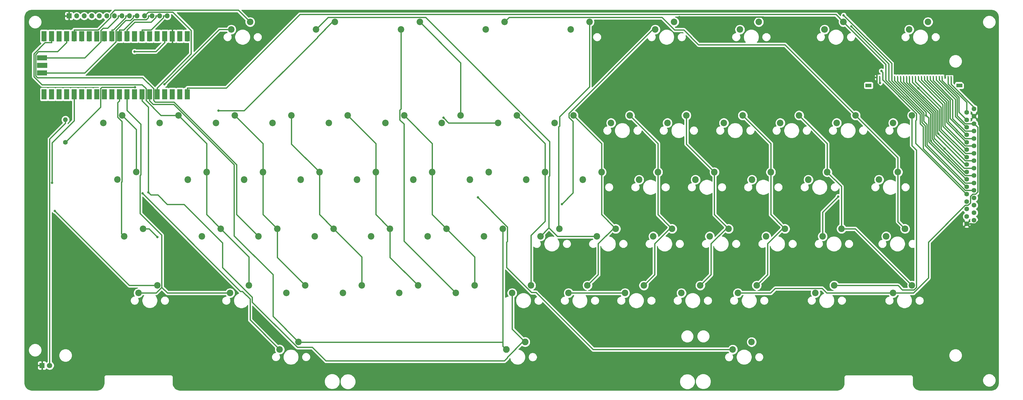
<source format=gbl>
G04 #@! TF.GenerationSoftware,KiCad,Pcbnew,5.1.9+dfsg1-1*
G04 #@! TF.CreationDate,2022-01-12T18:23:12+01:00*
G04 #@! TF.ProjectId,Atari130MX,41746172-6931-4333-904d-582e6b696361,E*
G04 #@! TF.SameCoordinates,Original*
G04 #@! TF.FileFunction,Copper,L2,Bot*
G04 #@! TF.FilePolarity,Positive*
%FSLAX46Y46*%
G04 Gerber Fmt 4.6, Leading zero omitted, Abs format (unit mm)*
G04 Created by KiCad (PCBNEW 5.1.9+dfsg1-1) date 2022-01-12 18:23:12*
%MOMM*%
%LPD*%
G01*
G04 APERTURE LIST*
G04 #@! TA.AperFunction,ComponentPad*
%ADD10O,1.700000X1.700000*%
G04 #@! TD*
G04 #@! TA.AperFunction,ComponentPad*
%ADD11R,1.700000X1.700000*%
G04 #@! TD*
G04 #@! TA.AperFunction,SMDPad,CuDef*
%ADD12R,1.700000X3.500000*%
G04 #@! TD*
G04 #@! TA.AperFunction,SMDPad,CuDef*
%ADD13R,3.500000X1.700000*%
G04 #@! TD*
G04 #@! TA.AperFunction,ComponentPad*
%ADD14C,2.200000*%
G04 #@! TD*
G04 #@! TA.AperFunction,SMDPad,CuDef*
%ADD15R,0.400000X1.000000*%
G04 #@! TD*
G04 #@! TA.AperFunction,SMDPad,CuDef*
%ADD16R,2.000000X1.300000*%
G04 #@! TD*
G04 #@! TA.AperFunction,ComponentPad*
%ADD17C,1.600000*%
G04 #@! TD*
G04 #@! TA.AperFunction,ComponentPad*
%ADD18O,1.600000X1.600000*%
G04 #@! TD*
G04 #@! TA.AperFunction,ComponentPad*
%ADD19C,1.800000*%
G04 #@! TD*
G04 #@! TA.AperFunction,ComponentPad*
%ADD20R,1.800000X1.800000*%
G04 #@! TD*
G04 #@! TA.AperFunction,ComponentPad*
%ADD21C,2.250000*%
G04 #@! TD*
G04 #@! TA.AperFunction,ViaPad*
%ADD22C,0.800000*%
G04 #@! TD*
G04 #@! TA.AperFunction,Conductor*
%ADD23C,0.500000*%
G04 #@! TD*
G04 #@! TA.AperFunction,Conductor*
%ADD24C,0.400000*%
G04 #@! TD*
G04 #@! TA.AperFunction,Conductor*
%ADD25C,0.450000*%
G04 #@! TD*
G04 #@! TA.AperFunction,Conductor*
%ADD26C,0.254000*%
G04 #@! TD*
G04 #@! TA.AperFunction,Conductor*
%ADD27C,0.100000*%
G04 #@! TD*
G04 APERTURE END LIST*
D10*
X78290000Y-51000000D03*
X75750000Y-51000000D03*
D11*
X73210000Y-51000000D03*
D10*
X70670000Y-51000000D03*
X68130000Y-51000000D03*
X65590000Y-51000000D03*
X63050000Y-51000000D03*
D11*
X60510000Y-51000000D03*
D10*
X57970000Y-51000000D03*
X55430000Y-51000000D03*
X52890000Y-51000000D03*
X50350000Y-51000000D03*
D11*
X47810000Y-51000000D03*
D10*
X45270000Y-51000000D03*
X42730000Y-51000000D03*
X40190000Y-51000000D03*
X37650000Y-51000000D03*
D11*
X35110000Y-51000000D03*
D10*
X32570000Y-51000000D03*
X30030000Y-51000000D03*
X30030000Y-33220000D03*
X32570000Y-33220000D03*
D11*
X35110000Y-33220000D03*
D10*
X37650000Y-33220000D03*
X40190000Y-33220000D03*
X42730000Y-33220000D03*
X45270000Y-33220000D03*
D11*
X47810000Y-33220000D03*
D10*
X50350000Y-33220000D03*
X52890000Y-33220000D03*
X55430000Y-33220000D03*
X57970000Y-33220000D03*
D11*
X60510000Y-33220000D03*
D10*
X63050000Y-33220000D03*
X65590000Y-33220000D03*
X68130000Y-33220000D03*
X70670000Y-33220000D03*
D11*
X73210000Y-33220000D03*
D10*
X75750000Y-33220000D03*
X78290000Y-33220000D03*
D12*
X78290000Y-51900000D03*
X75750000Y-51900000D03*
X73210000Y-51900000D03*
X70670000Y-51900000D03*
X68130000Y-51900000D03*
X65590000Y-51900000D03*
X63050000Y-51900000D03*
X60510000Y-51900000D03*
X57970000Y-51900000D03*
X55430000Y-51900000D03*
X52890000Y-51900000D03*
X50350000Y-51900000D03*
X47810000Y-51900000D03*
X45270000Y-51900000D03*
X42730000Y-51900000D03*
X40190000Y-51900000D03*
X37650000Y-51900000D03*
X35110000Y-51900000D03*
X32570000Y-51900000D03*
X30030000Y-51900000D03*
X78290000Y-32320000D03*
X75750000Y-32320000D03*
X73210000Y-32320000D03*
X70670000Y-32320000D03*
X68130000Y-32320000D03*
X65590000Y-32320000D03*
X63050000Y-32320000D03*
X60510000Y-32320000D03*
X57970000Y-32320000D03*
X55430000Y-32320000D03*
X52890000Y-32320000D03*
X50350000Y-32320000D03*
X47810000Y-32320000D03*
X45270000Y-32320000D03*
X42730000Y-32320000D03*
X40190000Y-32320000D03*
X37650000Y-32320000D03*
X35110000Y-32320000D03*
X32570000Y-32320000D03*
X30030000Y-32320000D03*
D13*
X29360000Y-44650000D03*
D10*
X30260000Y-44650000D03*
D13*
X29360000Y-42110000D03*
D11*
X30260000Y-42110000D03*
D13*
X29360000Y-39570000D03*
D10*
X30260000Y-39570000D03*
D14*
X319950000Y-97150000D03*
X313600000Y-99690000D03*
X313590000Y-99690000D03*
X319940000Y-97150000D03*
X56300000Y-58990000D03*
X49950000Y-61530000D03*
X49950000Y-61520000D03*
X56300000Y-58980000D03*
X170300000Y-58990000D03*
X163950000Y-61530000D03*
X163950000Y-61520000D03*
X170300000Y-58980000D03*
X99000000Y-116260000D03*
X92650000Y-118800000D03*
X92650000Y-118790000D03*
X99000000Y-116250000D03*
X179760000Y-78090000D03*
X173410000Y-80630000D03*
X173410000Y-80620000D03*
X179760000Y-78080000D03*
X118000000Y-116260000D03*
X111650000Y-118800000D03*
X111650000Y-118790000D03*
X118000000Y-116250000D03*
X103760000Y-78090000D03*
X97410000Y-80630000D03*
X97410000Y-80620000D03*
X103760000Y-78080000D03*
X156000000Y-116260000D03*
X149650000Y-118800000D03*
X149650000Y-118790000D03*
X156000000Y-116250000D03*
X198760000Y-78090000D03*
X192410000Y-80630000D03*
X192410000Y-80620000D03*
X198760000Y-78080000D03*
X160760000Y-78090000D03*
X154410000Y-80630000D03*
X154410000Y-80620000D03*
X160760000Y-78080000D03*
X298540000Y-97160000D03*
X292190000Y-99700000D03*
X292190000Y-99690000D03*
X298540000Y-97150000D03*
X270000000Y-116260000D03*
X263650000Y-118800000D03*
X263650000Y-118790000D03*
X270000000Y-116250000D03*
X260540000Y-97160000D03*
X254190000Y-99700000D03*
X254190000Y-99690000D03*
X260540000Y-97150000D03*
X108540000Y-97160000D03*
X102190000Y-99700000D03*
X102190000Y-99690000D03*
X108540000Y-97150000D03*
X141760000Y-78090000D03*
X135410000Y-80630000D03*
X135410000Y-80620000D03*
X141760000Y-78080000D03*
X84760000Y-78090000D03*
X78410000Y-80630000D03*
X78410000Y-80620000D03*
X84760000Y-78080000D03*
X279540000Y-97160000D03*
X273190000Y-99700000D03*
X273190000Y-99690000D03*
X279540000Y-97150000D03*
X251000000Y-116260000D03*
X244650000Y-118800000D03*
X244650000Y-118790000D03*
X251000000Y-116250000D03*
X255760000Y-78090000D03*
X249410000Y-80630000D03*
X249410000Y-80620000D03*
X255760000Y-78080000D03*
X236760000Y-78090000D03*
X230410000Y-80630000D03*
X230410000Y-80620000D03*
X236760000Y-78080000D03*
X194000000Y-116260000D03*
X187650000Y-118800000D03*
X187650000Y-118790000D03*
X194000000Y-116250000D03*
X213000000Y-116260000D03*
X206650000Y-118800000D03*
X206650000Y-118790000D03*
X213000000Y-116250000D03*
X265300000Y-58990000D03*
X258950000Y-61530000D03*
X258950000Y-61520000D03*
X265300000Y-58980000D03*
X241540000Y-97160000D03*
X235190000Y-99700000D03*
X235190000Y-99690000D03*
X241540000Y-97150000D03*
X222540000Y-97160000D03*
X216190000Y-99700000D03*
X216190000Y-99690000D03*
X222540000Y-97150000D03*
X203540000Y-97160000D03*
X197190000Y-99700000D03*
X197190000Y-99690000D03*
X203540000Y-97150000D03*
X322300000Y-116260000D03*
X315950000Y-118800000D03*
X315950000Y-118790000D03*
X322300000Y-116250000D03*
X217760000Y-78090000D03*
X211410000Y-80630000D03*
X211410000Y-80620000D03*
X217760000Y-78080000D03*
X184540000Y-97160000D03*
X178190000Y-99700000D03*
X178190000Y-99690000D03*
X184540000Y-97150000D03*
X284300000Y-58990000D03*
X277950000Y-61530000D03*
X277950000Y-61520000D03*
X284300000Y-58980000D03*
X165540000Y-97160000D03*
X159190000Y-99700000D03*
X159190000Y-99690000D03*
X165540000Y-97150000D03*
X293760000Y-78090000D03*
X287410000Y-80630000D03*
X287410000Y-80620000D03*
X293760000Y-78080000D03*
X122760000Y-78090000D03*
X116410000Y-80630000D03*
X116410000Y-80620000D03*
X122760000Y-78080000D03*
X303300000Y-58990000D03*
X296950000Y-61530000D03*
X296950000Y-61520000D03*
X303300000Y-58980000D03*
X274760000Y-78090000D03*
X268410000Y-80630000D03*
X268410000Y-80620000D03*
X274760000Y-78080000D03*
X127540000Y-97160000D03*
X121190000Y-99700000D03*
X121190000Y-99690000D03*
X127540000Y-97150000D03*
X232000000Y-116260000D03*
X225650000Y-118800000D03*
X225650000Y-118790000D03*
X232000000Y-116250000D03*
X137000000Y-116260000D03*
X130650000Y-118800000D03*
X130650000Y-118790000D03*
X137000000Y-116250000D03*
X322300000Y-58990000D03*
X315950000Y-61530000D03*
X315950000Y-61520000D03*
X322300000Y-58980000D03*
X175000000Y-116260000D03*
X168650000Y-118800000D03*
X168650000Y-118790000D03*
X175000000Y-116250000D03*
X89540000Y-97160000D03*
X83190000Y-99700000D03*
X83190000Y-99690000D03*
X89540000Y-97150000D03*
X227300000Y-58990000D03*
X220950000Y-61530000D03*
X220950000Y-61520000D03*
X227300000Y-58980000D03*
X208300000Y-58990000D03*
X201950000Y-61530000D03*
X201950000Y-61520000D03*
X208300000Y-58980000D03*
X189300000Y-58990000D03*
X182950000Y-61530000D03*
X182950000Y-61520000D03*
X189300000Y-58980000D03*
X151300000Y-58990000D03*
X144950000Y-61530000D03*
X144950000Y-61520000D03*
X151300000Y-58980000D03*
X132300000Y-58990000D03*
X125950000Y-61530000D03*
X125950000Y-61520000D03*
X132300000Y-58980000D03*
X113300000Y-58990000D03*
X106950000Y-61530000D03*
X106950000Y-61520000D03*
X113300000Y-58980000D03*
X94300000Y-58990000D03*
X87950000Y-61530000D03*
X87950000Y-61520000D03*
X94300000Y-58980000D03*
X75300000Y-58990000D03*
X68950000Y-61530000D03*
X68950000Y-61520000D03*
X75300000Y-58980000D03*
X246300000Y-58990000D03*
X239950000Y-61530000D03*
X239950000Y-61520000D03*
X246300000Y-58980000D03*
X146540000Y-97160000D03*
X140190000Y-99700000D03*
X140190000Y-99690000D03*
X146540000Y-97150000D03*
D15*
X310470000Y-46180000D03*
X311470000Y-46180000D03*
X312470000Y-46180000D03*
X313470000Y-46180000D03*
X314470000Y-46180000D03*
X315470000Y-46180000D03*
X316470000Y-46180000D03*
X317470000Y-46180000D03*
X318470000Y-46180000D03*
X319470000Y-46180000D03*
X320470000Y-46180000D03*
X321470000Y-46180000D03*
X322470000Y-46180000D03*
X323470000Y-46180000D03*
X324470000Y-46180000D03*
X325470000Y-46180000D03*
X326470000Y-46180000D03*
X327470000Y-46180000D03*
X328470000Y-46180000D03*
X329470000Y-46180000D03*
X330470000Y-46180000D03*
X331470000Y-46180000D03*
X332470000Y-46180000D03*
X333470000Y-46180000D03*
X334470000Y-46180000D03*
X335470000Y-46180000D03*
D16*
X307670000Y-48880000D03*
X338270000Y-48880000D03*
D17*
X340720000Y-95510000D03*
X343220000Y-94260000D03*
X340720000Y-93010000D03*
X343220000Y-91760000D03*
X340720000Y-90510000D03*
X343220000Y-89260000D03*
X340720000Y-88010000D03*
X343220000Y-86760000D03*
X340720000Y-85510000D03*
X343220000Y-84260000D03*
X340720000Y-83010000D03*
X343220000Y-81760000D03*
X340720000Y-80510000D03*
X343220000Y-79260000D03*
X340720000Y-78010000D03*
X343220000Y-76760000D03*
X340720000Y-75510000D03*
X343220000Y-74260000D03*
X340720000Y-73010000D03*
X343220000Y-71760000D03*
X340720000Y-70510000D03*
X343220000Y-69260000D03*
X340720000Y-68010000D03*
X343220000Y-66760000D03*
X340720000Y-65510000D03*
X343220000Y-64260000D03*
X340720000Y-63010000D03*
X343220000Y-61760000D03*
X340720000Y-60510000D03*
X343220000Y-59260000D03*
X340720000Y-58010000D03*
X343220000Y-56760000D03*
D14*
X68150000Y-116250000D03*
X61800000Y-118790000D03*
X61800000Y-118790000D03*
X68150000Y-116250000D03*
X185135000Y-27520000D03*
X178785000Y-30060000D03*
X185125000Y-27530000D03*
X178775000Y-30070000D03*
X156560000Y-27520000D03*
X150210000Y-30060000D03*
X156550000Y-27530000D03*
X150200000Y-30070000D03*
X127985000Y-27520000D03*
X121635000Y-30060000D03*
X127975000Y-27530000D03*
X121625000Y-30070000D03*
X99410000Y-27520000D03*
X93060000Y-30060000D03*
X99400000Y-27530000D03*
X93050000Y-30070000D03*
D18*
X37220000Y-60425000D03*
D17*
X37220000Y-68045000D03*
D11*
X38440000Y-25500000D03*
D10*
X40980000Y-25500000D03*
X43520000Y-25500000D03*
X46060000Y-25500000D03*
X48600000Y-25500000D03*
X51140000Y-25500000D03*
X53680000Y-25500000D03*
X56220000Y-25500000D03*
X58760000Y-25500000D03*
X61300000Y-25500000D03*
X63840000Y-25500000D03*
X66380000Y-25500000D03*
X68920000Y-25500000D03*
X71460000Y-25500000D03*
D14*
X296125000Y-116240000D03*
X289775000Y-118780000D03*
X289775000Y-118790000D03*
X296125000Y-116250000D03*
X63340000Y-97140000D03*
X56990000Y-99680000D03*
X56990000Y-99690000D03*
X63340000Y-97150000D03*
X242210000Y-27520000D03*
X235860000Y-30060000D03*
X242200000Y-27530000D03*
X235850000Y-30070000D03*
X270710000Y-27520000D03*
X264360000Y-30060000D03*
X270700000Y-27530000D03*
X264350000Y-30070000D03*
X327710000Y-27520000D03*
X321360000Y-30060000D03*
X327700000Y-27530000D03*
X321350000Y-30070000D03*
X299210000Y-27520000D03*
X292860000Y-30060000D03*
X299200000Y-27530000D03*
X292850000Y-30070000D03*
X213710000Y-27520000D03*
X207360000Y-30060000D03*
X213700000Y-27530000D03*
X207350000Y-30070000D03*
D19*
X31900000Y-143200000D03*
D20*
X29360000Y-143200000D03*
D14*
X61050000Y-78060000D03*
X54700000Y-80600000D03*
X54710000Y-80620000D03*
X61060000Y-78080000D03*
X317550000Y-78060000D03*
X311200000Y-80600000D03*
X311210000Y-80620000D03*
X317560000Y-78080000D03*
D21*
X192030000Y-135300000D03*
X185680000Y-137840000D03*
D14*
X115700000Y-135270000D03*
X109350000Y-137810000D03*
X109350000Y-137800000D03*
X115700000Y-135260000D03*
X268300000Y-135300000D03*
X261950000Y-137840000D03*
X261950000Y-137830000D03*
X268300000Y-135290000D03*
D22*
X318060000Y-55823500D03*
X243967700Y-25871100D03*
X311495000Y-48053300D03*
X312019200Y-44029800D03*
X301870900Y-29030300D03*
X299276000Y-25287900D03*
X68212800Y-100005800D03*
X327035500Y-58990000D03*
X328726300Y-67558800D03*
X333293300Y-70161100D03*
X88765000Y-57424100D03*
X331127500Y-65185100D03*
X324461800Y-49838100D03*
X164535400Y-59785800D03*
X32747600Y-81660300D03*
X297470200Y-86316400D03*
X70592800Y-48525300D03*
X65166900Y-84934200D03*
X60462700Y-37475300D03*
X63165600Y-85267300D03*
X60633500Y-49493600D03*
X204436000Y-88840600D03*
X33618000Y-91123100D03*
X176155500Y-86634000D03*
D23*
X310470000Y-46180000D02*
X310470000Y-48233500D01*
X310470000Y-48233500D02*
X318060000Y-55823500D01*
X310470000Y-45879900D02*
X310470000Y-46180000D01*
X310470000Y-45879900D02*
X310470000Y-45229700D01*
X243967700Y-25871100D02*
X272289700Y-25871100D01*
X272289700Y-25871100D02*
X291648300Y-45229700D01*
X291648300Y-45229700D02*
X310470000Y-45229700D01*
X333470000Y-45229700D02*
X336912500Y-45229700D01*
X336912500Y-45229700D02*
X344519900Y-52837100D01*
X344519900Y-52837100D02*
X344519900Y-57960100D01*
X344519900Y-57960100D02*
X343220000Y-59260000D01*
X333470000Y-46180000D02*
X333470000Y-45229700D01*
X343220000Y-59260000D02*
X345139300Y-61179300D01*
X345139300Y-61179300D02*
X345139300Y-94135400D01*
X345139300Y-94135400D02*
X343691500Y-95583200D01*
X343691500Y-95583200D02*
X340793200Y-95583200D01*
X340793200Y-95583200D02*
X340720000Y-95510000D01*
D24*
X340720000Y-58010000D02*
X340720000Y-54629100D01*
X340720000Y-54629100D02*
X334470100Y-48379200D01*
X334470100Y-48379200D02*
X334470000Y-48379200D01*
X334470000Y-48379200D02*
X334470000Y-47080300D01*
X334470000Y-46180000D02*
X334470000Y-47080300D01*
X31900000Y-143200000D02*
X31900000Y-66945300D01*
X31900000Y-66945300D02*
X37220000Y-61625300D01*
X37220000Y-60425000D02*
X37220000Y-61625300D01*
D25*
X311495000Y-48053300D02*
X311470000Y-48028300D01*
X311470000Y-48028300D02*
X311470000Y-46180000D01*
X343220000Y-56760000D02*
X343220000Y-56244800D01*
X343220000Y-56244800D02*
X335470000Y-48494800D01*
X335470000Y-48494800D02*
X335470000Y-46180000D01*
X63840000Y-25500000D02*
X65149000Y-24191000D01*
X65149000Y-24191000D02*
X73377100Y-24191000D01*
X73377100Y-24191000D02*
X79568000Y-30381900D01*
X79568000Y-30381900D02*
X79568000Y-38286700D01*
X79568000Y-38286700D02*
X68130000Y-49724700D01*
X68130000Y-51000000D02*
X68130000Y-49724700D01*
D24*
X312019200Y-44029800D02*
X312470000Y-44480600D01*
X312470000Y-44480600D02*
X312470000Y-46180000D01*
X312470000Y-46180000D02*
X312470000Y-47080300D01*
X312470000Y-47080300D02*
X312545400Y-47080300D01*
X312545400Y-47080300D02*
X323833800Y-58368700D01*
X323833800Y-58368700D02*
X323833800Y-60462800D01*
X323833800Y-60462800D02*
X323558500Y-60738100D01*
X323558500Y-60738100D02*
X323558500Y-68429900D01*
X323558500Y-68429900D02*
X340638600Y-85510000D01*
X340638600Y-85510000D02*
X340720000Y-85510000D01*
X327710000Y-27520000D02*
X327700000Y-27530000D01*
X299200000Y-27530000D02*
X313470000Y-41800000D01*
X313470000Y-41800000D02*
X313470000Y-46180000D01*
X78290000Y-49749700D02*
X91425500Y-49749700D01*
X91425500Y-49749700D02*
X116177700Y-24997500D01*
X116177700Y-24997500D02*
X296667500Y-24997500D01*
X296667500Y-24997500D02*
X299200000Y-27530000D01*
X78290000Y-51000000D02*
X78290000Y-49749700D01*
X313470000Y-46180000D02*
X313470000Y-47100500D01*
X313470000Y-47100500D02*
X325034500Y-58665000D01*
X325034500Y-58665000D02*
X325034500Y-61751500D01*
X325034500Y-61751500D02*
X326124900Y-62841900D01*
X326124900Y-62841900D02*
X326124900Y-70147200D01*
X326124900Y-70147200D02*
X340237700Y-84260000D01*
X340237700Y-84260000D02*
X343220000Y-84260000D01*
X299200000Y-27530000D02*
X299210000Y-27520000D01*
X340720000Y-83010000D02*
X340613900Y-83010000D01*
X340613900Y-83010000D02*
X326725300Y-69121400D01*
X326725300Y-69121400D02*
X326725300Y-62475000D01*
X326725300Y-62475000D02*
X325634800Y-61384500D01*
X325634800Y-61384500D02*
X325634800Y-58361100D01*
X325634800Y-58361100D02*
X314470000Y-47196300D01*
X314470000Y-47196300D02*
X314470000Y-47080300D01*
X314470000Y-46180000D02*
X314470000Y-41629400D01*
X314470000Y-41629400D02*
X301870900Y-29030300D01*
X270700000Y-27530000D02*
X270710000Y-27520000D01*
X314470000Y-46180000D02*
X314470000Y-47080300D01*
X343220000Y-81760000D02*
X340213000Y-81760000D01*
X340213000Y-81760000D02*
X327325600Y-68872600D01*
X327325600Y-68872600D02*
X327325600Y-62044800D01*
X327325600Y-62044800D02*
X326235100Y-60954300D01*
X326235100Y-60954300D02*
X326235100Y-58112300D01*
X326235100Y-58112300D02*
X315470000Y-47347200D01*
X315470000Y-47347200D02*
X315470000Y-46180000D01*
X299276000Y-25287900D02*
X315470000Y-41481900D01*
X315470000Y-41481900D02*
X315470000Y-46180000D01*
X296125000Y-116250000D02*
X317577500Y-116250000D01*
X317577500Y-116250000D02*
X319093100Y-117765600D01*
X319093100Y-117765600D02*
X322972500Y-117765600D01*
X322972500Y-117765600D02*
X323824600Y-116913500D01*
X323824600Y-116913500D02*
X323824600Y-70679900D01*
X323824600Y-70679900D02*
X322300000Y-69155300D01*
X322300000Y-69155300D02*
X322300000Y-58990000D01*
X296125000Y-116250000D02*
X296125000Y-116240000D01*
X322300000Y-58980000D02*
X322300000Y-58990000D01*
X63340000Y-97150000D02*
X65357000Y-97150000D01*
X65357000Y-97150000D02*
X68212800Y-100005800D01*
X63340000Y-97150000D02*
X63340000Y-97140000D01*
X340720000Y-80510000D02*
X340530600Y-80510000D01*
X340530600Y-80510000D02*
X327925900Y-67905300D01*
X327925900Y-67905300D02*
X327925900Y-59880400D01*
X327925900Y-59880400D02*
X327035500Y-58990000D01*
X316470000Y-47080300D02*
X316470000Y-47331700D01*
X316470000Y-47331700D02*
X327035500Y-57897200D01*
X327035500Y-57897200D02*
X327035500Y-58990000D01*
X316470000Y-46180000D02*
X316470000Y-47080300D01*
X343220000Y-79260000D02*
X340227400Y-79260000D01*
X340227400Y-79260000D02*
X328726300Y-67758900D01*
X328726300Y-67758900D02*
X328726300Y-67558800D01*
X317470000Y-46180000D02*
X317470000Y-47481300D01*
X317470000Y-47481300D02*
X328526200Y-58537500D01*
X328526200Y-58537500D02*
X328526200Y-67358700D01*
X328526200Y-67358700D02*
X328726300Y-67558800D01*
X40190000Y-30169700D02*
X48247600Y-30169700D01*
X48247600Y-30169700D02*
X52410100Y-26007200D01*
X52410100Y-26007200D02*
X52410100Y-24971100D01*
X52410100Y-24971100D02*
X53833600Y-23547600D01*
X53833600Y-23547600D02*
X95417600Y-23547600D01*
X95417600Y-23547600D02*
X99400000Y-27530000D01*
X40190000Y-33220000D02*
X40190000Y-30169700D01*
X99410000Y-27520000D02*
X99400000Y-27530000D01*
X198760000Y-78090000D02*
X198760000Y-94607000D01*
X198760000Y-94607000D02*
X194000000Y-99367000D01*
X194000000Y-99367000D02*
X194000000Y-116250000D01*
X198760000Y-78080000D02*
X198760000Y-78090000D01*
X189300000Y-58990000D02*
X198760000Y-68450000D01*
X198760000Y-68450000D02*
X198760000Y-78080000D01*
X156560000Y-27520000D02*
X156550000Y-27530000D01*
X170300000Y-58980000D02*
X170300000Y-58990000D01*
X156550000Y-27530000D02*
X170300000Y-41280000D01*
X170300000Y-41280000D02*
X170300000Y-58980000D01*
X179760000Y-78080000D02*
X179760000Y-78090000D01*
X194000000Y-116260000D02*
X194000000Y-116250000D01*
X189300000Y-58980000D02*
X189300000Y-58990000D01*
X340720000Y-78010000D02*
X339993600Y-78010000D01*
X339993600Y-78010000D02*
X329526600Y-67543000D01*
X329526600Y-67543000D02*
X329526600Y-67227300D01*
X329526600Y-67227300D02*
X329126500Y-66827200D01*
X329126500Y-66827200D02*
X329126500Y-58249600D01*
X329126500Y-58249600D02*
X318470000Y-47593100D01*
X318470000Y-47593100D02*
X318470000Y-46180000D01*
X102190000Y-99690000D02*
X94889600Y-92389600D01*
X94889600Y-92389600D02*
X94889600Y-75598300D01*
X94889600Y-75598300D02*
X73782100Y-54490800D01*
X73782100Y-54490800D02*
X67434700Y-54490800D01*
X67434700Y-54490800D02*
X66879600Y-53935700D01*
X66879600Y-53935700D02*
X66879600Y-49973000D01*
X66879600Y-49973000D02*
X63158600Y-46252000D01*
X63158600Y-46252000D02*
X27788700Y-46252000D01*
X27788700Y-46252000D02*
X27209600Y-45672900D01*
X27209600Y-45672900D02*
X27209600Y-38477700D01*
X27209600Y-38477700D02*
X28162300Y-37525000D01*
X28162300Y-37525000D02*
X34595300Y-37525000D01*
X34595300Y-37525000D02*
X37650000Y-34470300D01*
X102190000Y-99700000D02*
X102190000Y-99690000D01*
X37650000Y-33220000D02*
X37650000Y-34470300D01*
X178190000Y-99690000D02*
X178190000Y-99700000D01*
X159190000Y-99690000D02*
X159190000Y-99700000D01*
X121190000Y-99690000D02*
X121190000Y-99700000D01*
X83190000Y-99690000D02*
X83190000Y-99700000D01*
X140190000Y-99690000D02*
X140190000Y-99700000D01*
X298540000Y-97160000D02*
X303210000Y-97160000D01*
X303210000Y-97160000D02*
X322300000Y-116250000D01*
X298540000Y-97150000D02*
X298540000Y-97160000D01*
X333293300Y-70161100D02*
X333293300Y-70145100D01*
X333293300Y-70145100D02*
X329726800Y-66578600D01*
X329726800Y-66578600D02*
X329726800Y-58001000D01*
X329726800Y-58001000D02*
X319470100Y-47744300D01*
X319470100Y-47744300D02*
X319470100Y-47080300D01*
X319470100Y-47080300D02*
X319470000Y-47080300D01*
X75300000Y-58980000D02*
X69390800Y-58980000D01*
X69390800Y-58980000D02*
X64339600Y-53928800D01*
X64339600Y-53928800D02*
X64339600Y-49964400D01*
X64339600Y-49964400D02*
X63012400Y-48637200D01*
X63012400Y-48637200D02*
X29325000Y-48637200D01*
X29325000Y-48637200D02*
X26609300Y-45921500D01*
X26609300Y-45921500D02*
X26609300Y-38222400D01*
X26609300Y-38222400D02*
X30361400Y-34470300D01*
X30361400Y-34470300D02*
X32570000Y-34470300D01*
X32570000Y-33220000D02*
X32570000Y-34470300D01*
X75300000Y-58990000D02*
X75300000Y-58980000D01*
X293760000Y-78080000D02*
X293760000Y-78090000D01*
X284300000Y-58990000D02*
X293760000Y-68450000D01*
X293760000Y-68450000D02*
X293760000Y-78080000D01*
X298540000Y-97150000D02*
X298540000Y-82870000D01*
X298540000Y-82870000D02*
X293760000Y-78090000D01*
X84760000Y-78080000D02*
X84760000Y-68450000D01*
X84760000Y-68450000D02*
X75300000Y-58990000D01*
X84760000Y-78090000D02*
X84760000Y-78080000D01*
X319470000Y-46180000D02*
X319470000Y-47080300D01*
X89540000Y-97150000D02*
X89540000Y-97160000D01*
X84760000Y-78090000D02*
X84760000Y-92370000D01*
X84760000Y-92370000D02*
X89540000Y-97150000D01*
X343220000Y-76760000D02*
X339892200Y-76760000D01*
X339892200Y-76760000D02*
X333293300Y-70161100D01*
X99000000Y-116250000D02*
X99000000Y-116260000D01*
X89540000Y-97160000D02*
X99000000Y-106620000D01*
X99000000Y-106620000D02*
X99000000Y-116250000D01*
X322300000Y-116250000D02*
X322300000Y-116260000D01*
X284300000Y-58980000D02*
X284300000Y-58990000D01*
X303300000Y-58980000D02*
X279496800Y-35176800D01*
X279496800Y-35176800D02*
X250417600Y-35176800D01*
X250417600Y-35176800D02*
X245440400Y-30199600D01*
X245440400Y-30199600D02*
X242339700Y-30199600D01*
X242339700Y-30199600D02*
X238154100Y-26014000D01*
X238154100Y-26014000D02*
X186641000Y-26014000D01*
X186641000Y-26014000D02*
X185135000Y-27520000D01*
X303300000Y-58990000D02*
X303300000Y-58980000D01*
X127985000Y-27520000D02*
X127975000Y-27530000D01*
X340720000Y-75510000D02*
X340258900Y-75510000D01*
X340258900Y-75510000D02*
X330327100Y-65578200D01*
X330327100Y-65578200D02*
X330327100Y-57752400D01*
X330327100Y-57752400D02*
X320470000Y-47895300D01*
X320470000Y-47895300D02*
X320470000Y-46180000D01*
X127975000Y-27530000D02*
X127109500Y-27530000D01*
X127109500Y-27530000D02*
X122081900Y-32557600D01*
X122081900Y-32557600D02*
X122081900Y-32719300D01*
X122081900Y-32719300D02*
X97377100Y-57424100D01*
X97377100Y-57424100D02*
X88765000Y-57424100D01*
X56300000Y-58990000D02*
X61050000Y-63740000D01*
X61050000Y-63740000D02*
X61050000Y-78060000D01*
X56300000Y-58980000D02*
X56300000Y-58990000D01*
X317550000Y-78060000D02*
X317550000Y-73240000D01*
X317550000Y-73240000D02*
X303300000Y-58990000D01*
X317560000Y-78080000D02*
X317550000Y-78070000D01*
X317550000Y-78070000D02*
X317550000Y-78060000D01*
X185125000Y-27530000D02*
X185135000Y-27520000D01*
X61060000Y-78080000D02*
X61050000Y-78070000D01*
X61050000Y-78070000D02*
X61050000Y-78060000D01*
X317560000Y-78080000D02*
X317560000Y-94770000D01*
X317560000Y-94770000D02*
X319940000Y-97150000D01*
X343220000Y-74260000D02*
X340202400Y-74260000D01*
X340202400Y-74260000D02*
X331127500Y-65185100D01*
X321470000Y-47080300D02*
X321470000Y-48046200D01*
X321470000Y-48046200D02*
X330927400Y-57503600D01*
X330927400Y-57503600D02*
X330927400Y-64985000D01*
X330927400Y-64985000D02*
X331127500Y-65185100D01*
X78410000Y-80620000D02*
X78410000Y-80630000D01*
X321470000Y-46180000D02*
X321470000Y-47080300D01*
X54710000Y-80620000D02*
X54700000Y-80610000D01*
X54700000Y-80610000D02*
X54700000Y-80600000D01*
X173410000Y-80620000D02*
X173410000Y-80630000D01*
X97410000Y-80620000D02*
X97410000Y-80630000D01*
X154410000Y-80620000D02*
X154410000Y-80630000D01*
X135410000Y-80620000D02*
X135410000Y-80630000D01*
X116410000Y-80620000D02*
X116410000Y-80630000D01*
X340720000Y-73010000D02*
X340592000Y-73010000D01*
X340592000Y-73010000D02*
X331527700Y-63945700D01*
X331527700Y-63945700D02*
X331527700Y-56904000D01*
X331527700Y-56904000D02*
X324461800Y-49838100D01*
X324461800Y-49838100D02*
X322470000Y-47846300D01*
X322470000Y-47846300D02*
X322470000Y-46180000D01*
X49950000Y-61520000D02*
X49950000Y-61530000D01*
X163950000Y-61520000D02*
X163950000Y-61530000D01*
X144950000Y-61520000D02*
X144950000Y-61530000D01*
X125950000Y-61520000D02*
X125950000Y-61530000D01*
X106950000Y-61520000D02*
X106950000Y-61530000D01*
X87950000Y-61520000D02*
X87950000Y-61530000D01*
X68950000Y-61520000D02*
X68950000Y-61530000D01*
X323470000Y-46180000D02*
X323470000Y-47640400D01*
X323470000Y-47640400D02*
X332128000Y-56298400D01*
X332128000Y-56298400D02*
X332128000Y-63621100D01*
X332128000Y-63621100D02*
X340266900Y-71760000D01*
X340266900Y-71760000D02*
X343220000Y-71760000D01*
X182950000Y-61520000D02*
X166269600Y-61520000D01*
X166269600Y-61520000D02*
X164535400Y-59785800D01*
X182950000Y-61520000D02*
X182950000Y-61530000D01*
X296950000Y-61530000D02*
X296950000Y-61520000D01*
X258950000Y-61520000D02*
X258950000Y-61530000D01*
X277950000Y-61520000D02*
X277950000Y-61530000D01*
X220950000Y-61520000D02*
X220950000Y-61530000D01*
X201950000Y-61520000D02*
X201950000Y-61530000D01*
X239950000Y-61520000D02*
X239950000Y-61530000D01*
X324470000Y-47080300D02*
X332728300Y-55338600D01*
X332728300Y-55338600D02*
X332728300Y-62660700D01*
X332728300Y-62660700D02*
X340577600Y-70510000D01*
X340577600Y-70510000D02*
X340720000Y-70510000D01*
X324470000Y-46180000D02*
X324470000Y-47080300D01*
X40190000Y-51000000D02*
X40190000Y-60797300D01*
X40190000Y-60797300D02*
X32747600Y-68239700D01*
X32747600Y-68239700D02*
X32747600Y-81660300D01*
X311210000Y-80620000D02*
X311200000Y-80610000D01*
X311200000Y-80610000D02*
X311200000Y-80600000D01*
X192410000Y-80620000D02*
X192410000Y-80630000D01*
X249410000Y-80620000D02*
X249410000Y-80630000D01*
X230410000Y-80620000D02*
X230410000Y-80630000D01*
X211410000Y-80620000D02*
X211410000Y-80630000D01*
X287410000Y-80620000D02*
X287410000Y-80630000D01*
X268410000Y-80620000D02*
X268410000Y-80630000D01*
X325470000Y-47080300D02*
X333328600Y-54938900D01*
X333328600Y-54938900D02*
X333328600Y-62375600D01*
X333328600Y-62375600D02*
X340213000Y-69260000D01*
X340213000Y-69260000D02*
X343220000Y-69260000D01*
X279104700Y-96714600D02*
X279540000Y-97150000D01*
X274760000Y-78090000D02*
X274760000Y-92370000D01*
X274760000Y-92370000D02*
X279104700Y-96714600D01*
X279104700Y-96714600D02*
X273646900Y-102172400D01*
X273646900Y-102172400D02*
X273646900Y-112603100D01*
X273646900Y-112603100D02*
X270000000Y-116250000D01*
X274760000Y-78080000D02*
X274760000Y-78090000D01*
X265300000Y-58990000D02*
X274760000Y-68450000D01*
X274760000Y-68450000D02*
X274760000Y-78080000D01*
X325470000Y-46180000D02*
X325470000Y-47080300D01*
X103760000Y-78080000D02*
X103760000Y-68450000D01*
X103760000Y-68450000D02*
X94300000Y-58990000D01*
X103760000Y-78090000D02*
X103760000Y-78080000D01*
X94300000Y-58990000D02*
X94300000Y-58980000D01*
X108540000Y-97160000D02*
X108540000Y-106790000D01*
X108540000Y-106790000D02*
X118000000Y-116250000D01*
X118000000Y-116250000D02*
X118000000Y-116260000D01*
X108540000Y-97150000D02*
X108540000Y-97160000D01*
X108540000Y-97150000D02*
X103760000Y-92370000D01*
X103760000Y-92370000D02*
X103760000Y-78090000D01*
X279540000Y-97150000D02*
X279540000Y-97160000D01*
X265300000Y-58980000D02*
X265300000Y-58990000D01*
X326470000Y-47080300D02*
X333928900Y-54539200D01*
X333928900Y-54539200D02*
X333928900Y-61291100D01*
X333928900Y-61291100D02*
X340647800Y-68010000D01*
X340647800Y-68010000D02*
X340720000Y-68010000D01*
X260104700Y-96714600D02*
X260540000Y-97150000D01*
X255760000Y-78090000D02*
X255760000Y-92370000D01*
X255760000Y-92370000D02*
X260104700Y-96714600D01*
X260104700Y-96714600D02*
X254646900Y-102172400D01*
X254646900Y-102172400D02*
X254646900Y-112603100D01*
X254646900Y-112603100D02*
X251000000Y-116250000D01*
X255760000Y-78080000D02*
X255760000Y-78090000D01*
X246300000Y-58990000D02*
X246300000Y-68620000D01*
X246300000Y-68620000D02*
X255760000Y-78080000D01*
X326470000Y-46180000D02*
X326470000Y-47080300D01*
X260540000Y-97150000D02*
X260540000Y-97160000D01*
X113300000Y-58990000D02*
X113300000Y-68620000D01*
X113300000Y-68620000D02*
X122760000Y-78080000D01*
X122760000Y-78080000D02*
X122760000Y-78090000D01*
X127540000Y-97150000D02*
X122760000Y-92370000D01*
X122760000Y-92370000D02*
X122760000Y-78090000D01*
X127540000Y-97160000D02*
X127540000Y-97150000D01*
X137000000Y-116250000D02*
X137000000Y-106620000D01*
X137000000Y-106620000D02*
X127540000Y-97160000D01*
X137000000Y-116260000D02*
X137000000Y-116250000D01*
X113300000Y-58980000D02*
X113300000Y-58990000D01*
X246300000Y-58980000D02*
X246300000Y-58990000D01*
X241104700Y-96714600D02*
X241540000Y-97150000D01*
X236760000Y-78090000D02*
X236760000Y-92370000D01*
X236760000Y-92370000D02*
X241104700Y-96714600D01*
X241104700Y-96714600D02*
X235646900Y-102172400D01*
X235646900Y-102172400D02*
X235646900Y-112603100D01*
X235646900Y-112603100D02*
X232000000Y-116250000D01*
X232000000Y-116260000D02*
X232000000Y-116250000D01*
X236760000Y-78080000D02*
X236760000Y-78090000D01*
X327470000Y-47080300D02*
X334529200Y-54139500D01*
X334529200Y-54139500D02*
X334529200Y-61029300D01*
X334529200Y-61029300D02*
X340259900Y-66760000D01*
X340259900Y-66760000D02*
X343220000Y-66760000D01*
X327470000Y-46180000D02*
X327470000Y-47080300D01*
X236760000Y-78080000D02*
X236760000Y-68450000D01*
X236760000Y-68450000D02*
X227300000Y-58990000D01*
X146540000Y-97160000D02*
X146540000Y-106790000D01*
X146540000Y-106790000D02*
X156000000Y-116250000D01*
X156000000Y-116250000D02*
X156000000Y-116260000D01*
X146540000Y-97150000D02*
X146540000Y-97160000D01*
X141760000Y-78080000D02*
X141760000Y-78090000D01*
X132300000Y-58990000D02*
X141760000Y-68450000D01*
X141760000Y-68450000D02*
X141760000Y-78080000D01*
X241540000Y-97160000D02*
X241540000Y-97150000D01*
X227300000Y-58980000D02*
X227300000Y-58990000D01*
X132300000Y-58980000D02*
X132300000Y-58990000D01*
X146540000Y-97150000D02*
X141760000Y-92370000D01*
X141760000Y-92370000D02*
X141760000Y-78090000D01*
X160760000Y-78080000D02*
X160760000Y-68450000D01*
X160760000Y-68450000D02*
X151300000Y-58990000D01*
X160760000Y-78090000D02*
X160760000Y-78080000D01*
X328470000Y-47080300D02*
X335129500Y-53739800D01*
X335129500Y-53739800D02*
X335129500Y-60033800D01*
X335129500Y-60033800D02*
X340605700Y-65510000D01*
X340605700Y-65510000D02*
X340720000Y-65510000D01*
X213000000Y-116250000D02*
X213000000Y-116260000D01*
X222104700Y-96714600D02*
X216646900Y-102172400D01*
X216646900Y-102172400D02*
X216646900Y-112603100D01*
X216646900Y-112603100D02*
X213000000Y-116250000D01*
X328470000Y-46180000D02*
X328470000Y-47080300D01*
X165540000Y-97150000D02*
X160760000Y-92370000D01*
X160760000Y-92370000D02*
X160760000Y-78090000D01*
X165540000Y-97160000D02*
X165540000Y-97150000D01*
X217760000Y-78080000D02*
X217760000Y-78090000D01*
X208300000Y-58990000D02*
X217760000Y-68450000D01*
X217760000Y-68450000D02*
X217760000Y-78080000D01*
X175000000Y-116250000D02*
X175000000Y-106620000D01*
X175000000Y-106620000D02*
X165540000Y-97160000D01*
X175000000Y-116260000D02*
X175000000Y-116250000D01*
X222104700Y-96714600D02*
X222540000Y-97150000D01*
X217760000Y-78090000D02*
X217760000Y-92370000D01*
X217760000Y-92370000D02*
X222104700Y-96714600D01*
X222540000Y-97150000D02*
X222540000Y-97160000D01*
X208300000Y-58980000D02*
X208300000Y-58990000D01*
X151300000Y-58980000D02*
X151300000Y-58990000D01*
X55430000Y-51000000D02*
X55430000Y-54050300D01*
X55430000Y-54050300D02*
X54795800Y-54684500D01*
X54795800Y-54684500D02*
X54795800Y-59607600D01*
X54795800Y-59607600D02*
X56210400Y-61022200D01*
X56210400Y-61022200D02*
X56210400Y-81313500D01*
X56210400Y-81313500D02*
X56078100Y-81445800D01*
X56078100Y-81445800D02*
X56078100Y-98768100D01*
X56078100Y-98768100D02*
X56990000Y-99680000D01*
X56990000Y-99690000D02*
X56990000Y-99680000D01*
X343220000Y-64260000D02*
X340204800Y-64260000D01*
X340204800Y-64260000D02*
X336030000Y-60085200D01*
X336030000Y-60085200D02*
X336030000Y-53791200D01*
X336030000Y-53791200D02*
X329470000Y-47231200D01*
X329470000Y-47231200D02*
X329470000Y-46180000D01*
X292190000Y-99690000D02*
X292190000Y-91596600D01*
X292190000Y-91596600D02*
X297470200Y-86316400D01*
X292190000Y-99700000D02*
X292190000Y-99690000D01*
X200049600Y-96830400D02*
X197190000Y-99690000D01*
X121635000Y-30060000D02*
X125681400Y-26013600D01*
X125681400Y-26013600D02*
X158503800Y-26013600D01*
X158503800Y-26013600D02*
X200287300Y-67797100D01*
X200287300Y-67797100D02*
X200287300Y-79352700D01*
X200287300Y-79352700D02*
X200049600Y-79590400D01*
X200049600Y-79590400D02*
X200049600Y-96830400D01*
X216190000Y-99690000D02*
X202909200Y-99690000D01*
X202909200Y-99690000D02*
X200049600Y-96830400D01*
X216190000Y-99690000D02*
X216190000Y-99700000D01*
X121625000Y-30070000D02*
X121635000Y-30060000D01*
X93050000Y-30070000D02*
X89048100Y-30070000D01*
X89048100Y-30070000D02*
X70592800Y-48525300D01*
X197190000Y-99700000D02*
X197190000Y-99690000D01*
X254190000Y-99690000D02*
X254190000Y-99700000D01*
X273190000Y-99690000D02*
X273190000Y-99700000D01*
X235190000Y-99690000D02*
X235190000Y-99700000D01*
X93060000Y-30060000D02*
X93050000Y-30070000D01*
X340720000Y-63010000D02*
X340652100Y-63010000D01*
X340652100Y-63010000D02*
X336930400Y-59288300D01*
X336930400Y-59288300D02*
X336930400Y-53540700D01*
X336930400Y-53540700D02*
X330470000Y-47080300D01*
X150200000Y-30070000D02*
X150200000Y-56782300D01*
X150200000Y-56782300D02*
X149784800Y-57197500D01*
X149784800Y-57197500D02*
X149784800Y-60474800D01*
X149784800Y-60474800D02*
X151212100Y-61902100D01*
X151212100Y-61902100D02*
X151212100Y-101352100D01*
X151212100Y-101352100D02*
X168650000Y-118790000D01*
X150210000Y-30060000D02*
X150200000Y-30070000D01*
X168650000Y-118800000D02*
X168650000Y-118790000D01*
X330470000Y-46180000D02*
X330470000Y-47080300D01*
X92650000Y-118790000D02*
X71551600Y-118790000D01*
X71551600Y-118790000D02*
X69650300Y-116888700D01*
X69650300Y-116888700D02*
X67749000Y-118790000D01*
X67749000Y-118790000D02*
X61800000Y-118790000D01*
X57970000Y-51000000D02*
X57970000Y-57318700D01*
X57970000Y-57318700D02*
X62599800Y-61948500D01*
X62599800Y-61948500D02*
X62599800Y-78951700D01*
X62599800Y-78951700D02*
X62329200Y-79222300D01*
X62329200Y-79222300D02*
X62329200Y-92005900D01*
X62329200Y-92005900D02*
X69650300Y-99327000D01*
X69650300Y-99327000D02*
X69650300Y-116888700D01*
X92650000Y-118790000D02*
X92650000Y-118800000D01*
X207350000Y-30070000D02*
X207360000Y-30060000D01*
X111650000Y-118790000D02*
X111650000Y-118800000D01*
X130650000Y-118790000D02*
X130650000Y-118800000D01*
X149650000Y-118790000D02*
X149650000Y-118800000D01*
X289775000Y-118790000D02*
X289775000Y-118780000D01*
X263650000Y-118790000D02*
X274713500Y-118790000D01*
X274713500Y-118790000D02*
X276248500Y-117255000D01*
X276248500Y-117255000D02*
X292048400Y-117255000D01*
X292048400Y-117255000D02*
X293583400Y-118790000D01*
X293583400Y-118790000D02*
X315950000Y-118790000D01*
X343220000Y-61760000D02*
X340251200Y-61760000D01*
X340251200Y-61760000D02*
X337530700Y-59039500D01*
X337530700Y-59039500D02*
X337530700Y-53141000D01*
X337530700Y-53141000D02*
X331470000Y-47080300D01*
X331470000Y-46180000D02*
X331470000Y-47080300D01*
X315950000Y-118790000D02*
X322797200Y-118790000D01*
X322797200Y-118790000D02*
X327871500Y-113715700D01*
X327871500Y-113715700D02*
X327871500Y-101642700D01*
X327871500Y-101642700D02*
X340254200Y-89260000D01*
X340254200Y-89260000D02*
X341195300Y-89260000D01*
X341195300Y-89260000D02*
X341970000Y-88485300D01*
X341970000Y-88485300D02*
X341970000Y-86277600D01*
X341970000Y-86277600D02*
X342766900Y-85480700D01*
X342766900Y-85480700D02*
X343723900Y-85480700D01*
X343723900Y-85480700D02*
X344468200Y-84736400D01*
X344468200Y-84736400D02*
X344468200Y-63008200D01*
X344468200Y-63008200D02*
X343220000Y-61760000D01*
X65166900Y-84934200D02*
X65166900Y-56167200D01*
X65166900Y-56167200D02*
X63050000Y-54050300D01*
X191584900Y-134854800D02*
X186039200Y-140400500D01*
X186039200Y-140400500D02*
X186039200Y-140632900D01*
X186039200Y-140632900D02*
X185011400Y-141660700D01*
X185011400Y-141660700D02*
X124941600Y-141660700D01*
X124941600Y-141660700D02*
X120343200Y-137062300D01*
X120343200Y-137062300D02*
X115312400Y-137062300D01*
X115312400Y-137062300D02*
X100113400Y-121863300D01*
X100113400Y-121863300D02*
X100113400Y-120244400D01*
X100113400Y-120244400D02*
X90087700Y-110218700D01*
X90087700Y-110218700D02*
X90087700Y-101908900D01*
X90087700Y-101908900D02*
X77129400Y-88950600D01*
X77129400Y-88950600D02*
X71511500Y-88950600D01*
X71511500Y-88950600D02*
X68339200Y-85778300D01*
X68339200Y-85778300D02*
X66011000Y-85778300D01*
X66011000Y-85778300D02*
X65166900Y-84934200D01*
X263650000Y-118790000D02*
X263650000Y-118800000D01*
X225650000Y-118795000D02*
X225650000Y-118800000D01*
X225650000Y-118790000D02*
X225650000Y-118795000D01*
X206650000Y-118795000D02*
X206650000Y-118800000D01*
X206650000Y-118790000D02*
X206650000Y-118795000D01*
X206650000Y-118795000D02*
X225650000Y-118795000D01*
X191584900Y-134854800D02*
X187650000Y-130920000D01*
X187650000Y-130920000D02*
X187650000Y-118800000D01*
X192030000Y-135300000D02*
X191584900Y-134854800D01*
X63050000Y-51000000D02*
X63050000Y-54050300D01*
X187650000Y-118800000D02*
X187650000Y-118790000D01*
X244650000Y-118790000D02*
X244650000Y-118800000D01*
X315950000Y-118790000D02*
X315950000Y-118800000D01*
X340720000Y-60510000D02*
X338131000Y-57921000D01*
X338131000Y-57921000D02*
X338131000Y-52889000D01*
X338131000Y-52889000D02*
X338130900Y-52889000D01*
X338130900Y-52889000D02*
X332470100Y-47228200D01*
X332470100Y-47228200D02*
X332470100Y-47080300D01*
X332470100Y-47080300D02*
X332470000Y-47080300D01*
X115700000Y-135260000D02*
X107097200Y-126657200D01*
X107097200Y-126657200D02*
X107097200Y-112585300D01*
X107097200Y-112585300D02*
X94040500Y-99528600D01*
X94040500Y-99528600D02*
X94040500Y-75598500D01*
X94040500Y-75598500D02*
X73692800Y-55250800D01*
X73692800Y-55250800D02*
X66790500Y-55250800D01*
X66790500Y-55250800D02*
X65590000Y-54050300D01*
X332470000Y-46180000D02*
X332470000Y-47080300D01*
X213700000Y-27530000D02*
X213700000Y-49354000D01*
X213700000Y-49354000D02*
X203618700Y-59435300D01*
X203618700Y-59435300D02*
X203618700Y-62522800D01*
X203618700Y-62522800D02*
X203351700Y-62789800D01*
X203351700Y-62789800D02*
X203351700Y-96961700D01*
X203351700Y-96961700D02*
X203540000Y-97150000D01*
X213710000Y-27520000D02*
X213700000Y-27530000D01*
X203540000Y-97160000D02*
X203540000Y-97150000D01*
X184540000Y-135344500D02*
X184540000Y-97160000D01*
X185680000Y-137840000D02*
X184540000Y-136700000D01*
X184540000Y-136700000D02*
X184540000Y-135344500D01*
X184540000Y-135344500D02*
X115774500Y-135344500D01*
X115774500Y-135344500D02*
X115700000Y-135270000D01*
X65590000Y-51000000D02*
X65590000Y-54050300D01*
X115700000Y-135270000D02*
X115700000Y-135260000D01*
X184540000Y-97150000D02*
X184540000Y-97160000D01*
X268300000Y-135290000D02*
X268300000Y-135300000D01*
X70670000Y-33220000D02*
X70670000Y-34470300D01*
X60462700Y-37475300D02*
X67665000Y-37475300D01*
X67665000Y-37475300D02*
X70670000Y-34470300D01*
X31510300Y-39570000D02*
X43743300Y-39570000D01*
X43743300Y-39570000D02*
X49099600Y-34213700D01*
X49099600Y-34213700D02*
X49099600Y-30361900D01*
X49099600Y-30361900D02*
X49874100Y-29587400D01*
X49874100Y-29587400D02*
X51404200Y-29587400D01*
X51404200Y-29587400D02*
X54969700Y-26021900D01*
X54969700Y-26021900D02*
X54969700Y-25500000D01*
X30260000Y-39570000D02*
X31510300Y-39570000D01*
X56220000Y-25500000D02*
X54969700Y-25500000D01*
X52890000Y-33220000D02*
X52890000Y-30169700D01*
X58760000Y-25500000D02*
X57509700Y-25500000D01*
X57509700Y-25500000D02*
X57509700Y-26014600D01*
X57509700Y-26014600D02*
X53354600Y-30169700D01*
X53354600Y-30169700D02*
X52890000Y-30169700D01*
X60049700Y-25500000D02*
X60049700Y-26047200D01*
X60049700Y-26047200D02*
X59098000Y-26998900D01*
X59098000Y-26998900D02*
X57529400Y-26998900D01*
X57529400Y-26998900D02*
X54179600Y-30348700D01*
X54179600Y-30348700D02*
X54179600Y-34212800D01*
X54179600Y-34212800D02*
X43742400Y-44650000D01*
X43742400Y-44650000D02*
X31510300Y-44650000D01*
X30260000Y-44650000D02*
X31510300Y-44650000D01*
X61300000Y-25500000D02*
X60049700Y-25500000D01*
X55430000Y-33220000D02*
X55430000Y-30169700D01*
X66380000Y-25500000D02*
X65129700Y-25500000D01*
X65129700Y-25500000D02*
X65129700Y-26047100D01*
X65129700Y-26047100D02*
X64426500Y-26750300D01*
X64426500Y-26750300D02*
X60301000Y-26750300D01*
X60301000Y-26750300D02*
X56881600Y-30169700D01*
X56881600Y-30169700D02*
X55430000Y-30169700D01*
X57970000Y-30169700D02*
X60540500Y-27599200D01*
X60540500Y-27599200D02*
X66056200Y-27599200D01*
X66056200Y-27599200D02*
X67669700Y-25985700D01*
X67669700Y-25985700D02*
X67669700Y-25500000D01*
X57970000Y-33220000D02*
X57970000Y-30169700D01*
X68920000Y-25500000D02*
X67669700Y-25500000D01*
X63050000Y-33220000D02*
X63050000Y-30169700D01*
X71460000Y-25500000D02*
X70209700Y-25500000D01*
X70209700Y-25500000D02*
X70209700Y-26047100D01*
X70209700Y-26047100D02*
X66087100Y-30169700D01*
X66087100Y-30169700D02*
X63050000Y-30169700D01*
X109350000Y-137800000D02*
X99399000Y-127849000D01*
X99399000Y-127849000D02*
X99399000Y-120799700D01*
X99399000Y-120799700D02*
X96848800Y-118249500D01*
X96848800Y-118249500D02*
X96147800Y-118249500D01*
X96147800Y-118249500D02*
X63165600Y-85267300D01*
X109350000Y-137800000D02*
X109350000Y-137810000D01*
X37220000Y-68045000D02*
X49060400Y-56204600D01*
X49060400Y-56204600D02*
X49060400Y-49951300D01*
X49060400Y-49951300D02*
X49518100Y-49493600D01*
X49518100Y-49493600D02*
X60633500Y-49493600D01*
X235850000Y-30070000D02*
X235005100Y-30070000D01*
X235005100Y-30070000D02*
X206793400Y-58281700D01*
X206793400Y-58281700D02*
X206793400Y-59648600D01*
X206793400Y-59648600D02*
X208169000Y-61024200D01*
X208169000Y-61024200D02*
X208169000Y-85107600D01*
X208169000Y-85107600D02*
X204436000Y-88840600D01*
X235860000Y-30060000D02*
X235850000Y-30070000D01*
X264350000Y-30070000D02*
X264360000Y-30060000D01*
X321350000Y-30070000D02*
X321360000Y-30060000D01*
X292850000Y-30070000D02*
X292860000Y-30060000D01*
X68150000Y-116250000D02*
X58744900Y-116250000D01*
X58744900Y-116250000D02*
X33618000Y-91123100D01*
X261950000Y-137830000D02*
X214909300Y-137830000D01*
X214909300Y-137830000D02*
X195701500Y-118622200D01*
X195701500Y-118622200D02*
X194204600Y-118622200D01*
X194204600Y-118622200D02*
X185827000Y-110244600D01*
X185827000Y-110244600D02*
X185827000Y-101646600D01*
X185827000Y-101646600D02*
X186078900Y-101394700D01*
X186078900Y-101394700D02*
X186078900Y-96557400D01*
X186078900Y-96557400D02*
X176155500Y-86634000D01*
X261950000Y-137840000D02*
X261950000Y-137830000D01*
D26*
X51947064Y-24253269D02*
X51843411Y-24184010D01*
X51573158Y-24072068D01*
X51286260Y-24015000D01*
X50993740Y-24015000D01*
X50706842Y-24072068D01*
X50436589Y-24184010D01*
X50193368Y-24346525D01*
X49986525Y-24553368D01*
X49870000Y-24727760D01*
X49753475Y-24553368D01*
X49546632Y-24346525D01*
X49303411Y-24184010D01*
X49033158Y-24072068D01*
X48746260Y-24015000D01*
X48453740Y-24015000D01*
X48166842Y-24072068D01*
X47896589Y-24184010D01*
X47653368Y-24346525D01*
X47446525Y-24553368D01*
X47330000Y-24727760D01*
X47213475Y-24553368D01*
X47006632Y-24346525D01*
X46763411Y-24184010D01*
X46493158Y-24072068D01*
X46206260Y-24015000D01*
X45913740Y-24015000D01*
X45626842Y-24072068D01*
X45356589Y-24184010D01*
X45113368Y-24346525D01*
X44906525Y-24553368D01*
X44790000Y-24727760D01*
X44673475Y-24553368D01*
X44466632Y-24346525D01*
X44223411Y-24184010D01*
X43953158Y-24072068D01*
X43666260Y-24015000D01*
X43373740Y-24015000D01*
X43086842Y-24072068D01*
X42816589Y-24184010D01*
X42573368Y-24346525D01*
X42366525Y-24553368D01*
X42250000Y-24727760D01*
X42133475Y-24553368D01*
X41926632Y-24346525D01*
X41683411Y-24184010D01*
X41413158Y-24072068D01*
X41126260Y-24015000D01*
X40833740Y-24015000D01*
X40546842Y-24072068D01*
X40276589Y-24184010D01*
X40033368Y-24346525D01*
X39901513Y-24478380D01*
X39879502Y-24405820D01*
X39820537Y-24295506D01*
X39741185Y-24198815D01*
X39644494Y-24119463D01*
X39534180Y-24060498D01*
X39414482Y-24024188D01*
X39290000Y-24011928D01*
X38725750Y-24015000D01*
X38567000Y-24173750D01*
X38567000Y-25373000D01*
X38587000Y-25373000D01*
X38587000Y-25627000D01*
X38567000Y-25627000D01*
X38567000Y-26826250D01*
X38725750Y-26985000D01*
X39290000Y-26988072D01*
X39414482Y-26975812D01*
X39534180Y-26939502D01*
X39644494Y-26880537D01*
X39741185Y-26801185D01*
X39820537Y-26704494D01*
X39879502Y-26594180D01*
X39901513Y-26521620D01*
X40033368Y-26653475D01*
X40276589Y-26815990D01*
X40546842Y-26927932D01*
X40833740Y-26985000D01*
X41126260Y-26985000D01*
X41413158Y-26927932D01*
X41683411Y-26815990D01*
X41926632Y-26653475D01*
X42133475Y-26446632D01*
X42250000Y-26272240D01*
X42366525Y-26446632D01*
X42573368Y-26653475D01*
X42816589Y-26815990D01*
X43086842Y-26927932D01*
X43373740Y-26985000D01*
X43666260Y-26985000D01*
X43953158Y-26927932D01*
X44223411Y-26815990D01*
X44466632Y-26653475D01*
X44673475Y-26446632D01*
X44790000Y-26272240D01*
X44906525Y-26446632D01*
X45113368Y-26653475D01*
X45356589Y-26815990D01*
X45626842Y-26927932D01*
X45913740Y-26985000D01*
X46206260Y-26985000D01*
X46493158Y-26927932D01*
X46763411Y-26815990D01*
X47006632Y-26653475D01*
X47213475Y-26446632D01*
X47330000Y-26272240D01*
X47446525Y-26446632D01*
X47653368Y-26653475D01*
X47896589Y-26815990D01*
X48166842Y-26927932D01*
X48453740Y-26985000D01*
X48746260Y-26985000D01*
X49033158Y-26927932D01*
X49303411Y-26815990D01*
X49546632Y-26653475D01*
X49753475Y-26446632D01*
X49870000Y-26272240D01*
X49986525Y-26446632D01*
X50193368Y-26653475D01*
X50426909Y-26809522D01*
X47901733Y-29334700D01*
X40231019Y-29334700D01*
X40190000Y-29330660D01*
X40148982Y-29334700D01*
X40148981Y-29334700D01*
X40026311Y-29346782D01*
X39868913Y-29394528D01*
X39723854Y-29472064D01*
X39596709Y-29576409D01*
X39492364Y-29703554D01*
X39414828Y-29848613D01*
X39389555Y-29931928D01*
X39340000Y-29931928D01*
X39215518Y-29944188D01*
X39095820Y-29980498D01*
X38985506Y-30039463D01*
X38920000Y-30093222D01*
X38854494Y-30039463D01*
X38744180Y-29980498D01*
X38624482Y-29944188D01*
X38500000Y-29931928D01*
X36800000Y-29931928D01*
X36675518Y-29944188D01*
X36555820Y-29980498D01*
X36445506Y-30039463D01*
X36380000Y-30093222D01*
X36314494Y-30039463D01*
X36204180Y-29980498D01*
X36084482Y-29944188D01*
X35960000Y-29931928D01*
X34260000Y-29931928D01*
X34135518Y-29944188D01*
X34015820Y-29980498D01*
X33905506Y-30039463D01*
X33840000Y-30093222D01*
X33774494Y-30039463D01*
X33664180Y-29980498D01*
X33544482Y-29944188D01*
X33420000Y-29931928D01*
X31720000Y-29931928D01*
X31595518Y-29944188D01*
X31475820Y-29980498D01*
X31365506Y-30039463D01*
X31300000Y-30093222D01*
X31234494Y-30039463D01*
X31124180Y-29980498D01*
X31004482Y-29944188D01*
X30880000Y-29931928D01*
X29180000Y-29931928D01*
X29055518Y-29944188D01*
X28935820Y-29980498D01*
X28825506Y-30039463D01*
X28728815Y-30118815D01*
X28649463Y-30215506D01*
X28590498Y-30325820D01*
X28554188Y-30445518D01*
X28541928Y-30570000D01*
X28541928Y-34070000D01*
X28554188Y-34194482D01*
X28590498Y-34314180D01*
X28649463Y-34424494D01*
X28728815Y-34521185D01*
X28825506Y-34600537D01*
X28935820Y-34659502D01*
X28978410Y-34672422D01*
X26047874Y-37602959D01*
X26016010Y-37629109D01*
X25989862Y-37660971D01*
X25911664Y-37756255D01*
X25834128Y-37901314D01*
X25786382Y-38058712D01*
X25770260Y-38222400D01*
X25774301Y-38263429D01*
X25774300Y-45880481D01*
X25770260Y-45921500D01*
X25774300Y-45962518D01*
X25786382Y-46085188D01*
X25834128Y-46242586D01*
X25911664Y-46387645D01*
X26016009Y-46514791D01*
X26047879Y-46540946D01*
X28705563Y-49198632D01*
X28731709Y-49230491D01*
X28763568Y-49256637D01*
X28763570Y-49256639D01*
X28808097Y-49293181D01*
X28858854Y-49334836D01*
X29003913Y-49412372D01*
X29161311Y-49460118D01*
X29283981Y-49472200D01*
X29283982Y-49472200D01*
X29325000Y-49476240D01*
X29366018Y-49472200D01*
X48373396Y-49472200D01*
X48362764Y-49485155D01*
X48348453Y-49511928D01*
X46960000Y-49511928D01*
X46835518Y-49524188D01*
X46715820Y-49560498D01*
X46605506Y-49619463D01*
X46540000Y-49673222D01*
X46474494Y-49619463D01*
X46364180Y-49560498D01*
X46244482Y-49524188D01*
X46120000Y-49511928D01*
X44420000Y-49511928D01*
X44295518Y-49524188D01*
X44175820Y-49560498D01*
X44065506Y-49619463D01*
X44000000Y-49673222D01*
X43934494Y-49619463D01*
X43824180Y-49560498D01*
X43704482Y-49524188D01*
X43580000Y-49511928D01*
X41880000Y-49511928D01*
X41755518Y-49524188D01*
X41635820Y-49560498D01*
X41525506Y-49619463D01*
X41460000Y-49673222D01*
X41394494Y-49619463D01*
X41284180Y-49560498D01*
X41164482Y-49524188D01*
X41040000Y-49511928D01*
X39340000Y-49511928D01*
X39215518Y-49524188D01*
X39095820Y-49560498D01*
X38985506Y-49619463D01*
X38920000Y-49673222D01*
X38854494Y-49619463D01*
X38744180Y-49560498D01*
X38624482Y-49524188D01*
X38500000Y-49511928D01*
X36800000Y-49511928D01*
X36675518Y-49524188D01*
X36555820Y-49560498D01*
X36445506Y-49619463D01*
X36380000Y-49673222D01*
X36314494Y-49619463D01*
X36204180Y-49560498D01*
X36084482Y-49524188D01*
X35960000Y-49511928D01*
X34260000Y-49511928D01*
X34135518Y-49524188D01*
X34015820Y-49560498D01*
X33905506Y-49619463D01*
X33840000Y-49673222D01*
X33774494Y-49619463D01*
X33664180Y-49560498D01*
X33544482Y-49524188D01*
X33420000Y-49511928D01*
X31720000Y-49511928D01*
X31595518Y-49524188D01*
X31475820Y-49560498D01*
X31365506Y-49619463D01*
X31300000Y-49673222D01*
X31234494Y-49619463D01*
X31124180Y-49560498D01*
X31004482Y-49524188D01*
X30880000Y-49511928D01*
X29180000Y-49511928D01*
X29055518Y-49524188D01*
X28935820Y-49560498D01*
X28825506Y-49619463D01*
X28728815Y-49698815D01*
X28649463Y-49795506D01*
X28590498Y-49905820D01*
X28554188Y-50025518D01*
X28541928Y-50150000D01*
X28541928Y-53650000D01*
X28554188Y-53774482D01*
X28590498Y-53894180D01*
X28649463Y-54004494D01*
X28728815Y-54101185D01*
X28825506Y-54180537D01*
X28935820Y-54239502D01*
X29055518Y-54275812D01*
X29180000Y-54288072D01*
X30880000Y-54288072D01*
X31004482Y-54275812D01*
X31124180Y-54239502D01*
X31234494Y-54180537D01*
X31300000Y-54126778D01*
X31365506Y-54180537D01*
X31475820Y-54239502D01*
X31595518Y-54275812D01*
X31720000Y-54288072D01*
X33420000Y-54288072D01*
X33544482Y-54275812D01*
X33664180Y-54239502D01*
X33774494Y-54180537D01*
X33840000Y-54126778D01*
X33905506Y-54180537D01*
X34015820Y-54239502D01*
X34135518Y-54275812D01*
X34260000Y-54288072D01*
X35960000Y-54288072D01*
X36084482Y-54275812D01*
X36204180Y-54239502D01*
X36314494Y-54180537D01*
X36380000Y-54126778D01*
X36445506Y-54180537D01*
X36555820Y-54239502D01*
X36675518Y-54275812D01*
X36800000Y-54288072D01*
X38500000Y-54288072D01*
X38624482Y-54275812D01*
X38744180Y-54239502D01*
X38854494Y-54180537D01*
X38920000Y-54126778D01*
X38985506Y-54180537D01*
X39095820Y-54239502D01*
X39215518Y-54275812D01*
X39340000Y-54288072D01*
X39355000Y-54288072D01*
X39355001Y-60451431D01*
X38045701Y-61760731D01*
X38059040Y-61625301D01*
X38055799Y-61592396D01*
X38134759Y-61539637D01*
X38334637Y-61339759D01*
X38491680Y-61104727D01*
X38599853Y-60843574D01*
X38655000Y-60566335D01*
X38655000Y-60283665D01*
X38599853Y-60006426D01*
X38491680Y-59745273D01*
X38334637Y-59510241D01*
X38134759Y-59310363D01*
X37899727Y-59153320D01*
X37638574Y-59045147D01*
X37361335Y-58990000D01*
X37078665Y-58990000D01*
X36801426Y-59045147D01*
X36540273Y-59153320D01*
X36305241Y-59310363D01*
X36105363Y-59510241D01*
X35948320Y-59745273D01*
X35840147Y-60006426D01*
X35785000Y-60283665D01*
X35785000Y-60566335D01*
X35840147Y-60843574D01*
X35948320Y-61104727D01*
X36105363Y-61339759D01*
X36215018Y-61449414D01*
X31338574Y-66325859D01*
X31306710Y-66352009D01*
X31247006Y-66424759D01*
X31202364Y-66479155D01*
X31124828Y-66624214D01*
X31077082Y-66781612D01*
X31060960Y-66945300D01*
X31065001Y-66986329D01*
X31065000Y-141911801D01*
X30921495Y-142007688D01*
X30855056Y-142074127D01*
X30849502Y-142055820D01*
X30790537Y-141945506D01*
X30711185Y-141848815D01*
X30614494Y-141769463D01*
X30504180Y-141710498D01*
X30384482Y-141674188D01*
X30260000Y-141661928D01*
X29645750Y-141665000D01*
X29487000Y-141823750D01*
X29487000Y-143073000D01*
X29507000Y-143073000D01*
X29507000Y-143327000D01*
X29487000Y-143327000D01*
X29487000Y-144576250D01*
X29645750Y-144735000D01*
X30260000Y-144738072D01*
X30384482Y-144725812D01*
X30504180Y-144689502D01*
X30614494Y-144630537D01*
X30711185Y-144551185D01*
X30790537Y-144454494D01*
X30849502Y-144344180D01*
X30855056Y-144325873D01*
X30921495Y-144392312D01*
X31172905Y-144560299D01*
X31452257Y-144676011D01*
X31748816Y-144735000D01*
X32051184Y-144735000D01*
X32347743Y-144676011D01*
X32627095Y-144560299D01*
X32878505Y-144392312D01*
X33092312Y-144178505D01*
X33260299Y-143927095D01*
X33376011Y-143647743D01*
X33435000Y-143351184D01*
X33435000Y-143048816D01*
X33376011Y-142752257D01*
X33260299Y-142472905D01*
X33092312Y-142221495D01*
X32878505Y-142007688D01*
X32735000Y-141911801D01*
X32735000Y-139579872D01*
X34985000Y-139579872D01*
X34985000Y-140020128D01*
X35070890Y-140451925D01*
X35239369Y-140858669D01*
X35483962Y-141224729D01*
X35795271Y-141536038D01*
X36161331Y-141780631D01*
X36568075Y-141949110D01*
X36999872Y-142035000D01*
X37440128Y-142035000D01*
X37871925Y-141949110D01*
X38278669Y-141780631D01*
X38644729Y-141536038D01*
X38956038Y-141224729D01*
X39200631Y-140858669D01*
X39369110Y-140451925D01*
X39455000Y-140020128D01*
X39455000Y-139579872D01*
X39369110Y-139148075D01*
X39200631Y-138741331D01*
X38956038Y-138375271D01*
X38644729Y-138063962D01*
X38278669Y-137819369D01*
X37871925Y-137650890D01*
X37440128Y-137565000D01*
X36999872Y-137565000D01*
X36568075Y-137650890D01*
X36161331Y-137819369D01*
X35795271Y-138063962D01*
X35483962Y-138375271D01*
X35239369Y-138741331D01*
X35070890Y-139148075D01*
X34985000Y-139579872D01*
X32735000Y-139579872D01*
X32735000Y-91664548D01*
X32814063Y-91782874D01*
X32958226Y-91927037D01*
X33127744Y-92040305D01*
X33316102Y-92118326D01*
X33461226Y-92147193D01*
X58125463Y-116811432D01*
X58151609Y-116843291D01*
X58183468Y-116869437D01*
X58183470Y-116869439D01*
X58278754Y-116947636D01*
X58423813Y-117025172D01*
X58581211Y-117072918D01*
X58703881Y-117085000D01*
X58703882Y-117085000D01*
X58744900Y-117089040D01*
X58785918Y-117085000D01*
X61478297Y-117085000D01*
X61293919Y-117121675D01*
X60978169Y-117252463D01*
X60694002Y-117442337D01*
X60452337Y-117684002D01*
X60262463Y-117968169D01*
X60131675Y-118283919D01*
X60065000Y-118619117D01*
X60065000Y-118960883D01*
X60131675Y-119296081D01*
X60262463Y-119611831D01*
X60418261Y-119845000D01*
X60383740Y-119845000D01*
X60096842Y-119902068D01*
X59826589Y-120014010D01*
X59583368Y-120176525D01*
X59376525Y-120383368D01*
X59214010Y-120626589D01*
X59102068Y-120896842D01*
X59045000Y-121183740D01*
X59045000Y-121476260D01*
X59102068Y-121763158D01*
X59214010Y-122033411D01*
X59376525Y-122276632D01*
X59583368Y-122483475D01*
X59826589Y-122645990D01*
X60096842Y-122757932D01*
X60383740Y-122815000D01*
X60676260Y-122815000D01*
X60963158Y-122757932D01*
X61233411Y-122645990D01*
X61476632Y-122483475D01*
X61683475Y-122276632D01*
X61845990Y-122033411D01*
X61957932Y-121763158D01*
X62015000Y-121476260D01*
X62015000Y-121183740D01*
X61957932Y-120896842D01*
X61845990Y-120626589D01*
X61778110Y-120525000D01*
X61970883Y-120525000D01*
X62306081Y-120458325D01*
X62621831Y-120327537D01*
X62905998Y-120137663D01*
X63147663Y-119895998D01*
X63328738Y-119625000D01*
X63588547Y-119625000D01*
X63563262Y-119650285D01*
X63274893Y-120081859D01*
X63076261Y-120561399D01*
X62975000Y-121070475D01*
X62975000Y-121589525D01*
X63076261Y-122098601D01*
X63274893Y-122578141D01*
X63563262Y-123009715D01*
X63930285Y-123376738D01*
X64361859Y-123665107D01*
X64841399Y-123863739D01*
X65350475Y-123965000D01*
X65869525Y-123965000D01*
X66378601Y-123863739D01*
X66858141Y-123665107D01*
X67289715Y-123376738D01*
X67656738Y-123009715D01*
X67945107Y-122578141D01*
X68143739Y-122098601D01*
X68245000Y-121589525D01*
X68245000Y-121183740D01*
X69205000Y-121183740D01*
X69205000Y-121476260D01*
X69262068Y-121763158D01*
X69374010Y-122033411D01*
X69536525Y-122276632D01*
X69743368Y-122483475D01*
X69986589Y-122645990D01*
X70256842Y-122757932D01*
X70543740Y-122815000D01*
X70836260Y-122815000D01*
X71123158Y-122757932D01*
X71393411Y-122645990D01*
X71636632Y-122483475D01*
X71843475Y-122276632D01*
X72005990Y-122033411D01*
X72117932Y-121763158D01*
X72175000Y-121476260D01*
X72175000Y-121183740D01*
X72117932Y-120896842D01*
X72005990Y-120626589D01*
X71843475Y-120383368D01*
X71636632Y-120176525D01*
X71393411Y-120014010D01*
X71123158Y-119902068D01*
X70836260Y-119845000D01*
X70543740Y-119845000D01*
X70256842Y-119902068D01*
X69986589Y-120014010D01*
X69743368Y-120176525D01*
X69536525Y-120383368D01*
X69374010Y-120626589D01*
X69262068Y-120896842D01*
X69205000Y-121183740D01*
X68245000Y-121183740D01*
X68245000Y-121070475D01*
X68143739Y-120561399D01*
X67945107Y-120081859D01*
X67656738Y-119650285D01*
X67631453Y-119625000D01*
X67707982Y-119625000D01*
X67749000Y-119629040D01*
X67790018Y-119625000D01*
X67790019Y-119625000D01*
X67912689Y-119612918D01*
X68070087Y-119565172D01*
X68215146Y-119487636D01*
X68342291Y-119383291D01*
X68368446Y-119351421D01*
X69650300Y-118069568D01*
X70932159Y-119351427D01*
X70958309Y-119383291D01*
X71085454Y-119487636D01*
X71230513Y-119565172D01*
X71387911Y-119612918D01*
X71510581Y-119625000D01*
X71510583Y-119625000D01*
X71551599Y-119629040D01*
X71592615Y-119625000D01*
X91114580Y-119625000D01*
X91268261Y-119855000D01*
X91233740Y-119855000D01*
X90946842Y-119912068D01*
X90676589Y-120024010D01*
X90433368Y-120186525D01*
X90226525Y-120393368D01*
X90064010Y-120636589D01*
X89952068Y-120906842D01*
X89895000Y-121193740D01*
X89895000Y-121486260D01*
X89952068Y-121773158D01*
X90064010Y-122043411D01*
X90226525Y-122286632D01*
X90433368Y-122493475D01*
X90676589Y-122655990D01*
X90946842Y-122767932D01*
X91233740Y-122825000D01*
X91526260Y-122825000D01*
X91813158Y-122767932D01*
X92083411Y-122655990D01*
X92326632Y-122493475D01*
X92533475Y-122286632D01*
X92695990Y-122043411D01*
X92807932Y-121773158D01*
X92865000Y-121486260D01*
X92865000Y-121193740D01*
X92807932Y-120906842D01*
X92695990Y-120636589D01*
X92628110Y-120535000D01*
X92820883Y-120535000D01*
X93156081Y-120468325D01*
X93471831Y-120337537D01*
X93755998Y-120147663D01*
X93997663Y-119905998D01*
X94187537Y-119621831D01*
X94318325Y-119306081D01*
X94385000Y-118970883D01*
X94385000Y-118619117D01*
X94318325Y-118283919D01*
X94187537Y-117968169D01*
X93997663Y-117684002D01*
X93755998Y-117442337D01*
X93471831Y-117252463D01*
X93156081Y-117121675D01*
X92820883Y-117055000D01*
X92479117Y-117055000D01*
X92143919Y-117121675D01*
X91828169Y-117252463D01*
X91544002Y-117442337D01*
X91302337Y-117684002D01*
X91121262Y-117955000D01*
X71897468Y-117955000D01*
X70485300Y-116542833D01*
X70485300Y-99368018D01*
X70489340Y-99327000D01*
X70473218Y-99163311D01*
X70425472Y-99005913D01*
X70347936Y-98860854D01*
X70269739Y-98765570D01*
X70269737Y-98765568D01*
X70243591Y-98733709D01*
X70211733Y-98707564D01*
X63164200Y-91660033D01*
X63164200Y-86446767D01*
X95528363Y-118810932D01*
X95554509Y-118842791D01*
X95562746Y-118849551D01*
X95211859Y-118994893D01*
X94780285Y-119283262D01*
X94413262Y-119650285D01*
X94124893Y-120081859D01*
X93926261Y-120561399D01*
X93825000Y-121070475D01*
X93825000Y-121599525D01*
X93926261Y-122108601D01*
X94124893Y-122588141D01*
X94413262Y-123019715D01*
X94780285Y-123386738D01*
X95211859Y-123675107D01*
X95691399Y-123873739D01*
X96200475Y-123975000D01*
X96719525Y-123975000D01*
X97228601Y-123873739D01*
X97708141Y-123675107D01*
X98139715Y-123386738D01*
X98506738Y-123019715D01*
X98564001Y-122934015D01*
X98564000Y-127807981D01*
X98559960Y-127849000D01*
X98564000Y-127890018D01*
X98576082Y-128012688D01*
X98623828Y-128170086D01*
X98701364Y-128315145D01*
X98805709Y-128442291D01*
X98837579Y-128468446D01*
X107678585Y-137309453D01*
X107615000Y-137629117D01*
X107615000Y-137980883D01*
X107681675Y-138316081D01*
X107812463Y-138631831D01*
X107968261Y-138865000D01*
X107933740Y-138865000D01*
X107646842Y-138922068D01*
X107376589Y-139034010D01*
X107133368Y-139196525D01*
X106926525Y-139403368D01*
X106764010Y-139646589D01*
X106652068Y-139916842D01*
X106595000Y-140203740D01*
X106595000Y-140496260D01*
X106652068Y-140783158D01*
X106764010Y-141053411D01*
X106926525Y-141296632D01*
X107133368Y-141503475D01*
X107376589Y-141665990D01*
X107646842Y-141777932D01*
X107933740Y-141835000D01*
X108226260Y-141835000D01*
X108513158Y-141777932D01*
X108783411Y-141665990D01*
X109026632Y-141503475D01*
X109233475Y-141296632D01*
X109395990Y-141053411D01*
X109507932Y-140783158D01*
X109565000Y-140496260D01*
X109565000Y-140203740D01*
X109540481Y-140080475D01*
X110525000Y-140080475D01*
X110525000Y-140609525D01*
X110626261Y-141118601D01*
X110824893Y-141598141D01*
X111113262Y-142029715D01*
X111480285Y-142396738D01*
X111911859Y-142685107D01*
X112391399Y-142883739D01*
X112900475Y-142985000D01*
X113419525Y-142985000D01*
X113928601Y-142883739D01*
X114408141Y-142685107D01*
X114839715Y-142396738D01*
X115206738Y-142029715D01*
X115495107Y-141598141D01*
X115693739Y-141118601D01*
X115795000Y-140609525D01*
X115795000Y-140203740D01*
X116755000Y-140203740D01*
X116755000Y-140496260D01*
X116812068Y-140783158D01*
X116924010Y-141053411D01*
X117086525Y-141296632D01*
X117293368Y-141503475D01*
X117536589Y-141665990D01*
X117806842Y-141777932D01*
X118093740Y-141835000D01*
X118386260Y-141835000D01*
X118673158Y-141777932D01*
X118943411Y-141665990D01*
X119186632Y-141503475D01*
X119393475Y-141296632D01*
X119555990Y-141053411D01*
X119667932Y-140783158D01*
X119725000Y-140496260D01*
X119725000Y-140203740D01*
X119667932Y-139916842D01*
X119555990Y-139646589D01*
X119393475Y-139403368D01*
X119186632Y-139196525D01*
X118943411Y-139034010D01*
X118673158Y-138922068D01*
X118386260Y-138865000D01*
X118093740Y-138865000D01*
X117806842Y-138922068D01*
X117536589Y-139034010D01*
X117293368Y-139196525D01*
X117086525Y-139403368D01*
X116924010Y-139646589D01*
X116812068Y-139916842D01*
X116755000Y-140203740D01*
X115795000Y-140203740D01*
X115795000Y-140080475D01*
X115693739Y-139571399D01*
X115495107Y-139091859D01*
X115206738Y-138660285D01*
X114839715Y-138293262D01*
X114408141Y-138004893D01*
X113928601Y-137806261D01*
X113419525Y-137705000D01*
X112900475Y-137705000D01*
X112391399Y-137806261D01*
X111911859Y-138004893D01*
X111480285Y-138293262D01*
X111113262Y-138660285D01*
X110824893Y-139091859D01*
X110626261Y-139571399D01*
X110525000Y-140080475D01*
X109540481Y-140080475D01*
X109507932Y-139916842D01*
X109395990Y-139646589D01*
X109328110Y-139545000D01*
X109520883Y-139545000D01*
X109856081Y-139478325D01*
X110171831Y-139347537D01*
X110455998Y-139157663D01*
X110697663Y-138915998D01*
X110887537Y-138631831D01*
X111018325Y-138316081D01*
X111085000Y-137980883D01*
X111085000Y-137629117D01*
X111018325Y-137293919D01*
X110887537Y-136978169D01*
X110697663Y-136694002D01*
X110455998Y-136452337D01*
X110171831Y-136262463D01*
X109856081Y-136131675D01*
X109520883Y-136065000D01*
X109179117Y-136065000D01*
X108859453Y-136128585D01*
X100234000Y-127503133D01*
X100234000Y-123164767D01*
X114692963Y-137623732D01*
X114719109Y-137655591D01*
X114750968Y-137681737D01*
X114750970Y-137681739D01*
X114846254Y-137759936D01*
X114991313Y-137837472D01*
X115148711Y-137885218D01*
X115312400Y-137901340D01*
X115353418Y-137897300D01*
X119997333Y-137897300D01*
X124322163Y-142222132D01*
X124348309Y-142253991D01*
X124475454Y-142358336D01*
X124620513Y-142435872D01*
X124777911Y-142483618D01*
X124900581Y-142495700D01*
X124900582Y-142495700D01*
X124941600Y-142499740D01*
X124982618Y-142495700D01*
X184970382Y-142495700D01*
X185011400Y-142499740D01*
X185052418Y-142495700D01*
X185052419Y-142495700D01*
X185175089Y-142483618D01*
X185332487Y-142435872D01*
X185477546Y-142358336D01*
X185604691Y-142253991D01*
X185630845Y-142222122D01*
X186600632Y-141252337D01*
X186632491Y-141226191D01*
X186696168Y-141148601D01*
X186736836Y-141099046D01*
X186814372Y-140953987D01*
X186862118Y-140796588D01*
X186866285Y-140754282D01*
X186879230Y-140741337D01*
X186956261Y-141128601D01*
X186960574Y-141139013D01*
X186962127Y-141146822D01*
X187160299Y-141625251D01*
X187448000Y-142055826D01*
X187814174Y-142422000D01*
X188244749Y-142709701D01*
X188723178Y-142907873D01*
X189231076Y-143008900D01*
X189748924Y-143008900D01*
X190256822Y-142907873D01*
X190735251Y-142709701D01*
X191165826Y-142422000D01*
X191532000Y-142055826D01*
X191819701Y-141625251D01*
X192017873Y-141146822D01*
X192019426Y-141139013D01*
X192023739Y-141128601D01*
X192125000Y-140619525D01*
X192125000Y-140231278D01*
X193060000Y-140231278D01*
X193060000Y-140528722D01*
X193118029Y-140820451D01*
X193231856Y-141095253D01*
X193397107Y-141342569D01*
X193607431Y-141552893D01*
X193854747Y-141718144D01*
X194129549Y-141831971D01*
X194421278Y-141890000D01*
X194718722Y-141890000D01*
X195010451Y-141831971D01*
X195285253Y-141718144D01*
X195532569Y-141552893D01*
X195742893Y-141342569D01*
X195908144Y-141095253D01*
X196021971Y-140820451D01*
X196080000Y-140528722D01*
X196080000Y-140231278D01*
X196021971Y-139939549D01*
X195908144Y-139664747D01*
X195742893Y-139417431D01*
X195532569Y-139207107D01*
X195285253Y-139041856D01*
X195010451Y-138928029D01*
X194718722Y-138870000D01*
X194421278Y-138870000D01*
X194129549Y-138928029D01*
X193854747Y-139041856D01*
X193607431Y-139207107D01*
X193397107Y-139417431D01*
X193231856Y-139664747D01*
X193118029Y-139939549D01*
X193060000Y-140231278D01*
X192125000Y-140231278D01*
X192125000Y-140100475D01*
X192023739Y-139591399D01*
X191825107Y-139111859D01*
X191536738Y-138680285D01*
X191169715Y-138313262D01*
X190738141Y-138024893D01*
X190258601Y-137826261D01*
X189871338Y-137749230D01*
X190935293Y-136685274D01*
X191196327Y-136859692D01*
X191516627Y-136992364D01*
X191856655Y-137060000D01*
X192203345Y-137060000D01*
X192543373Y-136992364D01*
X192863673Y-136859692D01*
X193151935Y-136667081D01*
X193397081Y-136421935D01*
X193589692Y-136133673D01*
X193722364Y-135813373D01*
X193790000Y-135473345D01*
X193790000Y-135126655D01*
X193722364Y-134786627D01*
X193589692Y-134466327D01*
X193397081Y-134178065D01*
X193151935Y-133932919D01*
X192863673Y-133740308D01*
X192543373Y-133607636D01*
X192203345Y-133540000D01*
X191856655Y-133540000D01*
X191518262Y-133607311D01*
X188485000Y-130574126D01*
X188485000Y-121070475D01*
X188825000Y-121070475D01*
X188825000Y-121599525D01*
X188926261Y-122108601D01*
X189124893Y-122588141D01*
X189413262Y-123019715D01*
X189780285Y-123386738D01*
X190211859Y-123675107D01*
X190691399Y-123873739D01*
X191200475Y-123975000D01*
X191719525Y-123975000D01*
X192228601Y-123873739D01*
X192708141Y-123675107D01*
X193139715Y-123386738D01*
X193506738Y-123019715D01*
X193795107Y-122588141D01*
X193993739Y-122108601D01*
X194095000Y-121599525D01*
X194095000Y-121070475D01*
X193993739Y-120561399D01*
X193795107Y-120081859D01*
X193506738Y-119650285D01*
X193139715Y-119283262D01*
X192708141Y-118994893D01*
X192228601Y-118796261D01*
X191719525Y-118695000D01*
X191200475Y-118695000D01*
X190691399Y-118796261D01*
X190211859Y-118994893D01*
X189780285Y-119283262D01*
X189413262Y-119650285D01*
X189124893Y-120081859D01*
X188926261Y-120561399D01*
X188825000Y-121070475D01*
X188485000Y-121070475D01*
X188485000Y-120328738D01*
X188755998Y-120147663D01*
X188997663Y-119905998D01*
X189187537Y-119621831D01*
X189318325Y-119306081D01*
X189385000Y-118970883D01*
X189385000Y-118619117D01*
X189318325Y-118283919D01*
X189187537Y-117968169D01*
X188997663Y-117684002D01*
X188755998Y-117442337D01*
X188471831Y-117252463D01*
X188156081Y-117121675D01*
X187820883Y-117055000D01*
X187479117Y-117055000D01*
X187143919Y-117121675D01*
X186828169Y-117252463D01*
X186544002Y-117442337D01*
X186302337Y-117684002D01*
X186112463Y-117968169D01*
X185981675Y-118283919D01*
X185915000Y-118619117D01*
X185915000Y-118970883D01*
X185981675Y-119306081D01*
X186112463Y-119621831D01*
X186268261Y-119855000D01*
X186233740Y-119855000D01*
X185946842Y-119912068D01*
X185676589Y-120024010D01*
X185433368Y-120186525D01*
X185375000Y-120244893D01*
X185375000Y-110973467D01*
X193585163Y-119183632D01*
X193611309Y-119215491D01*
X193738454Y-119319836D01*
X193883513Y-119397372D01*
X194040911Y-119445118D01*
X194163581Y-119457200D01*
X194163582Y-119457200D01*
X194204600Y-119461240D01*
X194245618Y-119457200D01*
X195355633Y-119457200D01*
X195897297Y-119998864D01*
X195836589Y-120024010D01*
X195593368Y-120186525D01*
X195386525Y-120393368D01*
X195224010Y-120636589D01*
X195112068Y-120906842D01*
X195055000Y-121193740D01*
X195055000Y-121486260D01*
X195112068Y-121773158D01*
X195224010Y-122043411D01*
X195386525Y-122286632D01*
X195593368Y-122493475D01*
X195836589Y-122655990D01*
X196106842Y-122767932D01*
X196393740Y-122825000D01*
X196686260Y-122825000D01*
X196973158Y-122767932D01*
X197243411Y-122655990D01*
X197486632Y-122493475D01*
X197693475Y-122286632D01*
X197855990Y-122043411D01*
X197881136Y-121982703D01*
X214289859Y-138391427D01*
X214316009Y-138423291D01*
X214443154Y-138527636D01*
X214588213Y-138605172D01*
X214745611Y-138652918D01*
X214868281Y-138665000D01*
X214868291Y-138665000D01*
X214909299Y-138669039D01*
X214950307Y-138665000D01*
X260414580Y-138665000D01*
X260568261Y-138895000D01*
X260533740Y-138895000D01*
X260246842Y-138952068D01*
X259976589Y-139064010D01*
X259733368Y-139226525D01*
X259526525Y-139433368D01*
X259364010Y-139676589D01*
X259252068Y-139946842D01*
X259195000Y-140233740D01*
X259195000Y-140526260D01*
X259252068Y-140813158D01*
X259364010Y-141083411D01*
X259526525Y-141326632D01*
X259733368Y-141533475D01*
X259976589Y-141695990D01*
X260246842Y-141807932D01*
X260533740Y-141865000D01*
X260826260Y-141865000D01*
X261113158Y-141807932D01*
X261383411Y-141695990D01*
X261626632Y-141533475D01*
X261833475Y-141326632D01*
X261995990Y-141083411D01*
X262107932Y-140813158D01*
X262165000Y-140526260D01*
X262165000Y-140233740D01*
X262140481Y-140110475D01*
X263125000Y-140110475D01*
X263125000Y-140639525D01*
X263226261Y-141148601D01*
X263424893Y-141628141D01*
X263713262Y-142059715D01*
X264080285Y-142426738D01*
X264511859Y-142715107D01*
X264991399Y-142913739D01*
X265500475Y-143015000D01*
X266019525Y-143015000D01*
X266528601Y-142913739D01*
X267008141Y-142715107D01*
X267439715Y-142426738D01*
X267806738Y-142059715D01*
X268095107Y-141628141D01*
X268293739Y-141148601D01*
X268395000Y-140639525D01*
X268395000Y-140233740D01*
X269355000Y-140233740D01*
X269355000Y-140526260D01*
X269412068Y-140813158D01*
X269524010Y-141083411D01*
X269686525Y-141326632D01*
X269893368Y-141533475D01*
X270136589Y-141695990D01*
X270406842Y-141807932D01*
X270693740Y-141865000D01*
X270986260Y-141865000D01*
X271273158Y-141807932D01*
X271543411Y-141695990D01*
X271786632Y-141533475D01*
X271993475Y-141326632D01*
X272155990Y-141083411D01*
X272267932Y-140813158D01*
X272325000Y-140526260D01*
X272325000Y-140233740D01*
X272267932Y-139946842D01*
X272155990Y-139676589D01*
X272091366Y-139579872D01*
X334705000Y-139579872D01*
X334705000Y-140020128D01*
X334790890Y-140451925D01*
X334959369Y-140858669D01*
X335203962Y-141224729D01*
X335515271Y-141536038D01*
X335881331Y-141780631D01*
X336288075Y-141949110D01*
X336719872Y-142035000D01*
X337160128Y-142035000D01*
X337591925Y-141949110D01*
X337998669Y-141780631D01*
X338364729Y-141536038D01*
X338676038Y-141224729D01*
X338920631Y-140858669D01*
X339089110Y-140451925D01*
X339175000Y-140020128D01*
X339175000Y-139579872D01*
X339089110Y-139148075D01*
X338920631Y-138741331D01*
X338676038Y-138375271D01*
X338364729Y-138063962D01*
X337998669Y-137819369D01*
X337591925Y-137650890D01*
X337160128Y-137565000D01*
X336719872Y-137565000D01*
X336288075Y-137650890D01*
X335881331Y-137819369D01*
X335515271Y-138063962D01*
X335203962Y-138375271D01*
X334959369Y-138741331D01*
X334790890Y-139148075D01*
X334705000Y-139579872D01*
X272091366Y-139579872D01*
X271993475Y-139433368D01*
X271786632Y-139226525D01*
X271543411Y-139064010D01*
X271273158Y-138952068D01*
X270986260Y-138895000D01*
X270693740Y-138895000D01*
X270406842Y-138952068D01*
X270136589Y-139064010D01*
X269893368Y-139226525D01*
X269686525Y-139433368D01*
X269524010Y-139676589D01*
X269412068Y-139946842D01*
X269355000Y-140233740D01*
X268395000Y-140233740D01*
X268395000Y-140110475D01*
X268293739Y-139601399D01*
X268095107Y-139121859D01*
X267806738Y-138690285D01*
X267439715Y-138323262D01*
X267008141Y-138034893D01*
X266528601Y-137836261D01*
X266019525Y-137735000D01*
X265500475Y-137735000D01*
X264991399Y-137836261D01*
X264511859Y-138034893D01*
X264080285Y-138323262D01*
X263713262Y-138690285D01*
X263424893Y-139121859D01*
X263226261Y-139601399D01*
X263125000Y-140110475D01*
X262140481Y-140110475D01*
X262107932Y-139946842D01*
X261995990Y-139676589D01*
X261928110Y-139575000D01*
X262120883Y-139575000D01*
X262456081Y-139508325D01*
X262771831Y-139377537D01*
X263055998Y-139187663D01*
X263297663Y-138945998D01*
X263487537Y-138661831D01*
X263618325Y-138346081D01*
X263685000Y-138010883D01*
X263685000Y-137659117D01*
X263618325Y-137323919D01*
X263487537Y-137008169D01*
X263297663Y-136724002D01*
X263055998Y-136482337D01*
X262771831Y-136292463D01*
X262456081Y-136161675D01*
X262120883Y-136095000D01*
X261779117Y-136095000D01*
X261443919Y-136161675D01*
X261128169Y-136292463D01*
X260844002Y-136482337D01*
X260602337Y-136724002D01*
X260421262Y-136995000D01*
X215255168Y-136995000D01*
X211442525Y-133182357D01*
X244481000Y-133182357D01*
X244481000Y-133607643D01*
X244563970Y-134024757D01*
X244726719Y-134417670D01*
X244962996Y-134771282D01*
X245263718Y-135072004D01*
X245617330Y-135308281D01*
X246010243Y-135471030D01*
X246427357Y-135554000D01*
X246852643Y-135554000D01*
X247269757Y-135471030D01*
X247662670Y-135308281D01*
X248016282Y-135072004D01*
X248317004Y-134771282D01*
X248553281Y-134417670D01*
X248716030Y-134024757D01*
X248799000Y-133607643D01*
X248799000Y-133182357D01*
X248792019Y-133147259D01*
X249870000Y-133147259D01*
X249870000Y-133572741D01*
X249953008Y-133990049D01*
X250115833Y-134383144D01*
X250352219Y-134736920D01*
X250653080Y-135037781D01*
X251006856Y-135274167D01*
X251399951Y-135436992D01*
X251817259Y-135520000D01*
X252242741Y-135520000D01*
X252660049Y-135436992D01*
X253053144Y-135274167D01*
X253285192Y-135119117D01*
X266565000Y-135119117D01*
X266565000Y-135470883D01*
X266631675Y-135806081D01*
X266762463Y-136121831D01*
X266952337Y-136405998D01*
X267194002Y-136647663D01*
X267478169Y-136837537D01*
X267793919Y-136968325D01*
X268129117Y-137035000D01*
X268470883Y-137035000D01*
X268806081Y-136968325D01*
X269121831Y-136837537D01*
X269405998Y-136647663D01*
X269647663Y-136405998D01*
X269837537Y-136121831D01*
X269968325Y-135806081D01*
X270035000Y-135470883D01*
X270035000Y-135119117D01*
X269968325Y-134783919D01*
X269837537Y-134468169D01*
X269647663Y-134184002D01*
X269405998Y-133942337D01*
X269121831Y-133752463D01*
X268806081Y-133621675D01*
X268470883Y-133555000D01*
X268129117Y-133555000D01*
X267793919Y-133621675D01*
X267478169Y-133752463D01*
X267194002Y-133942337D01*
X266952337Y-134184002D01*
X266762463Y-134468169D01*
X266631675Y-134783919D01*
X266565000Y-135119117D01*
X253285192Y-135119117D01*
X253406920Y-135037781D01*
X253707781Y-134736920D01*
X253944167Y-134383144D01*
X254106992Y-133990049D01*
X254190000Y-133572741D01*
X254190000Y-133147259D01*
X254106992Y-132729951D01*
X253944167Y-132336856D01*
X253707781Y-131983080D01*
X253406920Y-131682219D01*
X253053144Y-131445833D01*
X252660049Y-131283008D01*
X252242741Y-131200000D01*
X251817259Y-131200000D01*
X251399951Y-131283008D01*
X251006856Y-131445833D01*
X250653080Y-131682219D01*
X250352219Y-131983080D01*
X250115833Y-132336856D01*
X249953008Y-132729951D01*
X249870000Y-133147259D01*
X248792019Y-133147259D01*
X248716030Y-132765243D01*
X248553281Y-132372330D01*
X248317004Y-132018718D01*
X248016282Y-131717996D01*
X247662670Y-131481719D01*
X247269757Y-131318970D01*
X246852643Y-131236000D01*
X246427357Y-131236000D01*
X246010243Y-131318970D01*
X245617330Y-131481719D01*
X245263718Y-131717996D01*
X244962996Y-132018718D01*
X244726719Y-132372330D01*
X244563970Y-132765243D01*
X244481000Y-133182357D01*
X211442525Y-133182357D01*
X196320946Y-118060779D01*
X196294791Y-118028909D01*
X196167646Y-117924564D01*
X196022587Y-117847028D01*
X195865189Y-117799282D01*
X195742519Y-117787200D01*
X195742518Y-117787200D01*
X195701500Y-117783160D01*
X195660482Y-117787200D01*
X194837301Y-117787200D01*
X195105998Y-117607663D01*
X195347663Y-117365998D01*
X195537537Y-117081831D01*
X195668325Y-116766081D01*
X195735000Y-116430883D01*
X195735000Y-116079117D01*
X195668325Y-115743919D01*
X195537537Y-115428169D01*
X195347663Y-115144002D01*
X195105998Y-114902337D01*
X194835000Y-114721262D01*
X194835000Y-103255107D01*
X194973368Y-103393475D01*
X195216589Y-103555990D01*
X195486842Y-103667932D01*
X195773740Y-103725000D01*
X196066260Y-103725000D01*
X196353158Y-103667932D01*
X196623411Y-103555990D01*
X196866632Y-103393475D01*
X197073475Y-103186632D01*
X197235990Y-102943411D01*
X197347932Y-102673158D01*
X197405000Y-102386260D01*
X197405000Y-102093740D01*
X197347932Y-101806842D01*
X197235990Y-101536589D01*
X197168110Y-101435000D01*
X197360883Y-101435000D01*
X197696081Y-101368325D01*
X198011831Y-101237537D01*
X198295998Y-101047663D01*
X198537663Y-100805998D01*
X198727537Y-100521831D01*
X198858325Y-100206081D01*
X198925000Y-99870883D01*
X198925000Y-99519117D01*
X198861415Y-99199453D01*
X200049600Y-98011268D01*
X201726149Y-99687817D01*
X201259525Y-99595000D01*
X200740475Y-99595000D01*
X200231399Y-99696261D01*
X199751859Y-99894893D01*
X199320285Y-100183262D01*
X198953262Y-100550285D01*
X198664893Y-100981859D01*
X198466261Y-101461399D01*
X198365000Y-101970475D01*
X198365000Y-102499525D01*
X198466261Y-103008601D01*
X198664893Y-103488141D01*
X198953262Y-103919715D01*
X199320285Y-104286738D01*
X199751859Y-104575107D01*
X200231399Y-104773739D01*
X200740475Y-104875000D01*
X201259525Y-104875000D01*
X201768601Y-104773739D01*
X202248141Y-104575107D01*
X202679715Y-104286738D01*
X203046738Y-103919715D01*
X203335107Y-103488141D01*
X203533739Y-103008601D01*
X203635000Y-102499525D01*
X203635000Y-102093740D01*
X204595000Y-102093740D01*
X204595000Y-102386260D01*
X204652068Y-102673158D01*
X204764010Y-102943411D01*
X204926525Y-103186632D01*
X205133368Y-103393475D01*
X205376589Y-103555990D01*
X205646842Y-103667932D01*
X205933740Y-103725000D01*
X206226260Y-103725000D01*
X206513158Y-103667932D01*
X206783411Y-103555990D01*
X207026632Y-103393475D01*
X207233475Y-103186632D01*
X207395990Y-102943411D01*
X207507932Y-102673158D01*
X207565000Y-102386260D01*
X207565000Y-102093740D01*
X207507932Y-101806842D01*
X207395990Y-101536589D01*
X207233475Y-101293368D01*
X207026632Y-101086525D01*
X206783411Y-100924010D01*
X206513158Y-100812068D01*
X206226260Y-100755000D01*
X205933740Y-100755000D01*
X205646842Y-100812068D01*
X205376589Y-100924010D01*
X205133368Y-101086525D01*
X204926525Y-101293368D01*
X204764010Y-101536589D01*
X204652068Y-101806842D01*
X204595000Y-102093740D01*
X203635000Y-102093740D01*
X203635000Y-101970475D01*
X203533739Y-101461399D01*
X203335107Y-100981859D01*
X203046738Y-100550285D01*
X203021453Y-100525000D01*
X214654580Y-100525000D01*
X214808261Y-100755000D01*
X214773740Y-100755000D01*
X214486842Y-100812068D01*
X214216589Y-100924010D01*
X213973368Y-101086525D01*
X213766525Y-101293368D01*
X213604010Y-101536589D01*
X213492068Y-101806842D01*
X213435000Y-102093740D01*
X213435000Y-102386260D01*
X213492068Y-102673158D01*
X213604010Y-102943411D01*
X213766525Y-103186632D01*
X213973368Y-103393475D01*
X214216589Y-103555990D01*
X214486842Y-103667932D01*
X214773740Y-103725000D01*
X215066260Y-103725000D01*
X215353158Y-103667932D01*
X215623411Y-103555990D01*
X215811900Y-103430046D01*
X215811901Y-112257231D01*
X213490548Y-114578585D01*
X213170883Y-114515000D01*
X212829117Y-114515000D01*
X212493919Y-114581675D01*
X212178169Y-114712463D01*
X211894002Y-114902337D01*
X211652337Y-115144002D01*
X211462463Y-115428169D01*
X211331675Y-115743919D01*
X211265000Y-116079117D01*
X211265000Y-116430883D01*
X211331675Y-116766081D01*
X211462463Y-117081831D01*
X211652337Y-117365998D01*
X211894002Y-117607663D01*
X212178169Y-117797537D01*
X212493919Y-117928325D01*
X212653160Y-117960000D01*
X208182079Y-117960000D01*
X207997663Y-117684002D01*
X207755998Y-117442337D01*
X207471831Y-117252463D01*
X207156081Y-117121675D01*
X206820883Y-117055000D01*
X206479117Y-117055000D01*
X206143919Y-117121675D01*
X205828169Y-117252463D01*
X205544002Y-117442337D01*
X205302337Y-117684002D01*
X205112463Y-117968169D01*
X204981675Y-118283919D01*
X204915000Y-118619117D01*
X204915000Y-118970883D01*
X204981675Y-119306081D01*
X205112463Y-119621831D01*
X205268261Y-119855000D01*
X205233740Y-119855000D01*
X204946842Y-119912068D01*
X204676589Y-120024010D01*
X204433368Y-120186525D01*
X204226525Y-120393368D01*
X204064010Y-120636589D01*
X203952068Y-120906842D01*
X203895000Y-121193740D01*
X203895000Y-121486260D01*
X203952068Y-121773158D01*
X204064010Y-122043411D01*
X204226525Y-122286632D01*
X204433368Y-122493475D01*
X204676589Y-122655990D01*
X204946842Y-122767932D01*
X205233740Y-122825000D01*
X205526260Y-122825000D01*
X205813158Y-122767932D01*
X206083411Y-122655990D01*
X206326632Y-122493475D01*
X206533475Y-122286632D01*
X206695990Y-122043411D01*
X206807932Y-121773158D01*
X206865000Y-121486260D01*
X206865000Y-121193740D01*
X206807932Y-120906842D01*
X206695990Y-120636589D01*
X206628110Y-120535000D01*
X206820883Y-120535000D01*
X207156081Y-120468325D01*
X207471831Y-120337537D01*
X207755998Y-120147663D01*
X207997663Y-119905998D01*
X208182079Y-119630000D01*
X208433547Y-119630000D01*
X208413262Y-119650285D01*
X208124893Y-120081859D01*
X207926261Y-120561399D01*
X207825000Y-121070475D01*
X207825000Y-121599525D01*
X207926261Y-122108601D01*
X208124893Y-122588141D01*
X208413262Y-123019715D01*
X208780285Y-123386738D01*
X209211859Y-123675107D01*
X209691399Y-123873739D01*
X210200475Y-123975000D01*
X210719525Y-123975000D01*
X211228601Y-123873739D01*
X211708141Y-123675107D01*
X212139715Y-123386738D01*
X212506738Y-123019715D01*
X212795107Y-122588141D01*
X212993739Y-122108601D01*
X213095000Y-121599525D01*
X213095000Y-121193740D01*
X214055000Y-121193740D01*
X214055000Y-121486260D01*
X214112068Y-121773158D01*
X214224010Y-122043411D01*
X214386525Y-122286632D01*
X214593368Y-122493475D01*
X214836589Y-122655990D01*
X215106842Y-122767932D01*
X215393740Y-122825000D01*
X215686260Y-122825000D01*
X215973158Y-122767932D01*
X216243411Y-122655990D01*
X216486632Y-122493475D01*
X216693475Y-122286632D01*
X216855990Y-122043411D01*
X216967932Y-121773158D01*
X217025000Y-121486260D01*
X217025000Y-121193740D01*
X216967932Y-120906842D01*
X216855990Y-120636589D01*
X216693475Y-120393368D01*
X216486632Y-120186525D01*
X216243411Y-120024010D01*
X215973158Y-119912068D01*
X215686260Y-119855000D01*
X215393740Y-119855000D01*
X215106842Y-119912068D01*
X214836589Y-120024010D01*
X214593368Y-120186525D01*
X214386525Y-120393368D01*
X214224010Y-120636589D01*
X214112068Y-120906842D01*
X214055000Y-121193740D01*
X213095000Y-121193740D01*
X213095000Y-121070475D01*
X212993739Y-120561399D01*
X212795107Y-120081859D01*
X212506738Y-119650285D01*
X212486453Y-119630000D01*
X224117921Y-119630000D01*
X224268261Y-119855000D01*
X224233740Y-119855000D01*
X223946842Y-119912068D01*
X223676589Y-120024010D01*
X223433368Y-120186525D01*
X223226525Y-120393368D01*
X223064010Y-120636589D01*
X222952068Y-120906842D01*
X222895000Y-121193740D01*
X222895000Y-121486260D01*
X222952068Y-121773158D01*
X223064010Y-122043411D01*
X223226525Y-122286632D01*
X223433368Y-122493475D01*
X223676589Y-122655990D01*
X223946842Y-122767932D01*
X224233740Y-122825000D01*
X224526260Y-122825000D01*
X224813158Y-122767932D01*
X225083411Y-122655990D01*
X225326632Y-122493475D01*
X225533475Y-122286632D01*
X225695990Y-122043411D01*
X225807932Y-121773158D01*
X225865000Y-121486260D01*
X225865000Y-121193740D01*
X225840481Y-121070475D01*
X226825000Y-121070475D01*
X226825000Y-121599525D01*
X226926261Y-122108601D01*
X227124893Y-122588141D01*
X227413262Y-123019715D01*
X227780285Y-123386738D01*
X228211859Y-123675107D01*
X228691399Y-123873739D01*
X229200475Y-123975000D01*
X229719525Y-123975000D01*
X230228601Y-123873739D01*
X230708141Y-123675107D01*
X231139715Y-123386738D01*
X231506738Y-123019715D01*
X231795107Y-122588141D01*
X231993739Y-122108601D01*
X232095000Y-121599525D01*
X232095000Y-121193740D01*
X233055000Y-121193740D01*
X233055000Y-121486260D01*
X233112068Y-121773158D01*
X233224010Y-122043411D01*
X233386525Y-122286632D01*
X233593368Y-122493475D01*
X233836589Y-122655990D01*
X234106842Y-122767932D01*
X234393740Y-122825000D01*
X234686260Y-122825000D01*
X234973158Y-122767932D01*
X235243411Y-122655990D01*
X235486632Y-122493475D01*
X235693475Y-122286632D01*
X235855990Y-122043411D01*
X235967932Y-121773158D01*
X236025000Y-121486260D01*
X236025000Y-121193740D01*
X241895000Y-121193740D01*
X241895000Y-121486260D01*
X241952068Y-121773158D01*
X242064010Y-122043411D01*
X242226525Y-122286632D01*
X242433368Y-122493475D01*
X242676589Y-122655990D01*
X242946842Y-122767932D01*
X243233740Y-122825000D01*
X243526260Y-122825000D01*
X243813158Y-122767932D01*
X244083411Y-122655990D01*
X244326632Y-122493475D01*
X244533475Y-122286632D01*
X244695990Y-122043411D01*
X244807932Y-121773158D01*
X244865000Y-121486260D01*
X244865000Y-121193740D01*
X244840481Y-121070475D01*
X245825000Y-121070475D01*
X245825000Y-121599525D01*
X245926261Y-122108601D01*
X246124893Y-122588141D01*
X246413262Y-123019715D01*
X246780285Y-123386738D01*
X247211859Y-123675107D01*
X247691399Y-123873739D01*
X248200475Y-123975000D01*
X248719525Y-123975000D01*
X249228601Y-123873739D01*
X249708141Y-123675107D01*
X250139715Y-123386738D01*
X250506738Y-123019715D01*
X250795107Y-122588141D01*
X250993739Y-122108601D01*
X251095000Y-121599525D01*
X251095000Y-121193740D01*
X252055000Y-121193740D01*
X252055000Y-121486260D01*
X252112068Y-121773158D01*
X252224010Y-122043411D01*
X252386525Y-122286632D01*
X252593368Y-122493475D01*
X252836589Y-122655990D01*
X253106842Y-122767932D01*
X253393740Y-122825000D01*
X253686260Y-122825000D01*
X253973158Y-122767932D01*
X254243411Y-122655990D01*
X254486632Y-122493475D01*
X254693475Y-122286632D01*
X254855990Y-122043411D01*
X254967932Y-121773158D01*
X255025000Y-121486260D01*
X255025000Y-121193740D01*
X254967932Y-120906842D01*
X254855990Y-120636589D01*
X254693475Y-120393368D01*
X254486632Y-120186525D01*
X254243411Y-120024010D01*
X253973158Y-119912068D01*
X253686260Y-119855000D01*
X253393740Y-119855000D01*
X253106842Y-119912068D01*
X252836589Y-120024010D01*
X252593368Y-120186525D01*
X252386525Y-120393368D01*
X252224010Y-120636589D01*
X252112068Y-120906842D01*
X252055000Y-121193740D01*
X251095000Y-121193740D01*
X251095000Y-121070475D01*
X250993739Y-120561399D01*
X250795107Y-120081859D01*
X250506738Y-119650285D01*
X250139715Y-119283262D01*
X249708141Y-118994893D01*
X249228601Y-118796261D01*
X248719525Y-118695000D01*
X248200475Y-118695000D01*
X247691399Y-118796261D01*
X247211859Y-118994893D01*
X246780285Y-119283262D01*
X246413262Y-119650285D01*
X246124893Y-120081859D01*
X245926261Y-120561399D01*
X245825000Y-121070475D01*
X244840481Y-121070475D01*
X244807932Y-120906842D01*
X244695990Y-120636589D01*
X244628110Y-120535000D01*
X244820883Y-120535000D01*
X245156081Y-120468325D01*
X245471831Y-120337537D01*
X245755998Y-120147663D01*
X245997663Y-119905998D01*
X246187537Y-119621831D01*
X246318325Y-119306081D01*
X246385000Y-118970883D01*
X246385000Y-118619117D01*
X246318325Y-118283919D01*
X246187537Y-117968169D01*
X245997663Y-117684002D01*
X245755998Y-117442337D01*
X245471831Y-117252463D01*
X245156081Y-117121675D01*
X244820883Y-117055000D01*
X244479117Y-117055000D01*
X244143919Y-117121675D01*
X243828169Y-117252463D01*
X243544002Y-117442337D01*
X243302337Y-117684002D01*
X243112463Y-117968169D01*
X242981675Y-118283919D01*
X242915000Y-118619117D01*
X242915000Y-118970883D01*
X242981675Y-119306081D01*
X243112463Y-119621831D01*
X243268261Y-119855000D01*
X243233740Y-119855000D01*
X242946842Y-119912068D01*
X242676589Y-120024010D01*
X242433368Y-120186525D01*
X242226525Y-120393368D01*
X242064010Y-120636589D01*
X241952068Y-120906842D01*
X241895000Y-121193740D01*
X236025000Y-121193740D01*
X235967932Y-120906842D01*
X235855990Y-120636589D01*
X235693475Y-120393368D01*
X235486632Y-120186525D01*
X235243411Y-120024010D01*
X234973158Y-119912068D01*
X234686260Y-119855000D01*
X234393740Y-119855000D01*
X234106842Y-119912068D01*
X233836589Y-120024010D01*
X233593368Y-120186525D01*
X233386525Y-120393368D01*
X233224010Y-120636589D01*
X233112068Y-120906842D01*
X233055000Y-121193740D01*
X232095000Y-121193740D01*
X232095000Y-121070475D01*
X231993739Y-120561399D01*
X231795107Y-120081859D01*
X231506738Y-119650285D01*
X231139715Y-119283262D01*
X230708141Y-118994893D01*
X230228601Y-118796261D01*
X229719525Y-118695000D01*
X229200475Y-118695000D01*
X228691399Y-118796261D01*
X228211859Y-118994893D01*
X227780285Y-119283262D01*
X227413262Y-119650285D01*
X227124893Y-120081859D01*
X226926261Y-120561399D01*
X226825000Y-121070475D01*
X225840481Y-121070475D01*
X225807932Y-120906842D01*
X225695990Y-120636589D01*
X225628110Y-120535000D01*
X225820883Y-120535000D01*
X226156081Y-120468325D01*
X226471831Y-120337537D01*
X226755998Y-120147663D01*
X226997663Y-119905998D01*
X227187537Y-119621831D01*
X227318325Y-119306081D01*
X227385000Y-118970883D01*
X227385000Y-118619117D01*
X227318325Y-118283919D01*
X227187537Y-117968169D01*
X226997663Y-117684002D01*
X226755998Y-117442337D01*
X226471831Y-117252463D01*
X226156081Y-117121675D01*
X225820883Y-117055000D01*
X225479117Y-117055000D01*
X225143919Y-117121675D01*
X224828169Y-117252463D01*
X224544002Y-117442337D01*
X224302337Y-117684002D01*
X224117921Y-117960000D01*
X213346840Y-117960000D01*
X213506081Y-117928325D01*
X213821831Y-117797537D01*
X214105998Y-117607663D01*
X214347663Y-117365998D01*
X214537537Y-117081831D01*
X214668325Y-116766081D01*
X214735000Y-116430883D01*
X214735000Y-116079117D01*
X214671415Y-115759452D01*
X217208327Y-113222541D01*
X217240191Y-113196391D01*
X217344536Y-113069246D01*
X217422072Y-112924187D01*
X217469818Y-112766789D01*
X217481900Y-112644119D01*
X217481900Y-112644109D01*
X217485939Y-112603101D01*
X217481900Y-112562093D01*
X217481900Y-103046357D01*
X217664893Y-103488141D01*
X217953262Y-103919715D01*
X218320285Y-104286738D01*
X218751859Y-104575107D01*
X219231399Y-104773739D01*
X219740475Y-104875000D01*
X220259525Y-104875000D01*
X220768601Y-104773739D01*
X221248141Y-104575107D01*
X221679715Y-104286738D01*
X222046738Y-103919715D01*
X222335107Y-103488141D01*
X222533739Y-103008601D01*
X222635000Y-102499525D01*
X222635000Y-102093740D01*
X223595000Y-102093740D01*
X223595000Y-102386260D01*
X223652068Y-102673158D01*
X223764010Y-102943411D01*
X223926525Y-103186632D01*
X224133368Y-103393475D01*
X224376589Y-103555990D01*
X224646842Y-103667932D01*
X224933740Y-103725000D01*
X225226260Y-103725000D01*
X225513158Y-103667932D01*
X225783411Y-103555990D01*
X226026632Y-103393475D01*
X226233475Y-103186632D01*
X226395990Y-102943411D01*
X226507932Y-102673158D01*
X226565000Y-102386260D01*
X226565000Y-102093740D01*
X226507932Y-101806842D01*
X226395990Y-101536589D01*
X226233475Y-101293368D01*
X226026632Y-101086525D01*
X225783411Y-100924010D01*
X225513158Y-100812068D01*
X225226260Y-100755000D01*
X224933740Y-100755000D01*
X224646842Y-100812068D01*
X224376589Y-100924010D01*
X224133368Y-101086525D01*
X223926525Y-101293368D01*
X223764010Y-101536589D01*
X223652068Y-101806842D01*
X223595000Y-102093740D01*
X222635000Y-102093740D01*
X222635000Y-101970475D01*
X222533739Y-101461399D01*
X222335107Y-100981859D01*
X222046738Y-100550285D01*
X221679715Y-100183262D01*
X221248141Y-99894893D01*
X220768601Y-99696261D01*
X220381004Y-99619164D01*
X221469072Y-98531096D01*
X221718169Y-98697537D01*
X222033919Y-98828325D01*
X222369117Y-98895000D01*
X222710883Y-98895000D01*
X223046081Y-98828325D01*
X223361831Y-98697537D01*
X223645998Y-98507663D01*
X223887663Y-98265998D01*
X224077537Y-97981831D01*
X224208325Y-97666081D01*
X224275000Y-97330883D01*
X224275000Y-96979117D01*
X224208325Y-96643919D01*
X224077537Y-96328169D01*
X223887663Y-96044002D01*
X223645998Y-95802337D01*
X223361831Y-95612463D01*
X223046081Y-95481675D01*
X222710883Y-95415000D01*
X222369117Y-95415000D01*
X222049524Y-95478571D01*
X218595000Y-92024127D01*
X218595000Y-83023740D01*
X218815000Y-83023740D01*
X218815000Y-83316260D01*
X218872068Y-83603158D01*
X218984010Y-83873411D01*
X219146525Y-84116632D01*
X219353368Y-84323475D01*
X219596589Y-84485990D01*
X219866842Y-84597932D01*
X220153740Y-84655000D01*
X220446260Y-84655000D01*
X220733158Y-84597932D01*
X221003411Y-84485990D01*
X221246632Y-84323475D01*
X221453475Y-84116632D01*
X221615990Y-83873411D01*
X221727932Y-83603158D01*
X221785000Y-83316260D01*
X221785000Y-83023740D01*
X227655000Y-83023740D01*
X227655000Y-83316260D01*
X227712068Y-83603158D01*
X227824010Y-83873411D01*
X227986525Y-84116632D01*
X228193368Y-84323475D01*
X228436589Y-84485990D01*
X228706842Y-84597932D01*
X228993740Y-84655000D01*
X229286260Y-84655000D01*
X229573158Y-84597932D01*
X229843411Y-84485990D01*
X230086632Y-84323475D01*
X230293475Y-84116632D01*
X230455990Y-83873411D01*
X230567932Y-83603158D01*
X230625000Y-83316260D01*
X230625000Y-83023740D01*
X230567932Y-82736842D01*
X230455990Y-82466589D01*
X230388110Y-82365000D01*
X230580883Y-82365000D01*
X230916081Y-82298325D01*
X231231831Y-82167537D01*
X231515998Y-81977663D01*
X231757663Y-81735998D01*
X231947537Y-81451831D01*
X232078325Y-81136081D01*
X232145000Y-80800883D01*
X232145000Y-80449117D01*
X232078325Y-80113919D01*
X231947537Y-79798169D01*
X231757663Y-79514002D01*
X231515998Y-79272337D01*
X231231831Y-79082463D01*
X230916081Y-78951675D01*
X230580883Y-78885000D01*
X230239117Y-78885000D01*
X229903919Y-78951675D01*
X229588169Y-79082463D01*
X229304002Y-79272337D01*
X229062337Y-79514002D01*
X228872463Y-79798169D01*
X228741675Y-80113919D01*
X228675000Y-80449117D01*
X228675000Y-80800883D01*
X228741675Y-81136081D01*
X228872463Y-81451831D01*
X229028261Y-81685000D01*
X228993740Y-81685000D01*
X228706842Y-81742068D01*
X228436589Y-81854010D01*
X228193368Y-82016525D01*
X227986525Y-82223368D01*
X227824010Y-82466589D01*
X227712068Y-82736842D01*
X227655000Y-83023740D01*
X221785000Y-83023740D01*
X221727932Y-82736842D01*
X221615990Y-82466589D01*
X221453475Y-82223368D01*
X221246632Y-82016525D01*
X221003411Y-81854010D01*
X220733158Y-81742068D01*
X220446260Y-81685000D01*
X220153740Y-81685000D01*
X219866842Y-81742068D01*
X219596589Y-81854010D01*
X219353368Y-82016525D01*
X219146525Y-82223368D01*
X218984010Y-82466589D01*
X218872068Y-82736842D01*
X218815000Y-83023740D01*
X218595000Y-83023740D01*
X218595000Y-79618738D01*
X218865998Y-79437663D01*
X219107663Y-79195998D01*
X219297537Y-78911831D01*
X219428325Y-78596081D01*
X219495000Y-78260883D01*
X219495000Y-77909117D01*
X219428325Y-77573919D01*
X219297537Y-77258169D01*
X219107663Y-76974002D01*
X218865998Y-76732337D01*
X218595000Y-76551262D01*
X218595000Y-68491007D01*
X218599039Y-68449999D01*
X218595000Y-68408991D01*
X218595000Y-68408981D01*
X218582918Y-68286311D01*
X218535172Y-68128913D01*
X218457636Y-67983854D01*
X218353291Y-67856709D01*
X218321428Y-67830560D01*
X214414608Y-63923740D01*
X218195000Y-63923740D01*
X218195000Y-64216260D01*
X218252068Y-64503158D01*
X218364010Y-64773411D01*
X218526525Y-65016632D01*
X218733368Y-65223475D01*
X218976589Y-65385990D01*
X219246842Y-65497932D01*
X219533740Y-65555000D01*
X219826260Y-65555000D01*
X220113158Y-65497932D01*
X220383411Y-65385990D01*
X220626632Y-65223475D01*
X220833475Y-65016632D01*
X220995990Y-64773411D01*
X221107932Y-64503158D01*
X221165000Y-64216260D01*
X221165000Y-63923740D01*
X221140481Y-63800475D01*
X222125000Y-63800475D01*
X222125000Y-64329525D01*
X222226261Y-64838601D01*
X222424893Y-65318141D01*
X222713262Y-65749715D01*
X223080285Y-66116738D01*
X223511859Y-66405107D01*
X223991399Y-66603739D01*
X224500475Y-66705000D01*
X225019525Y-66705000D01*
X225528601Y-66603739D01*
X226008141Y-66405107D01*
X226439715Y-66116738D01*
X226806738Y-65749715D01*
X227095107Y-65318141D01*
X227293739Y-64838601D01*
X227395000Y-64329525D01*
X227395000Y-63800475D01*
X227293739Y-63291399D01*
X227095107Y-62811859D01*
X226806738Y-62380285D01*
X226439715Y-62013262D01*
X226008141Y-61724893D01*
X225528601Y-61526261D01*
X225019525Y-61425000D01*
X224500475Y-61425000D01*
X223991399Y-61526261D01*
X223511859Y-61724893D01*
X223080285Y-62013262D01*
X222713262Y-62380285D01*
X222424893Y-62811859D01*
X222226261Y-63291399D01*
X222125000Y-63800475D01*
X221140481Y-63800475D01*
X221107932Y-63636842D01*
X220995990Y-63366589D01*
X220928110Y-63265000D01*
X221120883Y-63265000D01*
X221456081Y-63198325D01*
X221771831Y-63067537D01*
X222055998Y-62877663D01*
X222297663Y-62635998D01*
X222487537Y-62351831D01*
X222618325Y-62036081D01*
X222685000Y-61700883D01*
X222685000Y-61349117D01*
X222618325Y-61013919D01*
X222487537Y-60698169D01*
X222297663Y-60414002D01*
X222055998Y-60172337D01*
X221771831Y-59982463D01*
X221456081Y-59851675D01*
X221120883Y-59785000D01*
X220779117Y-59785000D01*
X220443919Y-59851675D01*
X220128169Y-59982463D01*
X219844002Y-60172337D01*
X219602337Y-60414002D01*
X219412463Y-60698169D01*
X219281675Y-61013919D01*
X219215000Y-61349117D01*
X219215000Y-61700883D01*
X219281675Y-62036081D01*
X219412463Y-62351831D01*
X219568261Y-62585000D01*
X219533740Y-62585000D01*
X219246842Y-62642068D01*
X218976589Y-62754010D01*
X218733368Y-62916525D01*
X218526525Y-63123368D01*
X218364010Y-63366589D01*
X218252068Y-63636842D01*
X218195000Y-63923740D01*
X214414608Y-63923740D01*
X209971415Y-59480548D01*
X210035000Y-59160883D01*
X210035000Y-58809117D01*
X225565000Y-58809117D01*
X225565000Y-59160883D01*
X225631675Y-59496081D01*
X225762463Y-59811831D01*
X225952337Y-60095998D01*
X226194002Y-60337663D01*
X226478169Y-60527537D01*
X226793919Y-60658325D01*
X227129117Y-60725000D01*
X227470883Y-60725000D01*
X227790548Y-60661415D01*
X229714133Y-62585000D01*
X229693740Y-62585000D01*
X229406842Y-62642068D01*
X229136589Y-62754010D01*
X228893368Y-62916525D01*
X228686525Y-63123368D01*
X228524010Y-63366589D01*
X228412068Y-63636842D01*
X228355000Y-63923740D01*
X228355000Y-64216260D01*
X228412068Y-64503158D01*
X228524010Y-64773411D01*
X228686525Y-65016632D01*
X228893368Y-65223475D01*
X229136589Y-65385990D01*
X229406842Y-65497932D01*
X229693740Y-65555000D01*
X229986260Y-65555000D01*
X230273158Y-65497932D01*
X230543411Y-65385990D01*
X230786632Y-65223475D01*
X230993475Y-65016632D01*
X231155990Y-64773411D01*
X231267932Y-64503158D01*
X231325000Y-64216260D01*
X231325000Y-64195867D01*
X235925001Y-68795869D01*
X235925000Y-76551262D01*
X235654002Y-76732337D01*
X235412337Y-76974002D01*
X235222463Y-77258169D01*
X235091675Y-77573919D01*
X235025000Y-77909117D01*
X235025000Y-78260883D01*
X235091675Y-78596081D01*
X235222463Y-78911831D01*
X235412337Y-79195998D01*
X235654002Y-79437663D01*
X235925000Y-79618738D01*
X235925000Y-81138547D01*
X235899715Y-81113262D01*
X235468141Y-80824893D01*
X234988601Y-80626261D01*
X234479525Y-80525000D01*
X233960475Y-80525000D01*
X233451399Y-80626261D01*
X232971859Y-80824893D01*
X232540285Y-81113262D01*
X232173262Y-81480285D01*
X231884893Y-81911859D01*
X231686261Y-82391399D01*
X231585000Y-82900475D01*
X231585000Y-83429525D01*
X231686261Y-83938601D01*
X231884893Y-84418141D01*
X232173262Y-84849715D01*
X232540285Y-85216738D01*
X232971859Y-85505107D01*
X233451399Y-85703739D01*
X233960475Y-85805000D01*
X234479525Y-85805000D01*
X234988601Y-85703739D01*
X235468141Y-85505107D01*
X235899715Y-85216738D01*
X235925000Y-85191453D01*
X235925001Y-92328976D01*
X235920960Y-92370009D01*
X235937084Y-92533697D01*
X235971147Y-92645982D01*
X235984829Y-92691087D01*
X235984830Y-92691089D01*
X235984832Y-92691095D01*
X236032927Y-92781072D01*
X236062365Y-92836145D01*
X236062369Y-92836153D01*
X236118834Y-92904954D01*
X236166710Y-92963291D01*
X236198576Y-92989443D01*
X239868599Y-96659382D01*
X239841174Y-96797257D01*
X236925000Y-99713432D01*
X236925000Y-99519117D01*
X236858325Y-99183919D01*
X236727537Y-98868169D01*
X236537663Y-98584002D01*
X236295998Y-98342337D01*
X236011831Y-98152463D01*
X235696081Y-98021675D01*
X235360883Y-97955000D01*
X235019117Y-97955000D01*
X234683919Y-98021675D01*
X234368169Y-98152463D01*
X234084002Y-98342337D01*
X233842337Y-98584002D01*
X233652463Y-98868169D01*
X233521675Y-99183919D01*
X233455000Y-99519117D01*
X233455000Y-99870883D01*
X233521675Y-100206081D01*
X233652463Y-100521831D01*
X233808261Y-100755000D01*
X233773740Y-100755000D01*
X233486842Y-100812068D01*
X233216589Y-100924010D01*
X232973368Y-101086525D01*
X232766525Y-101293368D01*
X232604010Y-101536589D01*
X232492068Y-101806842D01*
X232435000Y-102093740D01*
X232435000Y-102386260D01*
X232492068Y-102673158D01*
X232604010Y-102943411D01*
X232766525Y-103186632D01*
X232973368Y-103393475D01*
X233216589Y-103555990D01*
X233486842Y-103667932D01*
X233773740Y-103725000D01*
X234066260Y-103725000D01*
X234353158Y-103667932D01*
X234623411Y-103555990D01*
X234811900Y-103430046D01*
X234811901Y-112257231D01*
X232490548Y-114578585D01*
X232170883Y-114515000D01*
X231829117Y-114515000D01*
X231493919Y-114581675D01*
X231178169Y-114712463D01*
X230894002Y-114902337D01*
X230652337Y-115144002D01*
X230462463Y-115428169D01*
X230331675Y-115743919D01*
X230265000Y-116079117D01*
X230265000Y-116430883D01*
X230331675Y-116766081D01*
X230462463Y-117081831D01*
X230652337Y-117365998D01*
X230894002Y-117607663D01*
X231178169Y-117797537D01*
X231493919Y-117928325D01*
X231829117Y-117995000D01*
X232170883Y-117995000D01*
X232506081Y-117928325D01*
X232821831Y-117797537D01*
X233105998Y-117607663D01*
X233347663Y-117365998D01*
X233537537Y-117081831D01*
X233668325Y-116766081D01*
X233735000Y-116430883D01*
X233735000Y-116079117D01*
X233671415Y-115759452D01*
X236208327Y-113222541D01*
X236240191Y-113196391D01*
X236344536Y-113069246D01*
X236422072Y-112924187D01*
X236469818Y-112766789D01*
X236481900Y-112644119D01*
X236481900Y-112644109D01*
X236485939Y-112603101D01*
X236481900Y-112562093D01*
X236481900Y-103046357D01*
X236664893Y-103488141D01*
X236953262Y-103919715D01*
X237320285Y-104286738D01*
X237751859Y-104575107D01*
X238231399Y-104773739D01*
X238740475Y-104875000D01*
X239259525Y-104875000D01*
X239768601Y-104773739D01*
X240248141Y-104575107D01*
X240679715Y-104286738D01*
X241046738Y-103919715D01*
X241335107Y-103488141D01*
X241533739Y-103008601D01*
X241635000Y-102499525D01*
X241635000Y-102093740D01*
X242595000Y-102093740D01*
X242595000Y-102386260D01*
X242652068Y-102673158D01*
X242764010Y-102943411D01*
X242926525Y-103186632D01*
X243133368Y-103393475D01*
X243376589Y-103555990D01*
X243646842Y-103667932D01*
X243933740Y-103725000D01*
X244226260Y-103725000D01*
X244513158Y-103667932D01*
X244783411Y-103555990D01*
X245026632Y-103393475D01*
X245233475Y-103186632D01*
X245395990Y-102943411D01*
X245507932Y-102673158D01*
X245565000Y-102386260D01*
X245565000Y-102093740D01*
X245507932Y-101806842D01*
X245395990Y-101536589D01*
X245233475Y-101293368D01*
X245026632Y-101086525D01*
X244783411Y-100924010D01*
X244513158Y-100812068D01*
X244226260Y-100755000D01*
X243933740Y-100755000D01*
X243646842Y-100812068D01*
X243376589Y-100924010D01*
X243133368Y-101086525D01*
X242926525Y-101293368D01*
X242764010Y-101536589D01*
X242652068Y-101806842D01*
X242595000Y-102093740D01*
X241635000Y-102093740D01*
X241635000Y-101970475D01*
X241533739Y-101461399D01*
X241335107Y-100981859D01*
X241046738Y-100550285D01*
X240679715Y-100183262D01*
X240248141Y-99894893D01*
X239768601Y-99696261D01*
X239381004Y-99619164D01*
X240469072Y-98531096D01*
X240718169Y-98697537D01*
X241033919Y-98828325D01*
X241369117Y-98895000D01*
X241710883Y-98895000D01*
X242046081Y-98828325D01*
X242361831Y-98697537D01*
X242645998Y-98507663D01*
X242887663Y-98265998D01*
X243077537Y-97981831D01*
X243208325Y-97666081D01*
X243275000Y-97330883D01*
X243275000Y-96979117D01*
X243208325Y-96643919D01*
X243077537Y-96328169D01*
X242887663Y-96044002D01*
X242645998Y-95802337D01*
X242361831Y-95612463D01*
X242046081Y-95481675D01*
X241710883Y-95415000D01*
X241369117Y-95415000D01*
X241049524Y-95478571D01*
X237595000Y-92024127D01*
X237595000Y-83023740D01*
X237815000Y-83023740D01*
X237815000Y-83316260D01*
X237872068Y-83603158D01*
X237984010Y-83873411D01*
X238146525Y-84116632D01*
X238353368Y-84323475D01*
X238596589Y-84485990D01*
X238866842Y-84597932D01*
X239153740Y-84655000D01*
X239446260Y-84655000D01*
X239733158Y-84597932D01*
X240003411Y-84485990D01*
X240246632Y-84323475D01*
X240453475Y-84116632D01*
X240615990Y-83873411D01*
X240727932Y-83603158D01*
X240785000Y-83316260D01*
X240785000Y-83023740D01*
X246655000Y-83023740D01*
X246655000Y-83316260D01*
X246712068Y-83603158D01*
X246824010Y-83873411D01*
X246986525Y-84116632D01*
X247193368Y-84323475D01*
X247436589Y-84485990D01*
X247706842Y-84597932D01*
X247993740Y-84655000D01*
X248286260Y-84655000D01*
X248573158Y-84597932D01*
X248843411Y-84485990D01*
X249086632Y-84323475D01*
X249293475Y-84116632D01*
X249455990Y-83873411D01*
X249567932Y-83603158D01*
X249625000Y-83316260D01*
X249625000Y-83023740D01*
X249567932Y-82736842D01*
X249455990Y-82466589D01*
X249388110Y-82365000D01*
X249580883Y-82365000D01*
X249916081Y-82298325D01*
X250231831Y-82167537D01*
X250515998Y-81977663D01*
X250757663Y-81735998D01*
X250947537Y-81451831D01*
X251078325Y-81136081D01*
X251145000Y-80800883D01*
X251145000Y-80449117D01*
X251078325Y-80113919D01*
X250947537Y-79798169D01*
X250757663Y-79514002D01*
X250515998Y-79272337D01*
X250231831Y-79082463D01*
X249916081Y-78951675D01*
X249580883Y-78885000D01*
X249239117Y-78885000D01*
X248903919Y-78951675D01*
X248588169Y-79082463D01*
X248304002Y-79272337D01*
X248062337Y-79514002D01*
X247872463Y-79798169D01*
X247741675Y-80113919D01*
X247675000Y-80449117D01*
X247675000Y-80800883D01*
X247741675Y-81136081D01*
X247872463Y-81451831D01*
X248028261Y-81685000D01*
X247993740Y-81685000D01*
X247706842Y-81742068D01*
X247436589Y-81854010D01*
X247193368Y-82016525D01*
X246986525Y-82223368D01*
X246824010Y-82466589D01*
X246712068Y-82736842D01*
X246655000Y-83023740D01*
X240785000Y-83023740D01*
X240727932Y-82736842D01*
X240615990Y-82466589D01*
X240453475Y-82223368D01*
X240246632Y-82016525D01*
X240003411Y-81854010D01*
X239733158Y-81742068D01*
X239446260Y-81685000D01*
X239153740Y-81685000D01*
X238866842Y-81742068D01*
X238596589Y-81854010D01*
X238353368Y-82016525D01*
X238146525Y-82223368D01*
X237984010Y-82466589D01*
X237872068Y-82736842D01*
X237815000Y-83023740D01*
X237595000Y-83023740D01*
X237595000Y-79618738D01*
X237865998Y-79437663D01*
X238107663Y-79195998D01*
X238297537Y-78911831D01*
X238428325Y-78596081D01*
X238495000Y-78260883D01*
X238495000Y-77909117D01*
X238428325Y-77573919D01*
X238297537Y-77258169D01*
X238107663Y-76974002D01*
X237865998Y-76732337D01*
X237595000Y-76551262D01*
X237595000Y-68491007D01*
X237599039Y-68449999D01*
X237595000Y-68408991D01*
X237595000Y-68408981D01*
X237582918Y-68286311D01*
X237535172Y-68128913D01*
X237457636Y-67983854D01*
X237353291Y-67856709D01*
X237321427Y-67830559D01*
X233414608Y-63923740D01*
X237195000Y-63923740D01*
X237195000Y-64216260D01*
X237252068Y-64503158D01*
X237364010Y-64773411D01*
X237526525Y-65016632D01*
X237733368Y-65223475D01*
X237976589Y-65385990D01*
X238246842Y-65497932D01*
X238533740Y-65555000D01*
X238826260Y-65555000D01*
X239113158Y-65497932D01*
X239383411Y-65385990D01*
X239626632Y-65223475D01*
X239833475Y-65016632D01*
X239995990Y-64773411D01*
X240107932Y-64503158D01*
X240165000Y-64216260D01*
X240165000Y-63923740D01*
X240140481Y-63800475D01*
X241125000Y-63800475D01*
X241125000Y-64329525D01*
X241226261Y-64838601D01*
X241424893Y-65318141D01*
X241713262Y-65749715D01*
X242080285Y-66116738D01*
X242511859Y-66405107D01*
X242991399Y-66603739D01*
X243500475Y-66705000D01*
X244019525Y-66705000D01*
X244528601Y-66603739D01*
X245008141Y-66405107D01*
X245439715Y-66116738D01*
X245465001Y-66091452D01*
X245465001Y-68578971D01*
X245460960Y-68620000D01*
X245477082Y-68783688D01*
X245524828Y-68941086D01*
X245593434Y-69069438D01*
X245602365Y-69086146D01*
X245706710Y-69213291D01*
X245738574Y-69239441D01*
X254088585Y-77589453D01*
X254025000Y-77909117D01*
X254025000Y-78260883D01*
X254091675Y-78596081D01*
X254222463Y-78911831D01*
X254412337Y-79195998D01*
X254654002Y-79437663D01*
X254925000Y-79618738D01*
X254925000Y-81138547D01*
X254899715Y-81113262D01*
X254468141Y-80824893D01*
X253988601Y-80626261D01*
X253479525Y-80525000D01*
X252960475Y-80525000D01*
X252451399Y-80626261D01*
X251971859Y-80824893D01*
X251540285Y-81113262D01*
X251173262Y-81480285D01*
X250884893Y-81911859D01*
X250686261Y-82391399D01*
X250585000Y-82900475D01*
X250585000Y-83429525D01*
X250686261Y-83938601D01*
X250884893Y-84418141D01*
X251173262Y-84849715D01*
X251540285Y-85216738D01*
X251971859Y-85505107D01*
X252451399Y-85703739D01*
X252960475Y-85805000D01*
X253479525Y-85805000D01*
X253988601Y-85703739D01*
X254468141Y-85505107D01*
X254899715Y-85216738D01*
X254925000Y-85191453D01*
X254925001Y-92328976D01*
X254920960Y-92370009D01*
X254937084Y-92533697D01*
X254971147Y-92645982D01*
X254984829Y-92691087D01*
X254984830Y-92691089D01*
X254984832Y-92691095D01*
X255032927Y-92781072D01*
X255062365Y-92836145D01*
X255062369Y-92836153D01*
X255118834Y-92904954D01*
X255166710Y-92963291D01*
X255198576Y-92989443D01*
X258868599Y-96659382D01*
X258841174Y-96797257D01*
X255925000Y-99713432D01*
X255925000Y-99519117D01*
X255858325Y-99183919D01*
X255727537Y-98868169D01*
X255537663Y-98584002D01*
X255295998Y-98342337D01*
X255011831Y-98152463D01*
X254696081Y-98021675D01*
X254360883Y-97955000D01*
X254019117Y-97955000D01*
X253683919Y-98021675D01*
X253368169Y-98152463D01*
X253084002Y-98342337D01*
X252842337Y-98584002D01*
X252652463Y-98868169D01*
X252521675Y-99183919D01*
X252455000Y-99519117D01*
X252455000Y-99870883D01*
X252521675Y-100206081D01*
X252652463Y-100521831D01*
X252808261Y-100755000D01*
X252773740Y-100755000D01*
X252486842Y-100812068D01*
X252216589Y-100924010D01*
X251973368Y-101086525D01*
X251766525Y-101293368D01*
X251604010Y-101536589D01*
X251492068Y-101806842D01*
X251435000Y-102093740D01*
X251435000Y-102386260D01*
X251492068Y-102673158D01*
X251604010Y-102943411D01*
X251766525Y-103186632D01*
X251973368Y-103393475D01*
X252216589Y-103555990D01*
X252486842Y-103667932D01*
X252773740Y-103725000D01*
X253066260Y-103725000D01*
X253353158Y-103667932D01*
X253623411Y-103555990D01*
X253811900Y-103430046D01*
X253811901Y-112257231D01*
X251490548Y-114578585D01*
X251170883Y-114515000D01*
X250829117Y-114515000D01*
X250493919Y-114581675D01*
X250178169Y-114712463D01*
X249894002Y-114902337D01*
X249652337Y-115144002D01*
X249462463Y-115428169D01*
X249331675Y-115743919D01*
X249265000Y-116079117D01*
X249265000Y-116430883D01*
X249331675Y-116766081D01*
X249462463Y-117081831D01*
X249652337Y-117365998D01*
X249894002Y-117607663D01*
X250178169Y-117797537D01*
X250493919Y-117928325D01*
X250829117Y-117995000D01*
X251170883Y-117995000D01*
X251506081Y-117928325D01*
X251821831Y-117797537D01*
X252105998Y-117607663D01*
X252347663Y-117365998D01*
X252537537Y-117081831D01*
X252668325Y-116766081D01*
X252735000Y-116430883D01*
X252735000Y-116079117D01*
X252671415Y-115759452D01*
X255208327Y-113222541D01*
X255240191Y-113196391D01*
X255344536Y-113069246D01*
X255422072Y-112924187D01*
X255469818Y-112766789D01*
X255481900Y-112644119D01*
X255481900Y-112644109D01*
X255485939Y-112603101D01*
X255481900Y-112562093D01*
X255481900Y-103046357D01*
X255664893Y-103488141D01*
X255953262Y-103919715D01*
X256320285Y-104286738D01*
X256751859Y-104575107D01*
X257231399Y-104773739D01*
X257740475Y-104875000D01*
X258259525Y-104875000D01*
X258768601Y-104773739D01*
X259248141Y-104575107D01*
X259679715Y-104286738D01*
X260046738Y-103919715D01*
X260335107Y-103488141D01*
X260533739Y-103008601D01*
X260635000Y-102499525D01*
X260635000Y-102093740D01*
X261595000Y-102093740D01*
X261595000Y-102386260D01*
X261652068Y-102673158D01*
X261764010Y-102943411D01*
X261926525Y-103186632D01*
X262133368Y-103393475D01*
X262376589Y-103555990D01*
X262646842Y-103667932D01*
X262933740Y-103725000D01*
X263226260Y-103725000D01*
X263513158Y-103667932D01*
X263783411Y-103555990D01*
X264026632Y-103393475D01*
X264233475Y-103186632D01*
X264395990Y-102943411D01*
X264507932Y-102673158D01*
X264565000Y-102386260D01*
X264565000Y-102093740D01*
X264507932Y-101806842D01*
X264395990Y-101536589D01*
X264233475Y-101293368D01*
X264026632Y-101086525D01*
X263783411Y-100924010D01*
X263513158Y-100812068D01*
X263226260Y-100755000D01*
X262933740Y-100755000D01*
X262646842Y-100812068D01*
X262376589Y-100924010D01*
X262133368Y-101086525D01*
X261926525Y-101293368D01*
X261764010Y-101536589D01*
X261652068Y-101806842D01*
X261595000Y-102093740D01*
X260635000Y-102093740D01*
X260635000Y-101970475D01*
X260533739Y-101461399D01*
X260335107Y-100981859D01*
X260046738Y-100550285D01*
X259679715Y-100183262D01*
X259248141Y-99894893D01*
X258768601Y-99696261D01*
X258381004Y-99619164D01*
X259469072Y-98531096D01*
X259718169Y-98697537D01*
X260033919Y-98828325D01*
X260369117Y-98895000D01*
X260710883Y-98895000D01*
X261046081Y-98828325D01*
X261361831Y-98697537D01*
X261645998Y-98507663D01*
X261887663Y-98265998D01*
X262077537Y-97981831D01*
X262208325Y-97666081D01*
X262275000Y-97330883D01*
X262275000Y-96979117D01*
X262208325Y-96643919D01*
X262077537Y-96328169D01*
X261887663Y-96044002D01*
X261645998Y-95802337D01*
X261361831Y-95612463D01*
X261046081Y-95481675D01*
X260710883Y-95415000D01*
X260369117Y-95415000D01*
X260049524Y-95478571D01*
X256595000Y-92024127D01*
X256595000Y-83023740D01*
X256815000Y-83023740D01*
X256815000Y-83316260D01*
X256872068Y-83603158D01*
X256984010Y-83873411D01*
X257146525Y-84116632D01*
X257353368Y-84323475D01*
X257596589Y-84485990D01*
X257866842Y-84597932D01*
X258153740Y-84655000D01*
X258446260Y-84655000D01*
X258733158Y-84597932D01*
X259003411Y-84485990D01*
X259246632Y-84323475D01*
X259453475Y-84116632D01*
X259615990Y-83873411D01*
X259727932Y-83603158D01*
X259785000Y-83316260D01*
X259785000Y-83023740D01*
X265655000Y-83023740D01*
X265655000Y-83316260D01*
X265712068Y-83603158D01*
X265824010Y-83873411D01*
X265986525Y-84116632D01*
X266193368Y-84323475D01*
X266436589Y-84485990D01*
X266706842Y-84597932D01*
X266993740Y-84655000D01*
X267286260Y-84655000D01*
X267573158Y-84597932D01*
X267843411Y-84485990D01*
X268086632Y-84323475D01*
X268293475Y-84116632D01*
X268455990Y-83873411D01*
X268567932Y-83603158D01*
X268625000Y-83316260D01*
X268625000Y-83023740D01*
X268567932Y-82736842D01*
X268455990Y-82466589D01*
X268388110Y-82365000D01*
X268580883Y-82365000D01*
X268916081Y-82298325D01*
X269231831Y-82167537D01*
X269515998Y-81977663D01*
X269757663Y-81735998D01*
X269947537Y-81451831D01*
X270078325Y-81136081D01*
X270145000Y-80800883D01*
X270145000Y-80449117D01*
X270078325Y-80113919D01*
X269947537Y-79798169D01*
X269757663Y-79514002D01*
X269515998Y-79272337D01*
X269231831Y-79082463D01*
X268916081Y-78951675D01*
X268580883Y-78885000D01*
X268239117Y-78885000D01*
X267903919Y-78951675D01*
X267588169Y-79082463D01*
X267304002Y-79272337D01*
X267062337Y-79514002D01*
X266872463Y-79798169D01*
X266741675Y-80113919D01*
X266675000Y-80449117D01*
X266675000Y-80800883D01*
X266741675Y-81136081D01*
X266872463Y-81451831D01*
X267028261Y-81685000D01*
X266993740Y-81685000D01*
X266706842Y-81742068D01*
X266436589Y-81854010D01*
X266193368Y-82016525D01*
X265986525Y-82223368D01*
X265824010Y-82466589D01*
X265712068Y-82736842D01*
X265655000Y-83023740D01*
X259785000Y-83023740D01*
X259727932Y-82736842D01*
X259615990Y-82466589D01*
X259453475Y-82223368D01*
X259246632Y-82016525D01*
X259003411Y-81854010D01*
X258733158Y-81742068D01*
X258446260Y-81685000D01*
X258153740Y-81685000D01*
X257866842Y-81742068D01*
X257596589Y-81854010D01*
X257353368Y-82016525D01*
X257146525Y-82223368D01*
X256984010Y-82466589D01*
X256872068Y-82736842D01*
X256815000Y-83023740D01*
X256595000Y-83023740D01*
X256595000Y-79618738D01*
X256865998Y-79437663D01*
X257107663Y-79195998D01*
X257297537Y-78911831D01*
X257428325Y-78596081D01*
X257495000Y-78260883D01*
X257495000Y-77909117D01*
X257428325Y-77573919D01*
X257297537Y-77258169D01*
X257107663Y-76974002D01*
X256865998Y-76732337D01*
X256581831Y-76542463D01*
X256266081Y-76411675D01*
X255930883Y-76345000D01*
X255589117Y-76345000D01*
X255269453Y-76408585D01*
X247135000Y-68274133D01*
X247135000Y-63923740D01*
X247355000Y-63923740D01*
X247355000Y-64216260D01*
X247412068Y-64503158D01*
X247524010Y-64773411D01*
X247686525Y-65016632D01*
X247893368Y-65223475D01*
X248136589Y-65385990D01*
X248406842Y-65497932D01*
X248693740Y-65555000D01*
X248986260Y-65555000D01*
X249273158Y-65497932D01*
X249543411Y-65385990D01*
X249786632Y-65223475D01*
X249993475Y-65016632D01*
X250155990Y-64773411D01*
X250267932Y-64503158D01*
X250325000Y-64216260D01*
X250325000Y-63923740D01*
X256195000Y-63923740D01*
X256195000Y-64216260D01*
X256252068Y-64503158D01*
X256364010Y-64773411D01*
X256526525Y-65016632D01*
X256733368Y-65223475D01*
X256976589Y-65385990D01*
X257246842Y-65497932D01*
X257533740Y-65555000D01*
X257826260Y-65555000D01*
X258113158Y-65497932D01*
X258383411Y-65385990D01*
X258626632Y-65223475D01*
X258833475Y-65016632D01*
X258995990Y-64773411D01*
X259107932Y-64503158D01*
X259165000Y-64216260D01*
X259165000Y-63923740D01*
X259140481Y-63800475D01*
X260125000Y-63800475D01*
X260125000Y-64329525D01*
X260226261Y-64838601D01*
X260424893Y-65318141D01*
X260713262Y-65749715D01*
X261080285Y-66116738D01*
X261511859Y-66405107D01*
X261991399Y-66603739D01*
X262500475Y-66705000D01*
X263019525Y-66705000D01*
X263528601Y-66603739D01*
X264008141Y-66405107D01*
X264439715Y-66116738D01*
X264806738Y-65749715D01*
X265095107Y-65318141D01*
X265293739Y-64838601D01*
X265395000Y-64329525D01*
X265395000Y-63800475D01*
X265293739Y-63291399D01*
X265095107Y-62811859D01*
X264806738Y-62380285D01*
X264439715Y-62013262D01*
X264008141Y-61724893D01*
X263528601Y-61526261D01*
X263019525Y-61425000D01*
X262500475Y-61425000D01*
X261991399Y-61526261D01*
X261511859Y-61724893D01*
X261080285Y-62013262D01*
X260713262Y-62380285D01*
X260424893Y-62811859D01*
X260226261Y-63291399D01*
X260125000Y-63800475D01*
X259140481Y-63800475D01*
X259107932Y-63636842D01*
X258995990Y-63366589D01*
X258928110Y-63265000D01*
X259120883Y-63265000D01*
X259456081Y-63198325D01*
X259771831Y-63067537D01*
X260055998Y-62877663D01*
X260297663Y-62635998D01*
X260487537Y-62351831D01*
X260618325Y-62036081D01*
X260685000Y-61700883D01*
X260685000Y-61349117D01*
X260618325Y-61013919D01*
X260487537Y-60698169D01*
X260297663Y-60414002D01*
X260055998Y-60172337D01*
X259771831Y-59982463D01*
X259456081Y-59851675D01*
X259120883Y-59785000D01*
X258779117Y-59785000D01*
X258443919Y-59851675D01*
X258128169Y-59982463D01*
X257844002Y-60172337D01*
X257602337Y-60414002D01*
X257412463Y-60698169D01*
X257281675Y-61013919D01*
X257215000Y-61349117D01*
X257215000Y-61700883D01*
X257281675Y-62036081D01*
X257412463Y-62351831D01*
X257568261Y-62585000D01*
X257533740Y-62585000D01*
X257246842Y-62642068D01*
X256976589Y-62754010D01*
X256733368Y-62916525D01*
X256526525Y-63123368D01*
X256364010Y-63366589D01*
X256252068Y-63636842D01*
X256195000Y-63923740D01*
X250325000Y-63923740D01*
X250267932Y-63636842D01*
X250155990Y-63366589D01*
X249993475Y-63123368D01*
X249786632Y-62916525D01*
X249543411Y-62754010D01*
X249273158Y-62642068D01*
X248986260Y-62585000D01*
X248693740Y-62585000D01*
X248406842Y-62642068D01*
X248136589Y-62754010D01*
X247893368Y-62916525D01*
X247686525Y-63123368D01*
X247524010Y-63366589D01*
X247412068Y-63636842D01*
X247355000Y-63923740D01*
X247135000Y-63923740D01*
X247135000Y-60518738D01*
X247405998Y-60337663D01*
X247647663Y-60095998D01*
X247837537Y-59811831D01*
X247968325Y-59496081D01*
X248035000Y-59160883D01*
X248035000Y-58809117D01*
X247968325Y-58473919D01*
X247837537Y-58158169D01*
X247647663Y-57874002D01*
X247405998Y-57632337D01*
X247121831Y-57442463D01*
X246806081Y-57311675D01*
X246470883Y-57245000D01*
X246129117Y-57245000D01*
X245793919Y-57311675D01*
X245478169Y-57442463D01*
X245194002Y-57632337D01*
X244952337Y-57874002D01*
X244762463Y-58158169D01*
X244631675Y-58473919D01*
X244565000Y-58809117D01*
X244565000Y-59160883D01*
X244631675Y-59496081D01*
X244762463Y-59811831D01*
X244952337Y-60095998D01*
X245194002Y-60337663D01*
X245465000Y-60518738D01*
X245465000Y-62038547D01*
X245439715Y-62013262D01*
X245008141Y-61724893D01*
X244528601Y-61526261D01*
X244019525Y-61425000D01*
X243500475Y-61425000D01*
X242991399Y-61526261D01*
X242511859Y-61724893D01*
X242080285Y-62013262D01*
X241713262Y-62380285D01*
X241424893Y-62811859D01*
X241226261Y-63291399D01*
X241125000Y-63800475D01*
X240140481Y-63800475D01*
X240107932Y-63636842D01*
X239995990Y-63366589D01*
X239928110Y-63265000D01*
X240120883Y-63265000D01*
X240456081Y-63198325D01*
X240771831Y-63067537D01*
X241055998Y-62877663D01*
X241297663Y-62635998D01*
X241487537Y-62351831D01*
X241618325Y-62036081D01*
X241685000Y-61700883D01*
X241685000Y-61349117D01*
X241618325Y-61013919D01*
X241487537Y-60698169D01*
X241297663Y-60414002D01*
X241055998Y-60172337D01*
X240771831Y-59982463D01*
X240456081Y-59851675D01*
X240120883Y-59785000D01*
X239779117Y-59785000D01*
X239443919Y-59851675D01*
X239128169Y-59982463D01*
X238844002Y-60172337D01*
X238602337Y-60414002D01*
X238412463Y-60698169D01*
X238281675Y-61013919D01*
X238215000Y-61349117D01*
X238215000Y-61700883D01*
X238281675Y-62036081D01*
X238412463Y-62351831D01*
X238568261Y-62585000D01*
X238533740Y-62585000D01*
X238246842Y-62642068D01*
X237976589Y-62754010D01*
X237733368Y-62916525D01*
X237526525Y-63123368D01*
X237364010Y-63366589D01*
X237252068Y-63636842D01*
X237195000Y-63923740D01*
X233414608Y-63923740D01*
X228971415Y-59480548D01*
X229035000Y-59160883D01*
X229035000Y-58809117D01*
X228968325Y-58473919D01*
X228837537Y-58158169D01*
X228647663Y-57874002D01*
X228405998Y-57632337D01*
X228121831Y-57442463D01*
X227806081Y-57311675D01*
X227470883Y-57245000D01*
X227129117Y-57245000D01*
X226793919Y-57311675D01*
X226478169Y-57442463D01*
X226194002Y-57632337D01*
X225952337Y-57874002D01*
X225762463Y-58158169D01*
X225631675Y-58473919D01*
X225565000Y-58809117D01*
X210035000Y-58809117D01*
X209968325Y-58473919D01*
X209837537Y-58158169D01*
X209647663Y-57874002D01*
X209405998Y-57632337D01*
X209121831Y-57442463D01*
X208903811Y-57352156D01*
X233179859Y-33076110D01*
X233274010Y-33303411D01*
X233436525Y-33546632D01*
X233643368Y-33753475D01*
X233886589Y-33915990D01*
X234156842Y-34027932D01*
X234443740Y-34085000D01*
X234736260Y-34085000D01*
X235023158Y-34027932D01*
X235293411Y-33915990D01*
X235536632Y-33753475D01*
X235743475Y-33546632D01*
X235905990Y-33303411D01*
X236017932Y-33033158D01*
X236075000Y-32746260D01*
X236075000Y-32453740D01*
X236054460Y-32350475D01*
X237025000Y-32350475D01*
X237025000Y-32869525D01*
X237126261Y-33378601D01*
X237324893Y-33858141D01*
X237613262Y-34289715D01*
X237980285Y-34656738D01*
X238411859Y-34945107D01*
X238891399Y-35143739D01*
X239400475Y-35245000D01*
X239919525Y-35245000D01*
X240428601Y-35143739D01*
X240908141Y-34945107D01*
X241339715Y-34656738D01*
X241716738Y-34279715D01*
X242005107Y-33848141D01*
X242203739Y-33368601D01*
X242305000Y-32859525D01*
X242305000Y-32340475D01*
X242203739Y-31831399D01*
X242005107Y-31351859D01*
X241716738Y-30920285D01*
X241349715Y-30553262D01*
X240918141Y-30264893D01*
X240438601Y-30066261D01*
X239929525Y-29965000D01*
X239410475Y-29965000D01*
X238901399Y-30066261D01*
X238421859Y-30264893D01*
X237990285Y-30553262D01*
X237613262Y-30930285D01*
X237324893Y-31361859D01*
X237126261Y-31841399D01*
X237025000Y-32350475D01*
X236054460Y-32350475D01*
X236017932Y-32166842D01*
X235905990Y-31896589D01*
X235844792Y-31805000D01*
X236020883Y-31805000D01*
X236356081Y-31738325D01*
X236671831Y-31607537D01*
X236955998Y-31417663D01*
X237207663Y-31165998D01*
X237397537Y-30881831D01*
X237528325Y-30566081D01*
X237595000Y-30230883D01*
X237595000Y-29889117D01*
X237528325Y-29553919D01*
X237397537Y-29238169D01*
X237207663Y-28954002D01*
X236965998Y-28712337D01*
X236681831Y-28522463D01*
X236366081Y-28391675D01*
X236030883Y-28325000D01*
X235689117Y-28325000D01*
X235353919Y-28391675D01*
X235038169Y-28522463D01*
X234754002Y-28712337D01*
X234502337Y-28964002D01*
X234312463Y-29248169D01*
X234181675Y-29563919D01*
X234144768Y-29749463D01*
X214538910Y-49355323D01*
X214539040Y-49354001D01*
X214535000Y-49312982D01*
X214535000Y-32453740D01*
X214765000Y-32453740D01*
X214765000Y-32746260D01*
X214822068Y-33033158D01*
X214934010Y-33303411D01*
X215096525Y-33546632D01*
X215303368Y-33753475D01*
X215546589Y-33915990D01*
X215816842Y-34027932D01*
X216103740Y-34085000D01*
X216396260Y-34085000D01*
X216683158Y-34027932D01*
X216953411Y-33915990D01*
X217196632Y-33753475D01*
X217403475Y-33546632D01*
X217565990Y-33303411D01*
X217677932Y-33033158D01*
X217735000Y-32746260D01*
X217735000Y-32453740D01*
X217677932Y-32166842D01*
X217565990Y-31896589D01*
X217403475Y-31653368D01*
X217196632Y-31446525D01*
X216953411Y-31284010D01*
X216683158Y-31172068D01*
X216396260Y-31115000D01*
X216103740Y-31115000D01*
X215816842Y-31172068D01*
X215546589Y-31284010D01*
X215303368Y-31446525D01*
X215096525Y-31653368D01*
X214934010Y-31896589D01*
X214822068Y-32166842D01*
X214765000Y-32453740D01*
X214535000Y-32453740D01*
X214535000Y-29058738D01*
X214805998Y-28877663D01*
X215057663Y-28625998D01*
X215247537Y-28341831D01*
X215378325Y-28026081D01*
X215445000Y-27690883D01*
X215445000Y-27349117D01*
X215378325Y-27013919D01*
X215310013Y-26849000D01*
X237808233Y-26849000D01*
X241720259Y-30761027D01*
X241746409Y-30792891D01*
X241873554Y-30897236D01*
X242018613Y-30974772D01*
X242176011Y-31022518D01*
X242298681Y-31034600D01*
X242298691Y-31034600D01*
X242339699Y-31038639D01*
X242380707Y-31034600D01*
X245094533Y-31034600D01*
X245266538Y-31206605D01*
X245183158Y-31172068D01*
X244896260Y-31115000D01*
X244603740Y-31115000D01*
X244316842Y-31172068D01*
X244046589Y-31284010D01*
X243803368Y-31446525D01*
X243596525Y-31653368D01*
X243434010Y-31896589D01*
X243322068Y-32166842D01*
X243265000Y-32453740D01*
X243265000Y-32746260D01*
X243322068Y-33033158D01*
X243434010Y-33303411D01*
X243596525Y-33546632D01*
X243803368Y-33753475D01*
X244046589Y-33915990D01*
X244316842Y-34027932D01*
X244603740Y-34085000D01*
X244896260Y-34085000D01*
X245183158Y-34027932D01*
X245453411Y-33915990D01*
X245696632Y-33753475D01*
X245903475Y-33546632D01*
X246065990Y-33303411D01*
X246177932Y-33033158D01*
X246235000Y-32746260D01*
X246235000Y-32453740D01*
X246177932Y-32166842D01*
X246143395Y-32083463D01*
X249798163Y-35738232D01*
X249824309Y-35770091D01*
X249951454Y-35874436D01*
X250096513Y-35951972D01*
X250253911Y-35999718D01*
X250376581Y-36011800D01*
X250376582Y-36011800D01*
X250417600Y-36015840D01*
X250458618Y-36011800D01*
X279150933Y-36011800D01*
X301628585Y-58489453D01*
X301565000Y-58809117D01*
X301565000Y-59160883D01*
X301631675Y-59496081D01*
X301762463Y-59811831D01*
X301952337Y-60095998D01*
X302194002Y-60337663D01*
X302478169Y-60527537D01*
X302793919Y-60658325D01*
X303129117Y-60725000D01*
X303470883Y-60725000D01*
X303790548Y-60661415D01*
X305714133Y-62585000D01*
X305693740Y-62585000D01*
X305406842Y-62642068D01*
X305136589Y-62754010D01*
X304893368Y-62916525D01*
X304686525Y-63123368D01*
X304524010Y-63366589D01*
X304412068Y-63636842D01*
X304355000Y-63923740D01*
X304355000Y-64216260D01*
X304412068Y-64503158D01*
X304524010Y-64773411D01*
X304686525Y-65016632D01*
X304893368Y-65223475D01*
X305136589Y-65385990D01*
X305406842Y-65497932D01*
X305693740Y-65555000D01*
X305986260Y-65555000D01*
X306273158Y-65497932D01*
X306543411Y-65385990D01*
X306786632Y-65223475D01*
X306993475Y-65016632D01*
X307155990Y-64773411D01*
X307267932Y-64503158D01*
X307325000Y-64216260D01*
X307325000Y-64195867D01*
X316715001Y-73585869D01*
X316715000Y-76531262D01*
X316444002Y-76712337D01*
X316202337Y-76954002D01*
X316012463Y-77238169D01*
X315881675Y-77553919D01*
X315815000Y-77889117D01*
X315815000Y-78230883D01*
X315881675Y-78566081D01*
X316012463Y-78881831D01*
X316016977Y-78888587D01*
X316022463Y-78901831D01*
X316212337Y-79185998D01*
X316454002Y-79427663D01*
X316725000Y-79608738D01*
X316725000Y-81128547D01*
X316689715Y-81093262D01*
X316258141Y-80804893D01*
X315778601Y-80606261D01*
X315269525Y-80505000D01*
X314750475Y-80505000D01*
X314241399Y-80606261D01*
X313761859Y-80804893D01*
X313330285Y-81093262D01*
X312963262Y-81460285D01*
X312674893Y-81891859D01*
X312476261Y-82371399D01*
X312375000Y-82880475D01*
X312375000Y-83399525D01*
X312476261Y-83908601D01*
X312674893Y-84388141D01*
X312679407Y-84394897D01*
X312684893Y-84408141D01*
X312973262Y-84839715D01*
X313340285Y-85206738D01*
X313771859Y-85495107D01*
X314251399Y-85693739D01*
X314760475Y-85795000D01*
X315279525Y-85795000D01*
X315788601Y-85693739D01*
X316268141Y-85495107D01*
X316699715Y-85206738D01*
X316725000Y-85181453D01*
X316725001Y-94728971D01*
X316720960Y-94770000D01*
X316737082Y-94933688D01*
X316784828Y-95091086D01*
X316843200Y-95200291D01*
X316862365Y-95236146D01*
X316966710Y-95363291D01*
X316998574Y-95389441D01*
X318268585Y-96659453D01*
X318205000Y-96979117D01*
X318205000Y-97320883D01*
X318271675Y-97656081D01*
X318402463Y-97971831D01*
X318592337Y-98255998D01*
X318834002Y-98497663D01*
X319118169Y-98687537D01*
X319433919Y-98818325D01*
X319769117Y-98885000D01*
X320120883Y-98885000D01*
X320456081Y-98818325D01*
X320771831Y-98687537D01*
X321055998Y-98497663D01*
X321297663Y-98255998D01*
X321487537Y-97971831D01*
X321618325Y-97656081D01*
X321685000Y-97320883D01*
X321685000Y-96979117D01*
X321618325Y-96643919D01*
X321487537Y-96328169D01*
X321297663Y-96044002D01*
X321055998Y-95802337D01*
X320771831Y-95612463D01*
X320456081Y-95481675D01*
X320120883Y-95415000D01*
X319769117Y-95415000D01*
X319449453Y-95478585D01*
X318395000Y-94424133D01*
X318395000Y-82993740D01*
X318605000Y-82993740D01*
X318605000Y-83286260D01*
X318662068Y-83573158D01*
X318774010Y-83843411D01*
X318936525Y-84086632D01*
X319143368Y-84293475D01*
X319386589Y-84455990D01*
X319656842Y-84567932D01*
X319943740Y-84625000D01*
X320236260Y-84625000D01*
X320523158Y-84567932D01*
X320793411Y-84455990D01*
X321036632Y-84293475D01*
X321243475Y-84086632D01*
X321405990Y-83843411D01*
X321517932Y-83573158D01*
X321575000Y-83286260D01*
X321575000Y-82993740D01*
X321517932Y-82706842D01*
X321405990Y-82436589D01*
X321243475Y-82193368D01*
X321036632Y-81986525D01*
X320793411Y-81824010D01*
X320523158Y-81712068D01*
X320236260Y-81655000D01*
X319943740Y-81655000D01*
X319656842Y-81712068D01*
X319386589Y-81824010D01*
X319143368Y-81986525D01*
X318936525Y-82193368D01*
X318774010Y-82436589D01*
X318662068Y-82706842D01*
X318605000Y-82993740D01*
X318395000Y-82993740D01*
X318395000Y-79608738D01*
X318665998Y-79427663D01*
X318907663Y-79185998D01*
X319097537Y-78901831D01*
X319228325Y-78586081D01*
X319295000Y-78250883D01*
X319295000Y-77909117D01*
X319228325Y-77573919D01*
X319097537Y-77258169D01*
X319093023Y-77251413D01*
X319087537Y-77238169D01*
X318897663Y-76954002D01*
X318655998Y-76712337D01*
X318385000Y-76531262D01*
X318385000Y-73281007D01*
X318389039Y-73239999D01*
X318385000Y-73198991D01*
X318385000Y-73198981D01*
X318372918Y-73076311D01*
X318325172Y-72918913D01*
X318247636Y-72773854D01*
X318143291Y-72646709D01*
X318111427Y-72620559D01*
X309414608Y-63923740D01*
X313195000Y-63923740D01*
X313195000Y-64216260D01*
X313252068Y-64503158D01*
X313364010Y-64773411D01*
X313526525Y-65016632D01*
X313733368Y-65223475D01*
X313976589Y-65385990D01*
X314246842Y-65497932D01*
X314533740Y-65555000D01*
X314826260Y-65555000D01*
X315113158Y-65497932D01*
X315383411Y-65385990D01*
X315626632Y-65223475D01*
X315833475Y-65016632D01*
X315995990Y-64773411D01*
X316107932Y-64503158D01*
X316165000Y-64216260D01*
X316165000Y-63923740D01*
X316107932Y-63636842D01*
X315995990Y-63366589D01*
X315928110Y-63265000D01*
X316120883Y-63265000D01*
X316456081Y-63198325D01*
X316771831Y-63067537D01*
X317055998Y-62877663D01*
X317297663Y-62635998D01*
X317487537Y-62351831D01*
X317618325Y-62036081D01*
X317685000Y-61700883D01*
X317685000Y-61349117D01*
X317618325Y-61013919D01*
X317487537Y-60698169D01*
X317297663Y-60414002D01*
X317055998Y-60172337D01*
X316771831Y-59982463D01*
X316456081Y-59851675D01*
X316120883Y-59785000D01*
X315779117Y-59785000D01*
X315443919Y-59851675D01*
X315128169Y-59982463D01*
X314844002Y-60172337D01*
X314602337Y-60414002D01*
X314412463Y-60698169D01*
X314281675Y-61013919D01*
X314215000Y-61349117D01*
X314215000Y-61700883D01*
X314281675Y-62036081D01*
X314412463Y-62351831D01*
X314568261Y-62585000D01*
X314533740Y-62585000D01*
X314246842Y-62642068D01*
X313976589Y-62754010D01*
X313733368Y-62916525D01*
X313526525Y-63123368D01*
X313364010Y-63366589D01*
X313252068Y-63636842D01*
X313195000Y-63923740D01*
X309414608Y-63923740D01*
X304971415Y-59480548D01*
X305035000Y-59160883D01*
X305035000Y-58809117D01*
X304968325Y-58473919D01*
X304837537Y-58158169D01*
X304647663Y-57874002D01*
X304405998Y-57632337D01*
X304121831Y-57442463D01*
X303806081Y-57311675D01*
X303470883Y-57245000D01*
X303129117Y-57245000D01*
X302809453Y-57308585D01*
X293730868Y-48230000D01*
X306031928Y-48230000D01*
X306031928Y-49530000D01*
X306044188Y-49654482D01*
X306080498Y-49774180D01*
X306139463Y-49884494D01*
X306218815Y-49981185D01*
X306315506Y-50060537D01*
X306425820Y-50119502D01*
X306545518Y-50155812D01*
X306670000Y-50168072D01*
X308670000Y-50168072D01*
X308794482Y-50155812D01*
X308914180Y-50119502D01*
X309024494Y-50060537D01*
X309121185Y-49981185D01*
X309200537Y-49884494D01*
X309259502Y-49774180D01*
X309295812Y-49654482D01*
X309308072Y-49530000D01*
X309308072Y-48230000D01*
X309295812Y-48105518D01*
X309259502Y-47985820D01*
X309200537Y-47875506D01*
X309121185Y-47778815D01*
X309024494Y-47699463D01*
X308914180Y-47640498D01*
X308794482Y-47604188D01*
X308670000Y-47591928D01*
X306670000Y-47591928D01*
X306545518Y-47604188D01*
X306425820Y-47640498D01*
X306315506Y-47699463D01*
X306218815Y-47778815D01*
X306139463Y-47875506D01*
X306080498Y-47985820D01*
X306044188Y-48105518D01*
X306031928Y-48230000D01*
X293730868Y-48230000D01*
X292168480Y-46667612D01*
X309632048Y-46667612D01*
X309641889Y-46792308D01*
X309675869Y-46912688D01*
X309732680Y-47024126D01*
X309810140Y-47122340D01*
X309905272Y-47203555D01*
X310014421Y-47264650D01*
X310133391Y-47303277D01*
X310238250Y-47315000D01*
X310397000Y-47156250D01*
X310397000Y-46307000D01*
X309793750Y-46307000D01*
X309635000Y-46465750D01*
X309632048Y-46667612D01*
X292168480Y-46667612D01*
X291193256Y-45692388D01*
X309632048Y-45692388D01*
X309635000Y-45894250D01*
X309793750Y-46053000D01*
X310397000Y-46053000D01*
X310397000Y-45203750D01*
X310238250Y-45045000D01*
X310133391Y-45056723D01*
X310014421Y-45095350D01*
X309905272Y-45156445D01*
X309810140Y-45237660D01*
X309732680Y-45335874D01*
X309675869Y-45447312D01*
X309641889Y-45567692D01*
X309632048Y-45692388D01*
X291193256Y-45692388D01*
X280116246Y-34615379D01*
X280090091Y-34583509D01*
X279962946Y-34479164D01*
X279817887Y-34401628D01*
X279660489Y-34353882D01*
X279537819Y-34341800D01*
X279537818Y-34341800D01*
X279496800Y-34337760D01*
X279455782Y-34341800D01*
X270154653Y-34341800D01*
X270216738Y-34279715D01*
X270505107Y-33848141D01*
X270703739Y-33368601D01*
X270805000Y-32859525D01*
X270805000Y-32453740D01*
X271765000Y-32453740D01*
X271765000Y-32746260D01*
X271822068Y-33033158D01*
X271934010Y-33303411D01*
X272096525Y-33546632D01*
X272303368Y-33753475D01*
X272546589Y-33915990D01*
X272816842Y-34027932D01*
X273103740Y-34085000D01*
X273396260Y-34085000D01*
X273683158Y-34027932D01*
X273953411Y-33915990D01*
X274196632Y-33753475D01*
X274403475Y-33546632D01*
X274565990Y-33303411D01*
X274677932Y-33033158D01*
X274735000Y-32746260D01*
X274735000Y-32453740D01*
X290105000Y-32453740D01*
X290105000Y-32746260D01*
X290162068Y-33033158D01*
X290274010Y-33303411D01*
X290436525Y-33546632D01*
X290643368Y-33753475D01*
X290886589Y-33915990D01*
X291156842Y-34027932D01*
X291443740Y-34085000D01*
X291736260Y-34085000D01*
X292023158Y-34027932D01*
X292293411Y-33915990D01*
X292536632Y-33753475D01*
X292743475Y-33546632D01*
X292905990Y-33303411D01*
X293017932Y-33033158D01*
X293075000Y-32746260D01*
X293075000Y-32453740D01*
X293054460Y-32350475D01*
X294025000Y-32350475D01*
X294025000Y-32869525D01*
X294126261Y-33378601D01*
X294324893Y-33858141D01*
X294613262Y-34289715D01*
X294980285Y-34656738D01*
X295411859Y-34945107D01*
X295891399Y-35143739D01*
X296400475Y-35245000D01*
X296919525Y-35245000D01*
X297428601Y-35143739D01*
X297908141Y-34945107D01*
X298339715Y-34656738D01*
X298716738Y-34279715D01*
X299005107Y-33848141D01*
X299203739Y-33368601D01*
X299305000Y-32859525D01*
X299305000Y-32340475D01*
X299203739Y-31831399D01*
X299005107Y-31351859D01*
X298716738Y-30920285D01*
X298349715Y-30553262D01*
X297918141Y-30264893D01*
X297438601Y-30066261D01*
X296929525Y-29965000D01*
X296410475Y-29965000D01*
X295901399Y-30066261D01*
X295421859Y-30264893D01*
X294990285Y-30553262D01*
X294613262Y-30930285D01*
X294324893Y-31361859D01*
X294126261Y-31841399D01*
X294025000Y-32350475D01*
X293054460Y-32350475D01*
X293017932Y-32166842D01*
X292905990Y-31896589D01*
X292844792Y-31805000D01*
X293020883Y-31805000D01*
X293356081Y-31738325D01*
X293671831Y-31607537D01*
X293955998Y-31417663D01*
X294207663Y-31165998D01*
X294397537Y-30881831D01*
X294528325Y-30566081D01*
X294595000Y-30230883D01*
X294595000Y-29889117D01*
X294528325Y-29553919D01*
X294397537Y-29238169D01*
X294207663Y-28954002D01*
X293965998Y-28712337D01*
X293681831Y-28522463D01*
X293366081Y-28391675D01*
X293030883Y-28325000D01*
X292689117Y-28325000D01*
X292353919Y-28391675D01*
X292038169Y-28522463D01*
X291754002Y-28712337D01*
X291502337Y-28964002D01*
X291312463Y-29248169D01*
X291181675Y-29563919D01*
X291115000Y-29899117D01*
X291115000Y-30240883D01*
X291181675Y-30576081D01*
X291312463Y-30891831D01*
X291461580Y-31115000D01*
X291443740Y-31115000D01*
X291156842Y-31172068D01*
X290886589Y-31284010D01*
X290643368Y-31446525D01*
X290436525Y-31653368D01*
X290274010Y-31896589D01*
X290162068Y-32166842D01*
X290105000Y-32453740D01*
X274735000Y-32453740D01*
X274677932Y-32166842D01*
X274565990Y-31896589D01*
X274403475Y-31653368D01*
X274196632Y-31446525D01*
X273953411Y-31284010D01*
X273683158Y-31172068D01*
X273396260Y-31115000D01*
X273103740Y-31115000D01*
X272816842Y-31172068D01*
X272546589Y-31284010D01*
X272303368Y-31446525D01*
X272096525Y-31653368D01*
X271934010Y-31896589D01*
X271822068Y-32166842D01*
X271765000Y-32453740D01*
X270805000Y-32453740D01*
X270805000Y-32340475D01*
X270703739Y-31831399D01*
X270505107Y-31351859D01*
X270216738Y-30920285D01*
X269849715Y-30553262D01*
X269418141Y-30264893D01*
X268938601Y-30066261D01*
X268429525Y-29965000D01*
X267910475Y-29965000D01*
X267401399Y-30066261D01*
X266921859Y-30264893D01*
X266490285Y-30553262D01*
X266113262Y-30930285D01*
X265824893Y-31361859D01*
X265626261Y-31841399D01*
X265525000Y-32350475D01*
X265525000Y-32869525D01*
X265626261Y-33378601D01*
X265824893Y-33858141D01*
X266113262Y-34289715D01*
X266165347Y-34341800D01*
X250763469Y-34341800D01*
X248875409Y-32453740D01*
X261605000Y-32453740D01*
X261605000Y-32746260D01*
X261662068Y-33033158D01*
X261774010Y-33303411D01*
X261936525Y-33546632D01*
X262143368Y-33753475D01*
X262386589Y-33915990D01*
X262656842Y-34027932D01*
X262943740Y-34085000D01*
X263236260Y-34085000D01*
X263523158Y-34027932D01*
X263793411Y-33915990D01*
X264036632Y-33753475D01*
X264243475Y-33546632D01*
X264405990Y-33303411D01*
X264517932Y-33033158D01*
X264575000Y-32746260D01*
X264575000Y-32453740D01*
X264517932Y-32166842D01*
X264405990Y-31896589D01*
X264344792Y-31805000D01*
X264520883Y-31805000D01*
X264856081Y-31738325D01*
X265171831Y-31607537D01*
X265455998Y-31417663D01*
X265707663Y-31165998D01*
X265897537Y-30881831D01*
X266028325Y-30566081D01*
X266095000Y-30230883D01*
X266095000Y-29889117D01*
X266028325Y-29553919D01*
X265897537Y-29238169D01*
X265707663Y-28954002D01*
X265465998Y-28712337D01*
X265181831Y-28522463D01*
X264866081Y-28391675D01*
X264530883Y-28325000D01*
X264189117Y-28325000D01*
X263853919Y-28391675D01*
X263538169Y-28522463D01*
X263254002Y-28712337D01*
X263002337Y-28964002D01*
X262812463Y-29248169D01*
X262681675Y-29563919D01*
X262615000Y-29899117D01*
X262615000Y-30240883D01*
X262681675Y-30576081D01*
X262812463Y-30891831D01*
X262961580Y-31115000D01*
X262943740Y-31115000D01*
X262656842Y-31172068D01*
X262386589Y-31284010D01*
X262143368Y-31446525D01*
X261936525Y-31653368D01*
X261774010Y-31896589D01*
X261662068Y-32166842D01*
X261605000Y-32453740D01*
X248875409Y-32453740D01*
X246059846Y-29638179D01*
X246033691Y-29606309D01*
X245906546Y-29501964D01*
X245761487Y-29424428D01*
X245604089Y-29376682D01*
X245481419Y-29364600D01*
X245481418Y-29364600D01*
X245440400Y-29360560D01*
X245399382Y-29364600D01*
X242685568Y-29364600D01*
X242550283Y-29229315D01*
X242706081Y-29198325D01*
X243021831Y-29067537D01*
X243305998Y-28877663D01*
X243557663Y-28625998D01*
X243747537Y-28341831D01*
X243878325Y-28026081D01*
X243945000Y-27690883D01*
X243945000Y-27349117D01*
X243878325Y-27013919D01*
X243747537Y-26698169D01*
X243557663Y-26414002D01*
X243315998Y-26172337D01*
X243031831Y-25982463D01*
X242716081Y-25851675D01*
X242619682Y-25832500D01*
X270300318Y-25832500D01*
X270203919Y-25851675D01*
X269888169Y-25982463D01*
X269604002Y-26172337D01*
X269352337Y-26424002D01*
X269162463Y-26708169D01*
X269031675Y-27023919D01*
X268965000Y-27359117D01*
X268965000Y-27700883D01*
X269031675Y-28036081D01*
X269162463Y-28351831D01*
X269352337Y-28635998D01*
X269594002Y-28877663D01*
X269878169Y-29067537D01*
X270193919Y-29198325D01*
X270529117Y-29265000D01*
X270870883Y-29265000D01*
X271206081Y-29198325D01*
X271521831Y-29067537D01*
X271805998Y-28877663D01*
X272057663Y-28625998D01*
X272247537Y-28341831D01*
X272378325Y-28026081D01*
X272445000Y-27690883D01*
X272445000Y-27349117D01*
X272378325Y-27013919D01*
X272247537Y-26698169D01*
X272057663Y-26414002D01*
X271815998Y-26172337D01*
X271531831Y-25982463D01*
X271216081Y-25851675D01*
X271119682Y-25832500D01*
X296321633Y-25832500D01*
X297528585Y-27039453D01*
X297465000Y-27359117D01*
X297465000Y-27700883D01*
X297531675Y-28036081D01*
X297662463Y-28351831D01*
X297852337Y-28635998D01*
X298094002Y-28877663D01*
X298378169Y-29067537D01*
X298693919Y-29198325D01*
X299029117Y-29265000D01*
X299370883Y-29265000D01*
X299690548Y-29201415D01*
X301604133Y-31115000D01*
X301603740Y-31115000D01*
X301316842Y-31172068D01*
X301046589Y-31284010D01*
X300803368Y-31446525D01*
X300596525Y-31653368D01*
X300434010Y-31896589D01*
X300322068Y-32166842D01*
X300265000Y-32453740D01*
X300265000Y-32746260D01*
X300322068Y-33033158D01*
X300434010Y-33303411D01*
X300596525Y-33546632D01*
X300803368Y-33753475D01*
X301046589Y-33915990D01*
X301316842Y-34027932D01*
X301603740Y-34085000D01*
X301896260Y-34085000D01*
X302183158Y-34027932D01*
X302453411Y-33915990D01*
X302696632Y-33753475D01*
X302903475Y-33546632D01*
X303065990Y-33303411D01*
X303177932Y-33033158D01*
X303235000Y-32746260D01*
X303235000Y-32745868D01*
X312635000Y-42145869D01*
X312635000Y-43196481D01*
X312509456Y-43112595D01*
X312321098Y-43034574D01*
X312121139Y-42994800D01*
X311917261Y-42994800D01*
X311717302Y-43034574D01*
X311528944Y-43112595D01*
X311359426Y-43225863D01*
X311215263Y-43370026D01*
X311101995Y-43539544D01*
X311023974Y-43727902D01*
X310984200Y-43927861D01*
X310984200Y-44131739D01*
X311023974Y-44331698D01*
X311101995Y-44520056D01*
X311215263Y-44689574D01*
X311359426Y-44833737D01*
X311528944Y-44947005D01*
X311635000Y-44990935D01*
X311635000Y-45041928D01*
X311270000Y-45041928D01*
X311145518Y-45054188D01*
X311025820Y-45090498D01*
X310970110Y-45120276D01*
X310925579Y-45095350D01*
X310806609Y-45056723D01*
X310701750Y-45045000D01*
X310543000Y-45203750D01*
X310543000Y-46053000D01*
X310617000Y-46053000D01*
X310617000Y-46066696D01*
X310610001Y-46137754D01*
X310610001Y-46307000D01*
X310543000Y-46307000D01*
X310543000Y-47156250D01*
X310610000Y-47223250D01*
X310610000Y-47514845D01*
X310577795Y-47563044D01*
X310499774Y-47751402D01*
X310460000Y-47951361D01*
X310460000Y-48155239D01*
X310499774Y-48355198D01*
X310577795Y-48543556D01*
X310691063Y-48713074D01*
X310835226Y-48857237D01*
X311004744Y-48970505D01*
X311193102Y-49048526D01*
X311393061Y-49088300D01*
X311596939Y-49088300D01*
X311796898Y-49048526D01*
X311985256Y-48970505D01*
X312154774Y-48857237D01*
X312298937Y-48713074D01*
X312412205Y-48543556D01*
X312490226Y-48355198D01*
X312514981Y-48230748D01*
X321653903Y-57369671D01*
X321478169Y-57442463D01*
X321194002Y-57632337D01*
X320952337Y-57874002D01*
X320762463Y-58158169D01*
X320631675Y-58473919D01*
X320565000Y-58809117D01*
X320565000Y-59160883D01*
X320631675Y-59496081D01*
X320762463Y-59811831D01*
X320952337Y-60095998D01*
X321194002Y-60337663D01*
X321465001Y-60518738D01*
X321465001Y-62038548D01*
X321439715Y-62013262D01*
X321008141Y-61724893D01*
X320528601Y-61526261D01*
X320019525Y-61425000D01*
X319500475Y-61425000D01*
X318991399Y-61526261D01*
X318511859Y-61724893D01*
X318080285Y-62013262D01*
X317713262Y-62380285D01*
X317424893Y-62811859D01*
X317226261Y-63291399D01*
X317125000Y-63800475D01*
X317125000Y-64329525D01*
X317226261Y-64838601D01*
X317424893Y-65318141D01*
X317713262Y-65749715D01*
X318080285Y-66116738D01*
X318511859Y-66405107D01*
X318991399Y-66603739D01*
X319500475Y-66705000D01*
X320019525Y-66705000D01*
X320528601Y-66603739D01*
X321008141Y-66405107D01*
X321439715Y-66116738D01*
X321465000Y-66091453D01*
X321465000Y-69114281D01*
X321460960Y-69155300D01*
X321465000Y-69196318D01*
X321477082Y-69318988D01*
X321524828Y-69476386D01*
X321602364Y-69621445D01*
X321706709Y-69748591D01*
X321738579Y-69774746D01*
X322989601Y-71025769D01*
X322989600Y-100829589D01*
X322923158Y-100802068D01*
X322636260Y-100745000D01*
X322343740Y-100745000D01*
X322056842Y-100802068D01*
X321786589Y-100914010D01*
X321543368Y-101076525D01*
X321336525Y-101283368D01*
X321174010Y-101526589D01*
X321062068Y-101796842D01*
X321005000Y-102083740D01*
X321005000Y-102376260D01*
X321062068Y-102663158D01*
X321174010Y-102933411D01*
X321336525Y-103176632D01*
X321543368Y-103383475D01*
X321786589Y-103545990D01*
X322056842Y-103657932D01*
X322343740Y-103715000D01*
X322636260Y-103715000D01*
X322923158Y-103657932D01*
X322989600Y-103630411D01*
X322989600Y-114657691D01*
X322806081Y-114581675D01*
X322470883Y-114515000D01*
X322129117Y-114515000D01*
X321809454Y-114578585D01*
X309314608Y-102083740D01*
X310845000Y-102083740D01*
X310845000Y-102376260D01*
X310902068Y-102663158D01*
X311014010Y-102933411D01*
X311176525Y-103176632D01*
X311383368Y-103383475D01*
X311626589Y-103545990D01*
X311896842Y-103657932D01*
X312183740Y-103715000D01*
X312476260Y-103715000D01*
X312763158Y-103657932D01*
X313033411Y-103545990D01*
X313276632Y-103383475D01*
X313483475Y-103176632D01*
X313645990Y-102933411D01*
X313757932Y-102663158D01*
X313815000Y-102376260D01*
X313815000Y-102083740D01*
X313792471Y-101970475D01*
X314765000Y-101970475D01*
X314765000Y-102489525D01*
X314866261Y-102998601D01*
X315064893Y-103478141D01*
X315353262Y-103909715D01*
X315720285Y-104276738D01*
X316151859Y-104565107D01*
X316631399Y-104763739D01*
X317140475Y-104865000D01*
X317669525Y-104865000D01*
X318178601Y-104763739D01*
X318658141Y-104565107D01*
X319089715Y-104276738D01*
X319456738Y-103909715D01*
X319745107Y-103478141D01*
X319943739Y-102998601D01*
X320045000Y-102489525D01*
X320045000Y-101970475D01*
X319943739Y-101461399D01*
X319745107Y-100981859D01*
X319456738Y-100550285D01*
X319089715Y-100183262D01*
X318658141Y-99894893D01*
X318178601Y-99696261D01*
X317669525Y-99595000D01*
X317140475Y-99595000D01*
X316631399Y-99696261D01*
X316151859Y-99894893D01*
X315720285Y-100183262D01*
X315353262Y-100550285D01*
X315064893Y-100981859D01*
X314866261Y-101461399D01*
X314765000Y-101970475D01*
X313792471Y-101970475D01*
X313757932Y-101796842D01*
X313645990Y-101526589D01*
X313578110Y-101425000D01*
X313770883Y-101425000D01*
X314106081Y-101358325D01*
X314421831Y-101227537D01*
X314705998Y-101037663D01*
X314947663Y-100795998D01*
X315137537Y-100511831D01*
X315268325Y-100196081D01*
X315335000Y-99860883D01*
X315335000Y-99519117D01*
X315268325Y-99183919D01*
X315137537Y-98868169D01*
X314947663Y-98584002D01*
X314705998Y-98342337D01*
X314421831Y-98152463D01*
X314106081Y-98021675D01*
X313770883Y-97955000D01*
X313419117Y-97955000D01*
X313083919Y-98021675D01*
X312768169Y-98152463D01*
X312484002Y-98342337D01*
X312242337Y-98584002D01*
X312052463Y-98868169D01*
X311921675Y-99183919D01*
X311855000Y-99519117D01*
X311855000Y-99860883D01*
X311921675Y-100196081D01*
X312052463Y-100511831D01*
X312208261Y-100745000D01*
X312183740Y-100745000D01*
X311896842Y-100802068D01*
X311626589Y-100914010D01*
X311383368Y-101076525D01*
X311176525Y-101283368D01*
X311014010Y-101526589D01*
X310902068Y-101796842D01*
X310845000Y-102083740D01*
X309314608Y-102083740D01*
X303829446Y-96598579D01*
X303803291Y-96566709D01*
X303676146Y-96462364D01*
X303531087Y-96384828D01*
X303373689Y-96337082D01*
X303251019Y-96325000D01*
X303251018Y-96325000D01*
X303210000Y-96320960D01*
X303168982Y-96325000D01*
X300075420Y-96325000D01*
X299887663Y-96044002D01*
X299645998Y-95802337D01*
X299375000Y-95621262D01*
X299375000Y-82993740D01*
X308445000Y-82993740D01*
X308445000Y-83286260D01*
X308502068Y-83573158D01*
X308614010Y-83843411D01*
X308776525Y-84086632D01*
X308983368Y-84293475D01*
X309226589Y-84455990D01*
X309496842Y-84567932D01*
X309783740Y-84625000D01*
X310076260Y-84625000D01*
X310363158Y-84567932D01*
X310633411Y-84455990D01*
X310876632Y-84293475D01*
X311083475Y-84086632D01*
X311245990Y-83843411D01*
X311357932Y-83573158D01*
X311415000Y-83286260D01*
X311415000Y-82993740D01*
X311357932Y-82706842D01*
X311245990Y-82436589D01*
X311191474Y-82355000D01*
X311380883Y-82355000D01*
X311716081Y-82288325D01*
X312031831Y-82157537D01*
X312315998Y-81967663D01*
X312557663Y-81725998D01*
X312747537Y-81441831D01*
X312878325Y-81126081D01*
X312945000Y-80790883D01*
X312945000Y-80449117D01*
X312878325Y-80113919D01*
X312747537Y-79798169D01*
X312743023Y-79791413D01*
X312737537Y-79778169D01*
X312547663Y-79494002D01*
X312305998Y-79252337D01*
X312021831Y-79062463D01*
X311706081Y-78931675D01*
X311370883Y-78865000D01*
X311029117Y-78865000D01*
X310693919Y-78931675D01*
X310378169Y-79062463D01*
X310094002Y-79252337D01*
X309852337Y-79494002D01*
X309662463Y-79778169D01*
X309531675Y-80093919D01*
X309465000Y-80429117D01*
X309465000Y-80770883D01*
X309531675Y-81106081D01*
X309662463Y-81421831D01*
X309666977Y-81428587D01*
X309672463Y-81441831D01*
X309814898Y-81655000D01*
X309783740Y-81655000D01*
X309496842Y-81712068D01*
X309226589Y-81824010D01*
X308983368Y-81986525D01*
X308776525Y-82193368D01*
X308614010Y-82436589D01*
X308502068Y-82706842D01*
X308445000Y-82993740D01*
X299375000Y-82993740D01*
X299375000Y-82911018D01*
X299379040Y-82870000D01*
X299362918Y-82706311D01*
X299315172Y-82548913D01*
X299237636Y-82403854D01*
X299159439Y-82308570D01*
X299159437Y-82308568D01*
X299133291Y-82276709D01*
X299101432Y-82250563D01*
X295431415Y-78580547D01*
X295495000Y-78260883D01*
X295495000Y-77909117D01*
X295428325Y-77573919D01*
X295297537Y-77258169D01*
X295107663Y-76974002D01*
X294865998Y-76732337D01*
X294595000Y-76551262D01*
X294595000Y-68491007D01*
X294599039Y-68449999D01*
X294595000Y-68408991D01*
X294595000Y-68408981D01*
X294582918Y-68286311D01*
X294535172Y-68128913D01*
X294457636Y-67983854D01*
X294353291Y-67856709D01*
X294321428Y-67830560D01*
X290414608Y-63923740D01*
X294195000Y-63923740D01*
X294195000Y-64216260D01*
X294252068Y-64503158D01*
X294364010Y-64773411D01*
X294526525Y-65016632D01*
X294733368Y-65223475D01*
X294976589Y-65385990D01*
X295246842Y-65497932D01*
X295533740Y-65555000D01*
X295826260Y-65555000D01*
X296113158Y-65497932D01*
X296383411Y-65385990D01*
X296626632Y-65223475D01*
X296833475Y-65016632D01*
X296995990Y-64773411D01*
X297107932Y-64503158D01*
X297165000Y-64216260D01*
X297165000Y-63923740D01*
X297140481Y-63800475D01*
X298125000Y-63800475D01*
X298125000Y-64329525D01*
X298226261Y-64838601D01*
X298424893Y-65318141D01*
X298713262Y-65749715D01*
X299080285Y-66116738D01*
X299511859Y-66405107D01*
X299991399Y-66603739D01*
X300500475Y-66705000D01*
X301019525Y-66705000D01*
X301528601Y-66603739D01*
X302008141Y-66405107D01*
X302439715Y-66116738D01*
X302806738Y-65749715D01*
X303095107Y-65318141D01*
X303293739Y-64838601D01*
X303395000Y-64329525D01*
X303395000Y-63800475D01*
X303293739Y-63291399D01*
X303095107Y-62811859D01*
X302806738Y-62380285D01*
X302439715Y-62013262D01*
X302008141Y-61724893D01*
X301528601Y-61526261D01*
X301019525Y-61425000D01*
X300500475Y-61425000D01*
X299991399Y-61526261D01*
X299511859Y-61724893D01*
X299080285Y-62013262D01*
X298713262Y-62380285D01*
X298424893Y-62811859D01*
X298226261Y-63291399D01*
X298125000Y-63800475D01*
X297140481Y-63800475D01*
X297107932Y-63636842D01*
X296995990Y-63366589D01*
X296928110Y-63265000D01*
X297120883Y-63265000D01*
X297456081Y-63198325D01*
X297771831Y-63067537D01*
X298055998Y-62877663D01*
X298297663Y-62635998D01*
X298487537Y-62351831D01*
X298618325Y-62036081D01*
X298685000Y-61700883D01*
X298685000Y-61349117D01*
X298618325Y-61013919D01*
X298487537Y-60698169D01*
X298297663Y-60414002D01*
X298055998Y-60172337D01*
X297771831Y-59982463D01*
X297456081Y-59851675D01*
X297120883Y-59785000D01*
X296779117Y-59785000D01*
X296443919Y-59851675D01*
X296128169Y-59982463D01*
X295844002Y-60172337D01*
X295602337Y-60414002D01*
X295412463Y-60698169D01*
X295281675Y-61013919D01*
X295215000Y-61349117D01*
X295215000Y-61700883D01*
X295281675Y-62036081D01*
X295412463Y-62351831D01*
X295568261Y-62585000D01*
X295533740Y-62585000D01*
X295246842Y-62642068D01*
X294976589Y-62754010D01*
X294733368Y-62916525D01*
X294526525Y-63123368D01*
X294364010Y-63366589D01*
X294252068Y-63636842D01*
X294195000Y-63923740D01*
X290414608Y-63923740D01*
X285971415Y-59480548D01*
X286035000Y-59160883D01*
X286035000Y-58809117D01*
X285968325Y-58473919D01*
X285837537Y-58158169D01*
X285647663Y-57874002D01*
X285405998Y-57632337D01*
X285121831Y-57442463D01*
X284806081Y-57311675D01*
X284470883Y-57245000D01*
X284129117Y-57245000D01*
X283793919Y-57311675D01*
X283478169Y-57442463D01*
X283194002Y-57632337D01*
X282952337Y-57874002D01*
X282762463Y-58158169D01*
X282631675Y-58473919D01*
X282565000Y-58809117D01*
X282565000Y-59160883D01*
X282631675Y-59496081D01*
X282762463Y-59811831D01*
X282952337Y-60095998D01*
X283194002Y-60337663D01*
X283478169Y-60527537D01*
X283793919Y-60658325D01*
X284129117Y-60725000D01*
X284470883Y-60725000D01*
X284790548Y-60661415D01*
X286714133Y-62585000D01*
X286693740Y-62585000D01*
X286406842Y-62642068D01*
X286136589Y-62754010D01*
X285893368Y-62916525D01*
X285686525Y-63123368D01*
X285524010Y-63366589D01*
X285412068Y-63636842D01*
X285355000Y-63923740D01*
X285355000Y-64216260D01*
X285412068Y-64503158D01*
X285524010Y-64773411D01*
X285686525Y-65016632D01*
X285893368Y-65223475D01*
X286136589Y-65385990D01*
X286406842Y-65497932D01*
X286693740Y-65555000D01*
X286986260Y-65555000D01*
X287273158Y-65497932D01*
X287543411Y-65385990D01*
X287786632Y-65223475D01*
X287993475Y-65016632D01*
X288155990Y-64773411D01*
X288267932Y-64503158D01*
X288325000Y-64216260D01*
X288325000Y-64195867D01*
X292925000Y-68795868D01*
X292925001Y-76551262D01*
X292654002Y-76732337D01*
X292412337Y-76974002D01*
X292222463Y-77258169D01*
X292091675Y-77573919D01*
X292025000Y-77909117D01*
X292025000Y-78260883D01*
X292091675Y-78596081D01*
X292222463Y-78911831D01*
X292412337Y-79195998D01*
X292654002Y-79437663D01*
X292938169Y-79627537D01*
X293253919Y-79758325D01*
X293589117Y-79825000D01*
X293930883Y-79825000D01*
X294250547Y-79761415D01*
X296174132Y-81685000D01*
X296153740Y-81685000D01*
X295866842Y-81742068D01*
X295596589Y-81854010D01*
X295353368Y-82016525D01*
X295146525Y-82223368D01*
X294984010Y-82466589D01*
X294872068Y-82736842D01*
X294815000Y-83023740D01*
X294815000Y-83316260D01*
X294872068Y-83603158D01*
X294984010Y-83873411D01*
X295146525Y-84116632D01*
X295353368Y-84323475D01*
X295596589Y-84485990D01*
X295866842Y-84597932D01*
X296153740Y-84655000D01*
X296446260Y-84655000D01*
X296733158Y-84597932D01*
X297003411Y-84485990D01*
X297246632Y-84323475D01*
X297453475Y-84116632D01*
X297615990Y-83873411D01*
X297705001Y-83658519D01*
X297705001Y-85307828D01*
X297572139Y-85281400D01*
X297368261Y-85281400D01*
X297168302Y-85321174D01*
X296979944Y-85399195D01*
X296810426Y-85512463D01*
X296666263Y-85656626D01*
X296552995Y-85826144D01*
X296474974Y-86014502D01*
X296446108Y-86159625D01*
X291628574Y-90977159D01*
X291596710Y-91003309D01*
X291515907Y-91101768D01*
X291492364Y-91130455D01*
X291414828Y-91275514D01*
X291367082Y-91432912D01*
X291350960Y-91596600D01*
X291355001Y-91637629D01*
X291355000Y-98161262D01*
X291084002Y-98342337D01*
X290842337Y-98584002D01*
X290652463Y-98868169D01*
X290521675Y-99183919D01*
X290455000Y-99519117D01*
X290455000Y-99870883D01*
X290521675Y-100206081D01*
X290652463Y-100521831D01*
X290808261Y-100755000D01*
X290773740Y-100755000D01*
X290486842Y-100812068D01*
X290216589Y-100924010D01*
X289973368Y-101086525D01*
X289766525Y-101293368D01*
X289604010Y-101536589D01*
X289492068Y-101806842D01*
X289435000Y-102093740D01*
X289435000Y-102386260D01*
X289492068Y-102673158D01*
X289604010Y-102943411D01*
X289766525Y-103186632D01*
X289973368Y-103393475D01*
X290216589Y-103555990D01*
X290486842Y-103667932D01*
X290773740Y-103725000D01*
X291066260Y-103725000D01*
X291353158Y-103667932D01*
X291623411Y-103555990D01*
X291866632Y-103393475D01*
X292073475Y-103186632D01*
X292235990Y-102943411D01*
X292347932Y-102673158D01*
X292405000Y-102386260D01*
X292405000Y-102093740D01*
X292380481Y-101970475D01*
X293365000Y-101970475D01*
X293365000Y-102499525D01*
X293466261Y-103008601D01*
X293664893Y-103488141D01*
X293953262Y-103919715D01*
X294320285Y-104286738D01*
X294751859Y-104575107D01*
X295231399Y-104773739D01*
X295740475Y-104875000D01*
X296259525Y-104875000D01*
X296768601Y-104773739D01*
X297248141Y-104575107D01*
X297679715Y-104286738D01*
X298046738Y-103919715D01*
X298335107Y-103488141D01*
X298533739Y-103008601D01*
X298635000Y-102499525D01*
X298635000Y-102093740D01*
X299595000Y-102093740D01*
X299595000Y-102386260D01*
X299652068Y-102673158D01*
X299764010Y-102943411D01*
X299926525Y-103186632D01*
X300133368Y-103393475D01*
X300376589Y-103555990D01*
X300646842Y-103667932D01*
X300933740Y-103725000D01*
X301226260Y-103725000D01*
X301513158Y-103667932D01*
X301783411Y-103555990D01*
X302026632Y-103393475D01*
X302233475Y-103186632D01*
X302395990Y-102943411D01*
X302507932Y-102673158D01*
X302565000Y-102386260D01*
X302565000Y-102093740D01*
X302507932Y-101806842D01*
X302395990Y-101536589D01*
X302233475Y-101293368D01*
X302026632Y-101086525D01*
X301783411Y-100924010D01*
X301513158Y-100812068D01*
X301226260Y-100755000D01*
X300933740Y-100755000D01*
X300646842Y-100812068D01*
X300376589Y-100924010D01*
X300133368Y-101086525D01*
X299926525Y-101293368D01*
X299764010Y-101536589D01*
X299652068Y-101806842D01*
X299595000Y-102093740D01*
X298635000Y-102093740D01*
X298635000Y-101970475D01*
X298533739Y-101461399D01*
X298335107Y-100981859D01*
X298046738Y-100550285D01*
X297679715Y-100183262D01*
X297248141Y-99894893D01*
X296768601Y-99696261D01*
X296259525Y-99595000D01*
X295740475Y-99595000D01*
X295231399Y-99696261D01*
X294751859Y-99894893D01*
X294320285Y-100183262D01*
X293953262Y-100550285D01*
X293664893Y-100981859D01*
X293466261Y-101461399D01*
X293365000Y-101970475D01*
X292380481Y-101970475D01*
X292347932Y-101806842D01*
X292235990Y-101536589D01*
X292168110Y-101435000D01*
X292360883Y-101435000D01*
X292696081Y-101368325D01*
X293011831Y-101237537D01*
X293295998Y-101047663D01*
X293537663Y-100805998D01*
X293727537Y-100521831D01*
X293858325Y-100206081D01*
X293925000Y-99870883D01*
X293925000Y-99519117D01*
X293858325Y-99183919D01*
X293727537Y-98868169D01*
X293537663Y-98584002D01*
X293295998Y-98342337D01*
X293025000Y-98161262D01*
X293025000Y-91942467D01*
X297626975Y-87340492D01*
X297705001Y-87324972D01*
X297705000Y-95621262D01*
X297434002Y-95802337D01*
X297192337Y-96044002D01*
X297002463Y-96328169D01*
X296871675Y-96643919D01*
X296805000Y-96979117D01*
X296805000Y-97330883D01*
X296871675Y-97666081D01*
X297002463Y-97981831D01*
X297192337Y-98265998D01*
X297434002Y-98507663D01*
X297718169Y-98697537D01*
X298033919Y-98828325D01*
X298369117Y-98895000D01*
X298710883Y-98895000D01*
X299046081Y-98828325D01*
X299361831Y-98697537D01*
X299645998Y-98507663D01*
X299887663Y-98265998D01*
X300068738Y-97995000D01*
X302864133Y-97995000D01*
X320628585Y-115759454D01*
X320565000Y-116079117D01*
X320565000Y-116430883D01*
X320631675Y-116766081D01*
X320699821Y-116930600D01*
X319438968Y-116930600D01*
X318196946Y-115688579D01*
X318170791Y-115656709D01*
X318043646Y-115552364D01*
X317898587Y-115474828D01*
X317741189Y-115427082D01*
X317618519Y-115415000D01*
X317618518Y-115415000D01*
X317577500Y-115410960D01*
X317536482Y-115415000D01*
X297660420Y-115415000D01*
X297472663Y-115134002D01*
X297230998Y-114892337D01*
X296946831Y-114702463D01*
X296631081Y-114571675D01*
X296295883Y-114505000D01*
X295954117Y-114505000D01*
X295618919Y-114571675D01*
X295303169Y-114702463D01*
X295019002Y-114892337D01*
X294777337Y-115134002D01*
X294587463Y-115418169D01*
X294456675Y-115733919D01*
X294390000Y-116069117D01*
X294390000Y-116420883D01*
X294456675Y-116756081D01*
X294587463Y-117071831D01*
X294777337Y-117355998D01*
X295019002Y-117597663D01*
X295303169Y-117787537D01*
X295618919Y-117918325D01*
X295803297Y-117955000D01*
X293929269Y-117955000D01*
X292667846Y-116693578D01*
X292641691Y-116661709D01*
X292514546Y-116557364D01*
X292369487Y-116479828D01*
X292212089Y-116432082D01*
X292089419Y-116420000D01*
X292089418Y-116420000D01*
X292048400Y-116415960D01*
X292007382Y-116420000D01*
X276289518Y-116420000D01*
X276248500Y-116415960D01*
X276084811Y-116432082D01*
X275927413Y-116479828D01*
X275782354Y-116557364D01*
X275753449Y-116581086D01*
X275655209Y-116661709D01*
X275629063Y-116693568D01*
X274367633Y-117955000D01*
X270371977Y-117955000D01*
X270506081Y-117928325D01*
X270821831Y-117797537D01*
X271105998Y-117607663D01*
X271347663Y-117365998D01*
X271537537Y-117081831D01*
X271668325Y-116766081D01*
X271735000Y-116430883D01*
X271735000Y-116079117D01*
X271671415Y-115759452D01*
X274208327Y-113222541D01*
X274240191Y-113196391D01*
X274344536Y-113069246D01*
X274422072Y-112924187D01*
X274469818Y-112766789D01*
X274481900Y-112644119D01*
X274481900Y-112644109D01*
X274485939Y-112603101D01*
X274481900Y-112562093D01*
X274481900Y-103046357D01*
X274664893Y-103488141D01*
X274953262Y-103919715D01*
X275320285Y-104286738D01*
X275751859Y-104575107D01*
X276231399Y-104773739D01*
X276740475Y-104875000D01*
X277259525Y-104875000D01*
X277768601Y-104773739D01*
X278248141Y-104575107D01*
X278679715Y-104286738D01*
X279046738Y-103919715D01*
X279335107Y-103488141D01*
X279533739Y-103008601D01*
X279635000Y-102499525D01*
X279635000Y-102093740D01*
X280595000Y-102093740D01*
X280595000Y-102386260D01*
X280652068Y-102673158D01*
X280764010Y-102943411D01*
X280926525Y-103186632D01*
X281133368Y-103393475D01*
X281376589Y-103555990D01*
X281646842Y-103667932D01*
X281933740Y-103725000D01*
X282226260Y-103725000D01*
X282513158Y-103667932D01*
X282783411Y-103555990D01*
X283026632Y-103393475D01*
X283233475Y-103186632D01*
X283395990Y-102943411D01*
X283507932Y-102673158D01*
X283565000Y-102386260D01*
X283565000Y-102093740D01*
X283507932Y-101806842D01*
X283395990Y-101536589D01*
X283233475Y-101293368D01*
X283026632Y-101086525D01*
X282783411Y-100924010D01*
X282513158Y-100812068D01*
X282226260Y-100755000D01*
X281933740Y-100755000D01*
X281646842Y-100812068D01*
X281376589Y-100924010D01*
X281133368Y-101086525D01*
X280926525Y-101293368D01*
X280764010Y-101536589D01*
X280652068Y-101806842D01*
X280595000Y-102093740D01*
X279635000Y-102093740D01*
X279635000Y-101970475D01*
X279533739Y-101461399D01*
X279335107Y-100981859D01*
X279046738Y-100550285D01*
X278679715Y-100183262D01*
X278248141Y-99894893D01*
X277768601Y-99696261D01*
X277381004Y-99619164D01*
X278469072Y-98531096D01*
X278718169Y-98697537D01*
X279033919Y-98828325D01*
X279369117Y-98895000D01*
X279710883Y-98895000D01*
X280046081Y-98828325D01*
X280361831Y-98697537D01*
X280645998Y-98507663D01*
X280887663Y-98265998D01*
X281077537Y-97981831D01*
X281208325Y-97666081D01*
X281275000Y-97330883D01*
X281275000Y-96979117D01*
X281208325Y-96643919D01*
X281077537Y-96328169D01*
X280887663Y-96044002D01*
X280645998Y-95802337D01*
X280361831Y-95612463D01*
X280046081Y-95481675D01*
X279710883Y-95415000D01*
X279369117Y-95415000D01*
X279049524Y-95478571D01*
X275595000Y-92024127D01*
X275595000Y-83023740D01*
X275815000Y-83023740D01*
X275815000Y-83316260D01*
X275872068Y-83603158D01*
X275984010Y-83873411D01*
X276146525Y-84116632D01*
X276353368Y-84323475D01*
X276596589Y-84485990D01*
X276866842Y-84597932D01*
X277153740Y-84655000D01*
X277446260Y-84655000D01*
X277733158Y-84597932D01*
X278003411Y-84485990D01*
X278246632Y-84323475D01*
X278453475Y-84116632D01*
X278615990Y-83873411D01*
X278727932Y-83603158D01*
X278785000Y-83316260D01*
X278785000Y-83023740D01*
X284655000Y-83023740D01*
X284655000Y-83316260D01*
X284712068Y-83603158D01*
X284824010Y-83873411D01*
X284986525Y-84116632D01*
X285193368Y-84323475D01*
X285436589Y-84485990D01*
X285706842Y-84597932D01*
X285993740Y-84655000D01*
X286286260Y-84655000D01*
X286573158Y-84597932D01*
X286843411Y-84485990D01*
X287086632Y-84323475D01*
X287293475Y-84116632D01*
X287455990Y-83873411D01*
X287567932Y-83603158D01*
X287625000Y-83316260D01*
X287625000Y-83023740D01*
X287600481Y-82900475D01*
X288585000Y-82900475D01*
X288585000Y-83429525D01*
X288686261Y-83938601D01*
X288884893Y-84418141D01*
X289173262Y-84849715D01*
X289540285Y-85216738D01*
X289971859Y-85505107D01*
X290451399Y-85703739D01*
X290960475Y-85805000D01*
X291479525Y-85805000D01*
X291988601Y-85703739D01*
X292468141Y-85505107D01*
X292899715Y-85216738D01*
X293266738Y-84849715D01*
X293555107Y-84418141D01*
X293753739Y-83938601D01*
X293855000Y-83429525D01*
X293855000Y-82900475D01*
X293753739Y-82391399D01*
X293555107Y-81911859D01*
X293266738Y-81480285D01*
X292899715Y-81113262D01*
X292468141Y-80824893D01*
X291988601Y-80626261D01*
X291479525Y-80525000D01*
X290960475Y-80525000D01*
X290451399Y-80626261D01*
X289971859Y-80824893D01*
X289540285Y-81113262D01*
X289173262Y-81480285D01*
X288884893Y-81911859D01*
X288686261Y-82391399D01*
X288585000Y-82900475D01*
X287600481Y-82900475D01*
X287567932Y-82736842D01*
X287455990Y-82466589D01*
X287388110Y-82365000D01*
X287580883Y-82365000D01*
X287916081Y-82298325D01*
X288231831Y-82167537D01*
X288515998Y-81977663D01*
X288757663Y-81735998D01*
X288947537Y-81451831D01*
X289078325Y-81136081D01*
X289145000Y-80800883D01*
X289145000Y-80449117D01*
X289078325Y-80113919D01*
X288947537Y-79798169D01*
X288757663Y-79514002D01*
X288515998Y-79272337D01*
X288231831Y-79082463D01*
X287916081Y-78951675D01*
X287580883Y-78885000D01*
X287239117Y-78885000D01*
X286903919Y-78951675D01*
X286588169Y-79082463D01*
X286304002Y-79272337D01*
X286062337Y-79514002D01*
X285872463Y-79798169D01*
X285741675Y-80113919D01*
X285675000Y-80449117D01*
X285675000Y-80800883D01*
X285741675Y-81136081D01*
X285872463Y-81451831D01*
X286028261Y-81685000D01*
X285993740Y-81685000D01*
X285706842Y-81742068D01*
X285436589Y-81854010D01*
X285193368Y-82016525D01*
X284986525Y-82223368D01*
X284824010Y-82466589D01*
X284712068Y-82736842D01*
X284655000Y-83023740D01*
X278785000Y-83023740D01*
X278727932Y-82736842D01*
X278615990Y-82466589D01*
X278453475Y-82223368D01*
X278246632Y-82016525D01*
X278003411Y-81854010D01*
X277733158Y-81742068D01*
X277446260Y-81685000D01*
X277153740Y-81685000D01*
X276866842Y-81742068D01*
X276596589Y-81854010D01*
X276353368Y-82016525D01*
X276146525Y-82223368D01*
X275984010Y-82466589D01*
X275872068Y-82736842D01*
X275815000Y-83023740D01*
X275595000Y-83023740D01*
X275595000Y-79618738D01*
X275865998Y-79437663D01*
X276107663Y-79195998D01*
X276297537Y-78911831D01*
X276428325Y-78596081D01*
X276495000Y-78260883D01*
X276495000Y-77909117D01*
X276428325Y-77573919D01*
X276297537Y-77258169D01*
X276107663Y-76974002D01*
X275865998Y-76732337D01*
X275595000Y-76551262D01*
X275595000Y-68491007D01*
X275599039Y-68449999D01*
X275595000Y-68408991D01*
X275595000Y-68408981D01*
X275582918Y-68286311D01*
X275535172Y-68128913D01*
X275457636Y-67983854D01*
X275353291Y-67856709D01*
X275321428Y-67830560D01*
X271414608Y-63923740D01*
X275195000Y-63923740D01*
X275195000Y-64216260D01*
X275252068Y-64503158D01*
X275364010Y-64773411D01*
X275526525Y-65016632D01*
X275733368Y-65223475D01*
X275976589Y-65385990D01*
X276246842Y-65497932D01*
X276533740Y-65555000D01*
X276826260Y-65555000D01*
X277113158Y-65497932D01*
X277383411Y-65385990D01*
X277626632Y-65223475D01*
X277833475Y-65016632D01*
X277995990Y-64773411D01*
X278107932Y-64503158D01*
X278165000Y-64216260D01*
X278165000Y-63923740D01*
X278140481Y-63800475D01*
X279125000Y-63800475D01*
X279125000Y-64329525D01*
X279226261Y-64838601D01*
X279424893Y-65318141D01*
X279713262Y-65749715D01*
X280080285Y-66116738D01*
X280511859Y-66405107D01*
X280991399Y-66603739D01*
X281500475Y-66705000D01*
X282019525Y-66705000D01*
X282528601Y-66603739D01*
X283008141Y-66405107D01*
X283439715Y-66116738D01*
X283806738Y-65749715D01*
X284095107Y-65318141D01*
X284293739Y-64838601D01*
X284395000Y-64329525D01*
X284395000Y-63800475D01*
X284293739Y-63291399D01*
X284095107Y-62811859D01*
X283806738Y-62380285D01*
X283439715Y-62013262D01*
X283008141Y-61724893D01*
X282528601Y-61526261D01*
X282019525Y-61425000D01*
X281500475Y-61425000D01*
X280991399Y-61526261D01*
X280511859Y-61724893D01*
X280080285Y-62013262D01*
X279713262Y-62380285D01*
X279424893Y-62811859D01*
X279226261Y-63291399D01*
X279125000Y-63800475D01*
X278140481Y-63800475D01*
X278107932Y-63636842D01*
X277995990Y-63366589D01*
X277928110Y-63265000D01*
X278120883Y-63265000D01*
X278456081Y-63198325D01*
X278771831Y-63067537D01*
X279055998Y-62877663D01*
X279297663Y-62635998D01*
X279487537Y-62351831D01*
X279618325Y-62036081D01*
X279685000Y-61700883D01*
X279685000Y-61349117D01*
X279618325Y-61013919D01*
X279487537Y-60698169D01*
X279297663Y-60414002D01*
X279055998Y-60172337D01*
X278771831Y-59982463D01*
X278456081Y-59851675D01*
X278120883Y-59785000D01*
X277779117Y-59785000D01*
X277443919Y-59851675D01*
X277128169Y-59982463D01*
X276844002Y-60172337D01*
X276602337Y-60414002D01*
X276412463Y-60698169D01*
X276281675Y-61013919D01*
X276215000Y-61349117D01*
X276215000Y-61700883D01*
X276281675Y-62036081D01*
X276412463Y-62351831D01*
X276568261Y-62585000D01*
X276533740Y-62585000D01*
X276246842Y-62642068D01*
X275976589Y-62754010D01*
X275733368Y-62916525D01*
X275526525Y-63123368D01*
X275364010Y-63366589D01*
X275252068Y-63636842D01*
X275195000Y-63923740D01*
X271414608Y-63923740D01*
X266971415Y-59480548D01*
X267035000Y-59160883D01*
X267035000Y-58809117D01*
X266968325Y-58473919D01*
X266837537Y-58158169D01*
X266647663Y-57874002D01*
X266405998Y-57632337D01*
X266121831Y-57442463D01*
X265806081Y-57311675D01*
X265470883Y-57245000D01*
X265129117Y-57245000D01*
X264793919Y-57311675D01*
X264478169Y-57442463D01*
X264194002Y-57632337D01*
X263952337Y-57874002D01*
X263762463Y-58158169D01*
X263631675Y-58473919D01*
X263565000Y-58809117D01*
X263565000Y-59160883D01*
X263631675Y-59496081D01*
X263762463Y-59811831D01*
X263952337Y-60095998D01*
X264194002Y-60337663D01*
X264478169Y-60527537D01*
X264793919Y-60658325D01*
X265129117Y-60725000D01*
X265470883Y-60725000D01*
X265790548Y-60661415D01*
X267714133Y-62585000D01*
X267693740Y-62585000D01*
X267406842Y-62642068D01*
X267136589Y-62754010D01*
X266893368Y-62916525D01*
X266686525Y-63123368D01*
X266524010Y-63366589D01*
X266412068Y-63636842D01*
X266355000Y-63923740D01*
X266355000Y-64216260D01*
X266412068Y-64503158D01*
X266524010Y-64773411D01*
X266686525Y-65016632D01*
X266893368Y-65223475D01*
X267136589Y-65385990D01*
X267406842Y-65497932D01*
X267693740Y-65555000D01*
X267986260Y-65555000D01*
X268273158Y-65497932D01*
X268543411Y-65385990D01*
X268786632Y-65223475D01*
X268993475Y-65016632D01*
X269155990Y-64773411D01*
X269267932Y-64503158D01*
X269325000Y-64216260D01*
X269325000Y-64195867D01*
X273925000Y-68795868D01*
X273925001Y-76551262D01*
X273654002Y-76732337D01*
X273412337Y-76974002D01*
X273222463Y-77258169D01*
X273091675Y-77573919D01*
X273025000Y-77909117D01*
X273025000Y-78260883D01*
X273091675Y-78596081D01*
X273222463Y-78911831D01*
X273412337Y-79195998D01*
X273654002Y-79437663D01*
X273925000Y-79618738D01*
X273925000Y-81138547D01*
X273899715Y-81113262D01*
X273468141Y-80824893D01*
X272988601Y-80626261D01*
X272479525Y-80525000D01*
X271960475Y-80525000D01*
X271451399Y-80626261D01*
X270971859Y-80824893D01*
X270540285Y-81113262D01*
X270173262Y-81480285D01*
X269884893Y-81911859D01*
X269686261Y-82391399D01*
X269585000Y-82900475D01*
X269585000Y-83429525D01*
X269686261Y-83938601D01*
X269884893Y-84418141D01*
X270173262Y-84849715D01*
X270540285Y-85216738D01*
X270971859Y-85505107D01*
X271451399Y-85703739D01*
X271960475Y-85805000D01*
X272479525Y-85805000D01*
X272988601Y-85703739D01*
X273468141Y-85505107D01*
X273899715Y-85216738D01*
X273925000Y-85191453D01*
X273925001Y-92328976D01*
X273920960Y-92370009D01*
X273937084Y-92533697D01*
X273971147Y-92645982D01*
X273984829Y-92691087D01*
X273984830Y-92691089D01*
X273984832Y-92691095D01*
X274032927Y-92781072D01*
X274062365Y-92836145D01*
X274062369Y-92836153D01*
X274118834Y-92904954D01*
X274166710Y-92963291D01*
X274198576Y-92989443D01*
X277868599Y-96659382D01*
X277841174Y-96797257D01*
X274925000Y-99713432D01*
X274925000Y-99519117D01*
X274858325Y-99183919D01*
X274727537Y-98868169D01*
X274537663Y-98584002D01*
X274295998Y-98342337D01*
X274011831Y-98152463D01*
X273696081Y-98021675D01*
X273360883Y-97955000D01*
X273019117Y-97955000D01*
X272683919Y-98021675D01*
X272368169Y-98152463D01*
X272084002Y-98342337D01*
X271842337Y-98584002D01*
X271652463Y-98868169D01*
X271521675Y-99183919D01*
X271455000Y-99519117D01*
X271455000Y-99870883D01*
X271521675Y-100206081D01*
X271652463Y-100521831D01*
X271808261Y-100755000D01*
X271773740Y-100755000D01*
X271486842Y-100812068D01*
X271216589Y-100924010D01*
X270973368Y-101086525D01*
X270766525Y-101293368D01*
X270604010Y-101536589D01*
X270492068Y-101806842D01*
X270435000Y-102093740D01*
X270435000Y-102386260D01*
X270492068Y-102673158D01*
X270604010Y-102943411D01*
X270766525Y-103186632D01*
X270973368Y-103393475D01*
X271216589Y-103555990D01*
X271486842Y-103667932D01*
X271773740Y-103725000D01*
X272066260Y-103725000D01*
X272353158Y-103667932D01*
X272623411Y-103555990D01*
X272811900Y-103430046D01*
X272811901Y-112257231D01*
X270490548Y-114578585D01*
X270170883Y-114515000D01*
X269829117Y-114515000D01*
X269493919Y-114581675D01*
X269178169Y-114712463D01*
X268894002Y-114902337D01*
X268652337Y-115144002D01*
X268462463Y-115428169D01*
X268331675Y-115743919D01*
X268265000Y-116079117D01*
X268265000Y-116430883D01*
X268331675Y-116766081D01*
X268462463Y-117081831D01*
X268652337Y-117365998D01*
X268894002Y-117607663D01*
X269178169Y-117797537D01*
X269493919Y-117928325D01*
X269628023Y-117955000D01*
X265178738Y-117955000D01*
X264997663Y-117684002D01*
X264755998Y-117442337D01*
X264471831Y-117252463D01*
X264156081Y-117121675D01*
X263820883Y-117055000D01*
X263479117Y-117055000D01*
X263143919Y-117121675D01*
X262828169Y-117252463D01*
X262544002Y-117442337D01*
X262302337Y-117684002D01*
X262112463Y-117968169D01*
X261981675Y-118283919D01*
X261915000Y-118619117D01*
X261915000Y-118970883D01*
X261981675Y-119306081D01*
X262112463Y-119621831D01*
X262268261Y-119855000D01*
X262233740Y-119855000D01*
X261946842Y-119912068D01*
X261676589Y-120024010D01*
X261433368Y-120186525D01*
X261226525Y-120393368D01*
X261064010Y-120636589D01*
X260952068Y-120906842D01*
X260895000Y-121193740D01*
X260895000Y-121486260D01*
X260952068Y-121773158D01*
X261064010Y-122043411D01*
X261226525Y-122286632D01*
X261433368Y-122493475D01*
X261676589Y-122655990D01*
X261946842Y-122767932D01*
X262233740Y-122825000D01*
X262526260Y-122825000D01*
X262813158Y-122767932D01*
X263083411Y-122655990D01*
X263326632Y-122493475D01*
X263533475Y-122286632D01*
X263695990Y-122043411D01*
X263807932Y-121773158D01*
X263865000Y-121486260D01*
X263865000Y-121193740D01*
X263807932Y-120906842D01*
X263695990Y-120636589D01*
X263628110Y-120535000D01*
X263820883Y-120535000D01*
X264156081Y-120468325D01*
X264471831Y-120337537D01*
X264755998Y-120147663D01*
X264997663Y-119905998D01*
X265185420Y-119625000D01*
X265438547Y-119625000D01*
X265413262Y-119650285D01*
X265124893Y-120081859D01*
X264926261Y-120561399D01*
X264825000Y-121070475D01*
X264825000Y-121599525D01*
X264926261Y-122108601D01*
X265124893Y-122588141D01*
X265413262Y-123019715D01*
X265780285Y-123386738D01*
X266211859Y-123675107D01*
X266691399Y-123873739D01*
X267200475Y-123975000D01*
X267719525Y-123975000D01*
X268228601Y-123873739D01*
X268708141Y-123675107D01*
X269139715Y-123386738D01*
X269506738Y-123019715D01*
X269795107Y-122588141D01*
X269993739Y-122108601D01*
X270095000Y-121599525D01*
X270095000Y-121193740D01*
X271055000Y-121193740D01*
X271055000Y-121486260D01*
X271112068Y-121773158D01*
X271224010Y-122043411D01*
X271386525Y-122286632D01*
X271593368Y-122493475D01*
X271836589Y-122655990D01*
X272106842Y-122767932D01*
X272393740Y-122825000D01*
X272686260Y-122825000D01*
X272973158Y-122767932D01*
X273243411Y-122655990D01*
X273486632Y-122493475D01*
X273693475Y-122286632D01*
X273855990Y-122043411D01*
X273967932Y-121773158D01*
X274025000Y-121486260D01*
X274025000Y-121193740D01*
X273967932Y-120906842D01*
X273855990Y-120636589D01*
X273693475Y-120393368D01*
X273486632Y-120186525D01*
X273243411Y-120024010D01*
X272973158Y-119912068D01*
X272686260Y-119855000D01*
X272393740Y-119855000D01*
X272106842Y-119912068D01*
X271836589Y-120024010D01*
X271593368Y-120186525D01*
X271386525Y-120393368D01*
X271224010Y-120636589D01*
X271112068Y-120906842D01*
X271055000Y-121193740D01*
X270095000Y-121193740D01*
X270095000Y-121070475D01*
X269993739Y-120561399D01*
X269795107Y-120081859D01*
X269506738Y-119650285D01*
X269481453Y-119625000D01*
X274672482Y-119625000D01*
X274713500Y-119629040D01*
X274754518Y-119625000D01*
X274754519Y-119625000D01*
X274877189Y-119612918D01*
X275034587Y-119565172D01*
X275179646Y-119487636D01*
X275306791Y-119383291D01*
X275332946Y-119351422D01*
X276594369Y-118090000D01*
X288182857Y-118090000D01*
X288106675Y-118273919D01*
X288040000Y-118609117D01*
X288040000Y-118960883D01*
X288106675Y-119296081D01*
X288237463Y-119611831D01*
X288386580Y-119835000D01*
X288358740Y-119835000D01*
X288071842Y-119892068D01*
X287801589Y-120004010D01*
X287558368Y-120166525D01*
X287351525Y-120373368D01*
X287189010Y-120616589D01*
X287077068Y-120886842D01*
X287020000Y-121173740D01*
X287020000Y-121466260D01*
X287077068Y-121753158D01*
X287189010Y-122023411D01*
X287351525Y-122266632D01*
X287558368Y-122473475D01*
X287801589Y-122635990D01*
X288071842Y-122747932D01*
X288358740Y-122805000D01*
X288651260Y-122805000D01*
X288938158Y-122747932D01*
X289208411Y-122635990D01*
X289451632Y-122473475D01*
X289658475Y-122266632D01*
X289820990Y-122023411D01*
X289932932Y-121753158D01*
X289990000Y-121466260D01*
X289990000Y-121173740D01*
X289932932Y-120886842D01*
X289820990Y-120616589D01*
X289759792Y-120525000D01*
X289945883Y-120525000D01*
X290281081Y-120458325D01*
X290596831Y-120327537D01*
X290880998Y-120137663D01*
X291122663Y-119895998D01*
X291312537Y-119611831D01*
X291443325Y-119296081D01*
X291510000Y-118960883D01*
X291510000Y-118609117D01*
X291443325Y-118273919D01*
X291367143Y-118090000D01*
X291702533Y-118090000D01*
X292521107Y-118908575D01*
X292336859Y-118984893D01*
X291905285Y-119273262D01*
X291538262Y-119640285D01*
X291249893Y-120071859D01*
X291051261Y-120551399D01*
X290950000Y-121060475D01*
X290950000Y-121589525D01*
X291051261Y-122098601D01*
X291249893Y-122578141D01*
X291538262Y-123009715D01*
X291905285Y-123376738D01*
X292336859Y-123665107D01*
X292816399Y-123863739D01*
X293325475Y-123965000D01*
X293844525Y-123965000D01*
X294353601Y-123863739D01*
X294833141Y-123665107D01*
X295264715Y-123376738D01*
X295631738Y-123009715D01*
X295920107Y-122578141D01*
X296118739Y-122098601D01*
X296220000Y-121589525D01*
X296220000Y-121173740D01*
X297180000Y-121173740D01*
X297180000Y-121466260D01*
X297237068Y-121753158D01*
X297349010Y-122023411D01*
X297511525Y-122266632D01*
X297718368Y-122473475D01*
X297961589Y-122635990D01*
X298231842Y-122747932D01*
X298518740Y-122805000D01*
X298811260Y-122805000D01*
X299098158Y-122747932D01*
X299368411Y-122635990D01*
X299611632Y-122473475D01*
X299818475Y-122266632D01*
X299980990Y-122023411D01*
X300092932Y-121753158D01*
X300150000Y-121466260D01*
X300150000Y-121173740D01*
X300092932Y-120886842D01*
X299980990Y-120616589D01*
X299818475Y-120373368D01*
X299611632Y-120166525D01*
X299368411Y-120004010D01*
X299098158Y-119892068D01*
X298811260Y-119835000D01*
X298518740Y-119835000D01*
X298231842Y-119892068D01*
X297961589Y-120004010D01*
X297718368Y-120166525D01*
X297511525Y-120373368D01*
X297349010Y-120616589D01*
X297237068Y-120886842D01*
X297180000Y-121173740D01*
X296220000Y-121173740D01*
X296220000Y-121060475D01*
X296118739Y-120551399D01*
X295920107Y-120071859D01*
X295631738Y-119640285D01*
X295616453Y-119625000D01*
X314414580Y-119625000D01*
X314568261Y-119855000D01*
X314533740Y-119855000D01*
X314246842Y-119912068D01*
X313976589Y-120024010D01*
X313733368Y-120186525D01*
X313526525Y-120393368D01*
X313364010Y-120636589D01*
X313252068Y-120906842D01*
X313195000Y-121193740D01*
X313195000Y-121486260D01*
X313252068Y-121773158D01*
X313364010Y-122043411D01*
X313526525Y-122286632D01*
X313733368Y-122493475D01*
X313976589Y-122655990D01*
X314246842Y-122767932D01*
X314533740Y-122825000D01*
X314826260Y-122825000D01*
X315113158Y-122767932D01*
X315383411Y-122655990D01*
X315626632Y-122493475D01*
X315833475Y-122286632D01*
X315995990Y-122043411D01*
X316107932Y-121773158D01*
X316165000Y-121486260D01*
X316165000Y-121193740D01*
X316107932Y-120906842D01*
X315995990Y-120636589D01*
X315928110Y-120535000D01*
X316120883Y-120535000D01*
X316456081Y-120468325D01*
X316771831Y-120337537D01*
X317055998Y-120147663D01*
X317297663Y-119905998D01*
X317485420Y-119625000D01*
X317738547Y-119625000D01*
X317713262Y-119650285D01*
X317424893Y-120081859D01*
X317226261Y-120561399D01*
X317125000Y-121070475D01*
X317125000Y-121599525D01*
X317226261Y-122108601D01*
X317424893Y-122588141D01*
X317713262Y-123019715D01*
X318080285Y-123386738D01*
X318511859Y-123675107D01*
X318991399Y-123873739D01*
X319500475Y-123975000D01*
X320019525Y-123975000D01*
X320528601Y-123873739D01*
X321008141Y-123675107D01*
X321439715Y-123386738D01*
X321806738Y-123019715D01*
X322095107Y-122588141D01*
X322293739Y-122108601D01*
X322395000Y-121599525D01*
X322395000Y-121193740D01*
X323355000Y-121193740D01*
X323355000Y-121486260D01*
X323412068Y-121773158D01*
X323524010Y-122043411D01*
X323686525Y-122286632D01*
X323893368Y-122493475D01*
X324136589Y-122655990D01*
X324406842Y-122767932D01*
X324693740Y-122825000D01*
X324986260Y-122825000D01*
X325273158Y-122767932D01*
X325543411Y-122655990D01*
X325786632Y-122493475D01*
X325993475Y-122286632D01*
X326155990Y-122043411D01*
X326267932Y-121773158D01*
X326325000Y-121486260D01*
X326325000Y-121193740D01*
X326267932Y-120906842D01*
X326155990Y-120636589D01*
X325993475Y-120393368D01*
X325786632Y-120186525D01*
X325543411Y-120024010D01*
X325273158Y-119912068D01*
X324986260Y-119855000D01*
X324693740Y-119855000D01*
X324406842Y-119912068D01*
X324136589Y-120024010D01*
X323893368Y-120186525D01*
X323686525Y-120393368D01*
X323524010Y-120636589D01*
X323412068Y-120906842D01*
X323355000Y-121193740D01*
X322395000Y-121193740D01*
X322395000Y-121070475D01*
X322293739Y-120561399D01*
X322095107Y-120081859D01*
X321806738Y-119650285D01*
X321781453Y-119625000D01*
X322756182Y-119625000D01*
X322797200Y-119629040D01*
X322838218Y-119625000D01*
X322838219Y-119625000D01*
X322960889Y-119612918D01*
X323118287Y-119565172D01*
X323263346Y-119487636D01*
X323390491Y-119383291D01*
X323416646Y-119351421D01*
X328432933Y-114335136D01*
X328464791Y-114308991D01*
X328569136Y-114181846D01*
X328646672Y-114036787D01*
X328694418Y-113879389D01*
X328706500Y-113756719D01*
X328706500Y-113756718D01*
X328710540Y-113715700D01*
X328706500Y-113674682D01*
X328706500Y-101988567D01*
X334192365Y-96502702D01*
X339906903Y-96502702D01*
X339978486Y-96746671D01*
X340233996Y-96867571D01*
X340508184Y-96936300D01*
X340790512Y-96950217D01*
X341070130Y-96908787D01*
X341336292Y-96813603D01*
X341461514Y-96746671D01*
X341533097Y-96502702D01*
X340720000Y-95689605D01*
X339906903Y-96502702D01*
X334192365Y-96502702D01*
X335114555Y-95580512D01*
X339279783Y-95580512D01*
X339321213Y-95860130D01*
X339416397Y-96126292D01*
X339483329Y-96251514D01*
X339727298Y-96323097D01*
X340540395Y-95510000D01*
X339727298Y-94696903D01*
X339483329Y-94768486D01*
X339362429Y-95023996D01*
X339293700Y-95298184D01*
X339279783Y-95580512D01*
X335114555Y-95580512D01*
X339471159Y-91223909D01*
X339605363Y-91424759D01*
X339805241Y-91624637D01*
X340007827Y-91760000D01*
X339805241Y-91895363D01*
X339605363Y-92095241D01*
X339448320Y-92330273D01*
X339340147Y-92591426D01*
X339285000Y-92868665D01*
X339285000Y-93151335D01*
X339340147Y-93428574D01*
X339448320Y-93689727D01*
X339605363Y-93924759D01*
X339805241Y-94124637D01*
X340005869Y-94258692D01*
X339978486Y-94273329D01*
X339906903Y-94517298D01*
X340720000Y-95330395D01*
X341533097Y-94517298D01*
X341461514Y-94273329D01*
X341432659Y-94259676D01*
X341634759Y-94124637D01*
X341820823Y-93938573D01*
X341785000Y-94118665D01*
X341785000Y-94401335D01*
X341840147Y-94678574D01*
X341866421Y-94742006D01*
X341712702Y-94696903D01*
X340899605Y-95510000D01*
X341712702Y-96323097D01*
X341956671Y-96251514D01*
X342077571Y-95996004D01*
X342146300Y-95721816D01*
X342160217Y-95439488D01*
X342123712Y-95193108D01*
X342305241Y-95374637D01*
X342540273Y-95531680D01*
X342801426Y-95639853D01*
X343078665Y-95695000D01*
X343361335Y-95695000D01*
X343638574Y-95639853D01*
X343899727Y-95531680D01*
X344134759Y-95374637D01*
X344334637Y-95174759D01*
X344491680Y-94939727D01*
X344599853Y-94678574D01*
X344655000Y-94401335D01*
X344655000Y-94118665D01*
X344599853Y-93841426D01*
X344491680Y-93580273D01*
X344334637Y-93345241D01*
X344134759Y-93145363D01*
X343932173Y-93010000D01*
X344134759Y-92874637D01*
X344334637Y-92674759D01*
X344491680Y-92439727D01*
X344599853Y-92178574D01*
X344655000Y-91901335D01*
X344655000Y-91618665D01*
X344599853Y-91341426D01*
X344491680Y-91080273D01*
X344334637Y-90845241D01*
X344134759Y-90645363D01*
X343932173Y-90510000D01*
X344134759Y-90374637D01*
X344334637Y-90174759D01*
X344491680Y-89939727D01*
X344599853Y-89678574D01*
X344655000Y-89401335D01*
X344655000Y-89118665D01*
X344599853Y-88841426D01*
X344491680Y-88580273D01*
X344334637Y-88345241D01*
X344134759Y-88145363D01*
X343932173Y-88010000D01*
X344134759Y-87874637D01*
X344334637Y-87674759D01*
X344491680Y-87439727D01*
X344599853Y-87178574D01*
X344655000Y-86901335D01*
X344655000Y-86618665D01*
X344599853Y-86341426D01*
X344491680Y-86080273D01*
X344416984Y-85968483D01*
X345029627Y-85355841D01*
X345061491Y-85329691D01*
X345165836Y-85202546D01*
X345243372Y-85057487D01*
X345291118Y-84900089D01*
X345303200Y-84777419D01*
X345303200Y-84777418D01*
X345307240Y-84736401D01*
X345303200Y-84695382D01*
X345303200Y-63049207D01*
X345307239Y-63008199D01*
X345303200Y-62967191D01*
X345303200Y-62967181D01*
X345291118Y-62844511D01*
X345243372Y-62687113D01*
X345165836Y-62542054D01*
X345061491Y-62414909D01*
X345029626Y-62388758D01*
X344636286Y-61995418D01*
X344655000Y-61901335D01*
X344655000Y-61618665D01*
X344599853Y-61341426D01*
X344491680Y-61080273D01*
X344334637Y-60845241D01*
X344134759Y-60645363D01*
X343934131Y-60511308D01*
X343961514Y-60496671D01*
X344033097Y-60252702D01*
X343220000Y-59439605D01*
X342406903Y-60252702D01*
X342478486Y-60496671D01*
X342507341Y-60510324D01*
X342305241Y-60645363D01*
X342119177Y-60831427D01*
X342155000Y-60651335D01*
X342155000Y-60368665D01*
X342099853Y-60091426D01*
X342073579Y-60027994D01*
X342227298Y-60073097D01*
X343040395Y-59260000D01*
X343399605Y-59260000D01*
X344212702Y-60073097D01*
X344456671Y-60001514D01*
X344577571Y-59746004D01*
X344646300Y-59471816D01*
X344660217Y-59189488D01*
X344618787Y-58909870D01*
X344523603Y-58643708D01*
X344456671Y-58518486D01*
X344212702Y-58446903D01*
X343399605Y-59260000D01*
X343040395Y-59260000D01*
X342227298Y-58446903D01*
X342073579Y-58492006D01*
X342099853Y-58428574D01*
X342155000Y-58151335D01*
X342155000Y-57868665D01*
X342119177Y-57688573D01*
X342305241Y-57874637D01*
X342505869Y-58008692D01*
X342478486Y-58023329D01*
X342406903Y-58267298D01*
X343220000Y-59080395D01*
X344033097Y-58267298D01*
X343961514Y-58023329D01*
X343932659Y-58009676D01*
X344134759Y-57874637D01*
X344334637Y-57674759D01*
X344491680Y-57439727D01*
X344599853Y-57178574D01*
X344655000Y-56901335D01*
X344655000Y-56618665D01*
X344599853Y-56341426D01*
X344491680Y-56080273D01*
X344334637Y-55845241D01*
X344134759Y-55645363D01*
X343899727Y-55488320D01*
X343638574Y-55380147D01*
X343554934Y-55363510D01*
X338359495Y-50168072D01*
X339270000Y-50168072D01*
X339394482Y-50155812D01*
X339514180Y-50119502D01*
X339624494Y-50060537D01*
X339721185Y-49981185D01*
X339800537Y-49884494D01*
X339859502Y-49774180D01*
X339895812Y-49654482D01*
X339908072Y-49530000D01*
X339908072Y-48230000D01*
X339895812Y-48105518D01*
X339859502Y-47985820D01*
X339800537Y-47875506D01*
X339721185Y-47778815D01*
X339624494Y-47699463D01*
X339514180Y-47640498D01*
X339394482Y-47604188D01*
X339270000Y-47591928D01*
X337270000Y-47591928D01*
X337145518Y-47604188D01*
X337025820Y-47640498D01*
X336915506Y-47699463D01*
X336818815Y-47778815D01*
X336739463Y-47875506D01*
X336680498Y-47985820D01*
X336644188Y-48105518D01*
X336631928Y-48230000D01*
X336631928Y-48440505D01*
X336330000Y-48138577D01*
X336330000Y-46137754D01*
X336317556Y-46011411D01*
X336308072Y-45980146D01*
X336308072Y-45680000D01*
X336295812Y-45555518D01*
X336259502Y-45435820D01*
X336200537Y-45325506D01*
X336121185Y-45228815D01*
X336024494Y-45149463D01*
X335914180Y-45090498D01*
X335794482Y-45054188D01*
X335670000Y-45041928D01*
X335270000Y-45041928D01*
X335145518Y-45054188D01*
X335025820Y-45090498D01*
X334970000Y-45120335D01*
X334914180Y-45090498D01*
X334794482Y-45054188D01*
X334670000Y-45041928D01*
X334270000Y-45041928D01*
X334145518Y-45054188D01*
X334025820Y-45090498D01*
X333970110Y-45120276D01*
X333925579Y-45095350D01*
X333806609Y-45056723D01*
X333701750Y-45045000D01*
X333543000Y-45203750D01*
X333543000Y-46053000D01*
X333617000Y-46053000D01*
X333617000Y-46307000D01*
X333543000Y-46307000D01*
X333543000Y-46327000D01*
X333397000Y-46327000D01*
X333397000Y-46307000D01*
X333323000Y-46307000D01*
X333323000Y-46053000D01*
X333397000Y-46053000D01*
X333397000Y-45203750D01*
X333238250Y-45045000D01*
X333133391Y-45056723D01*
X333014421Y-45095350D01*
X332969890Y-45120276D01*
X332914180Y-45090498D01*
X332794482Y-45054188D01*
X332670000Y-45041928D01*
X332270000Y-45041928D01*
X332145518Y-45054188D01*
X332025820Y-45090498D01*
X331970000Y-45120335D01*
X331914180Y-45090498D01*
X331794482Y-45054188D01*
X331670000Y-45041928D01*
X331270000Y-45041928D01*
X331145518Y-45054188D01*
X331025820Y-45090498D01*
X330970000Y-45120335D01*
X330914180Y-45090498D01*
X330794482Y-45054188D01*
X330670000Y-45041928D01*
X330270000Y-45041928D01*
X330145518Y-45054188D01*
X330025820Y-45090498D01*
X329970000Y-45120335D01*
X329914180Y-45090498D01*
X329794482Y-45054188D01*
X329670000Y-45041928D01*
X329270000Y-45041928D01*
X329145518Y-45054188D01*
X329025820Y-45090498D01*
X328970000Y-45120335D01*
X328914180Y-45090498D01*
X328794482Y-45054188D01*
X328670000Y-45041928D01*
X328270000Y-45041928D01*
X328145518Y-45054188D01*
X328025820Y-45090498D01*
X327970000Y-45120335D01*
X327914180Y-45090498D01*
X327794482Y-45054188D01*
X327670000Y-45041928D01*
X327270000Y-45041928D01*
X327145518Y-45054188D01*
X327025820Y-45090498D01*
X326970000Y-45120335D01*
X326914180Y-45090498D01*
X326794482Y-45054188D01*
X326670000Y-45041928D01*
X326270000Y-45041928D01*
X326145518Y-45054188D01*
X326025820Y-45090498D01*
X325970000Y-45120335D01*
X325914180Y-45090498D01*
X325794482Y-45054188D01*
X325670000Y-45041928D01*
X325270000Y-45041928D01*
X325145518Y-45054188D01*
X325025820Y-45090498D01*
X324970000Y-45120335D01*
X324914180Y-45090498D01*
X324794482Y-45054188D01*
X324670000Y-45041928D01*
X324270000Y-45041928D01*
X324145518Y-45054188D01*
X324025820Y-45090498D01*
X323970000Y-45120335D01*
X323914180Y-45090498D01*
X323794482Y-45054188D01*
X323670000Y-45041928D01*
X323270000Y-45041928D01*
X323145518Y-45054188D01*
X323025820Y-45090498D01*
X322970000Y-45120335D01*
X322914180Y-45090498D01*
X322794482Y-45054188D01*
X322670000Y-45041928D01*
X322270000Y-45041928D01*
X322145518Y-45054188D01*
X322025820Y-45090498D01*
X321970000Y-45120335D01*
X321914180Y-45090498D01*
X321794482Y-45054188D01*
X321670000Y-45041928D01*
X321270000Y-45041928D01*
X321145518Y-45054188D01*
X321025820Y-45090498D01*
X320970000Y-45120335D01*
X320914180Y-45090498D01*
X320794482Y-45054188D01*
X320670000Y-45041928D01*
X320270000Y-45041928D01*
X320145518Y-45054188D01*
X320025820Y-45090498D01*
X319970000Y-45120335D01*
X319914180Y-45090498D01*
X319794482Y-45054188D01*
X319670000Y-45041928D01*
X319270000Y-45041928D01*
X319145518Y-45054188D01*
X319025820Y-45090498D01*
X318970000Y-45120335D01*
X318914180Y-45090498D01*
X318794482Y-45054188D01*
X318670000Y-45041928D01*
X318270000Y-45041928D01*
X318145518Y-45054188D01*
X318025820Y-45090498D01*
X317970000Y-45120335D01*
X317914180Y-45090498D01*
X317794482Y-45054188D01*
X317670000Y-45041928D01*
X317270000Y-45041928D01*
X317145518Y-45054188D01*
X317025820Y-45090498D01*
X316970000Y-45120335D01*
X316914180Y-45090498D01*
X316794482Y-45054188D01*
X316670000Y-45041928D01*
X316305000Y-45041928D01*
X316305000Y-41522907D01*
X316309039Y-41481899D01*
X316305000Y-41440891D01*
X316305000Y-41440881D01*
X316292918Y-41318211D01*
X316245172Y-41160813D01*
X316167636Y-41015754D01*
X316063291Y-40888609D01*
X316031428Y-40862460D01*
X315688840Y-40519872D01*
X334705000Y-40519872D01*
X334705000Y-40960128D01*
X334790890Y-41391925D01*
X334959369Y-41798669D01*
X335203962Y-42164729D01*
X335515271Y-42476038D01*
X335881331Y-42720631D01*
X336288075Y-42889110D01*
X336719872Y-42975000D01*
X337160128Y-42975000D01*
X337591925Y-42889110D01*
X337998669Y-42720631D01*
X338364729Y-42476038D01*
X338676038Y-42164729D01*
X338920631Y-41798669D01*
X339089110Y-41391925D01*
X339175000Y-40960128D01*
X339175000Y-40519872D01*
X339089110Y-40088075D01*
X338920631Y-39681331D01*
X338676038Y-39315271D01*
X338364729Y-39003962D01*
X337998669Y-38759369D01*
X337591925Y-38590890D01*
X337160128Y-38505000D01*
X336719872Y-38505000D01*
X336288075Y-38590890D01*
X335881331Y-38759369D01*
X335515271Y-39003962D01*
X335203962Y-39315271D01*
X334959369Y-39681331D01*
X334790890Y-40088075D01*
X334705000Y-40519872D01*
X315688840Y-40519872D01*
X307622708Y-32453740D01*
X318605000Y-32453740D01*
X318605000Y-32746260D01*
X318662068Y-33033158D01*
X318774010Y-33303411D01*
X318936525Y-33546632D01*
X319143368Y-33753475D01*
X319386589Y-33915990D01*
X319656842Y-34027932D01*
X319943740Y-34085000D01*
X320236260Y-34085000D01*
X320523158Y-34027932D01*
X320793411Y-33915990D01*
X321036632Y-33753475D01*
X321243475Y-33546632D01*
X321405990Y-33303411D01*
X321517932Y-33033158D01*
X321575000Y-32746260D01*
X321575000Y-32453740D01*
X321554460Y-32350475D01*
X322525000Y-32350475D01*
X322525000Y-32869525D01*
X322626261Y-33378601D01*
X322824893Y-33858141D01*
X323113262Y-34289715D01*
X323480285Y-34656738D01*
X323911859Y-34945107D01*
X324391399Y-35143739D01*
X324900475Y-35245000D01*
X325419525Y-35245000D01*
X325928601Y-35143739D01*
X326408141Y-34945107D01*
X326839715Y-34656738D01*
X327216738Y-34279715D01*
X327505107Y-33848141D01*
X327703739Y-33368601D01*
X327805000Y-32859525D01*
X327805000Y-32453740D01*
X328765000Y-32453740D01*
X328765000Y-32746260D01*
X328822068Y-33033158D01*
X328934010Y-33303411D01*
X329096525Y-33546632D01*
X329303368Y-33753475D01*
X329546589Y-33915990D01*
X329816842Y-34027932D01*
X330103740Y-34085000D01*
X330396260Y-34085000D01*
X330683158Y-34027932D01*
X330953411Y-33915990D01*
X331196632Y-33753475D01*
X331403475Y-33546632D01*
X331565990Y-33303411D01*
X331677932Y-33033158D01*
X331735000Y-32746260D01*
X331735000Y-32453740D01*
X331677932Y-32166842D01*
X331565990Y-31896589D01*
X331403475Y-31653368D01*
X331196632Y-31446525D01*
X330953411Y-31284010D01*
X330683158Y-31172068D01*
X330396260Y-31115000D01*
X330103740Y-31115000D01*
X329816842Y-31172068D01*
X329546589Y-31284010D01*
X329303368Y-31446525D01*
X329096525Y-31653368D01*
X328934010Y-31896589D01*
X328822068Y-32166842D01*
X328765000Y-32453740D01*
X327805000Y-32453740D01*
X327805000Y-32340475D01*
X327703739Y-31831399D01*
X327505107Y-31351859D01*
X327216738Y-30920285D01*
X326849715Y-30553262D01*
X326418141Y-30264893D01*
X325938601Y-30066261D01*
X325429525Y-29965000D01*
X324910475Y-29965000D01*
X324401399Y-30066261D01*
X323921859Y-30264893D01*
X323490285Y-30553262D01*
X323113262Y-30930285D01*
X322824893Y-31361859D01*
X322626261Y-31841399D01*
X322525000Y-32350475D01*
X321554460Y-32350475D01*
X321517932Y-32166842D01*
X321405990Y-31896589D01*
X321344792Y-31805000D01*
X321520883Y-31805000D01*
X321856081Y-31738325D01*
X322171831Y-31607537D01*
X322455998Y-31417663D01*
X322707663Y-31165998D01*
X322897537Y-30881831D01*
X323028325Y-30566081D01*
X323095000Y-30230883D01*
X323095000Y-29889117D01*
X323028325Y-29553919D01*
X322897537Y-29238169D01*
X322707663Y-28954002D01*
X322465998Y-28712337D01*
X322181831Y-28522463D01*
X321866081Y-28391675D01*
X321530883Y-28325000D01*
X321189117Y-28325000D01*
X320853919Y-28391675D01*
X320538169Y-28522463D01*
X320254002Y-28712337D01*
X320002337Y-28964002D01*
X319812463Y-29248169D01*
X319681675Y-29563919D01*
X319615000Y-29899117D01*
X319615000Y-30240883D01*
X319681675Y-30576081D01*
X319812463Y-30891831D01*
X319961580Y-31115000D01*
X319943740Y-31115000D01*
X319656842Y-31172068D01*
X319386589Y-31284010D01*
X319143368Y-31446525D01*
X318936525Y-31653368D01*
X318774010Y-31896589D01*
X318662068Y-32166842D01*
X318605000Y-32453740D01*
X307622708Y-32453740D01*
X302528085Y-27359117D01*
X325965000Y-27359117D01*
X325965000Y-27700883D01*
X326031675Y-28036081D01*
X326162463Y-28351831D01*
X326352337Y-28635998D01*
X326594002Y-28877663D01*
X326878169Y-29067537D01*
X327193919Y-29198325D01*
X327529117Y-29265000D01*
X327870883Y-29265000D01*
X328206081Y-29198325D01*
X328521831Y-29067537D01*
X328805998Y-28877663D01*
X329057663Y-28625998D01*
X329247537Y-28341831D01*
X329378325Y-28026081D01*
X329445000Y-27690883D01*
X329445000Y-27349117D01*
X329437194Y-27309872D01*
X346085000Y-27309872D01*
X346085000Y-27750128D01*
X346170890Y-28181925D01*
X346339369Y-28588669D01*
X346583962Y-28954729D01*
X346895271Y-29266038D01*
X347261331Y-29510631D01*
X347668075Y-29679110D01*
X348099872Y-29765000D01*
X348540128Y-29765000D01*
X348971925Y-29679110D01*
X349378669Y-29510631D01*
X349744729Y-29266038D01*
X350056038Y-28954729D01*
X350300631Y-28588669D01*
X350469110Y-28181925D01*
X350555000Y-27750128D01*
X350555000Y-27309872D01*
X350469110Y-26878075D01*
X350300631Y-26471331D01*
X350056038Y-26105271D01*
X349744729Y-25793962D01*
X349378669Y-25549369D01*
X348971925Y-25380890D01*
X348540128Y-25295000D01*
X348099872Y-25295000D01*
X347668075Y-25380890D01*
X347261331Y-25549369D01*
X346895271Y-25793962D01*
X346583962Y-26105271D01*
X346339369Y-26471331D01*
X346170890Y-26878075D01*
X346085000Y-27309872D01*
X329437194Y-27309872D01*
X329378325Y-27013919D01*
X329247537Y-26698169D01*
X329057663Y-26414002D01*
X328815998Y-26172337D01*
X328531831Y-25982463D01*
X328216081Y-25851675D01*
X327880883Y-25785000D01*
X327539117Y-25785000D01*
X327203919Y-25851675D01*
X326888169Y-25982463D01*
X326604002Y-26172337D01*
X326352337Y-26424002D01*
X326162463Y-26708169D01*
X326031675Y-27023919D01*
X325965000Y-27359117D01*
X302528085Y-27359117D01*
X300300093Y-25131126D01*
X300271226Y-24986002D01*
X300193205Y-24797644D01*
X300079937Y-24628126D01*
X299935774Y-24483963D01*
X299766256Y-24370695D01*
X299577898Y-24292674D01*
X299377939Y-24252900D01*
X299174061Y-24252900D01*
X298974102Y-24292674D01*
X298785744Y-24370695D01*
X298616226Y-24483963D01*
X298472063Y-24628126D01*
X298358795Y-24797644D01*
X298280774Y-24986002D01*
X298241000Y-25185961D01*
X298241000Y-25389839D01*
X298241073Y-25390205D01*
X297286946Y-24436079D01*
X297260791Y-24404209D01*
X297133646Y-24299864D01*
X296988587Y-24222328D01*
X296831189Y-24174582D01*
X296708519Y-24162500D01*
X296708518Y-24162500D01*
X296667500Y-24158460D01*
X296626482Y-24162500D01*
X116218718Y-24162500D01*
X116177700Y-24158460D01*
X116136681Y-24162500D01*
X116022458Y-24173750D01*
X116014011Y-24174582D01*
X115856613Y-24222328D01*
X115711554Y-24299864D01*
X115616578Y-24377809D01*
X115584409Y-24404209D01*
X115558263Y-24436068D01*
X91079633Y-48914700D01*
X78331019Y-48914700D01*
X78290000Y-48910660D01*
X78248982Y-48914700D01*
X78248981Y-48914700D01*
X
... [198365 chars truncated]
</source>
